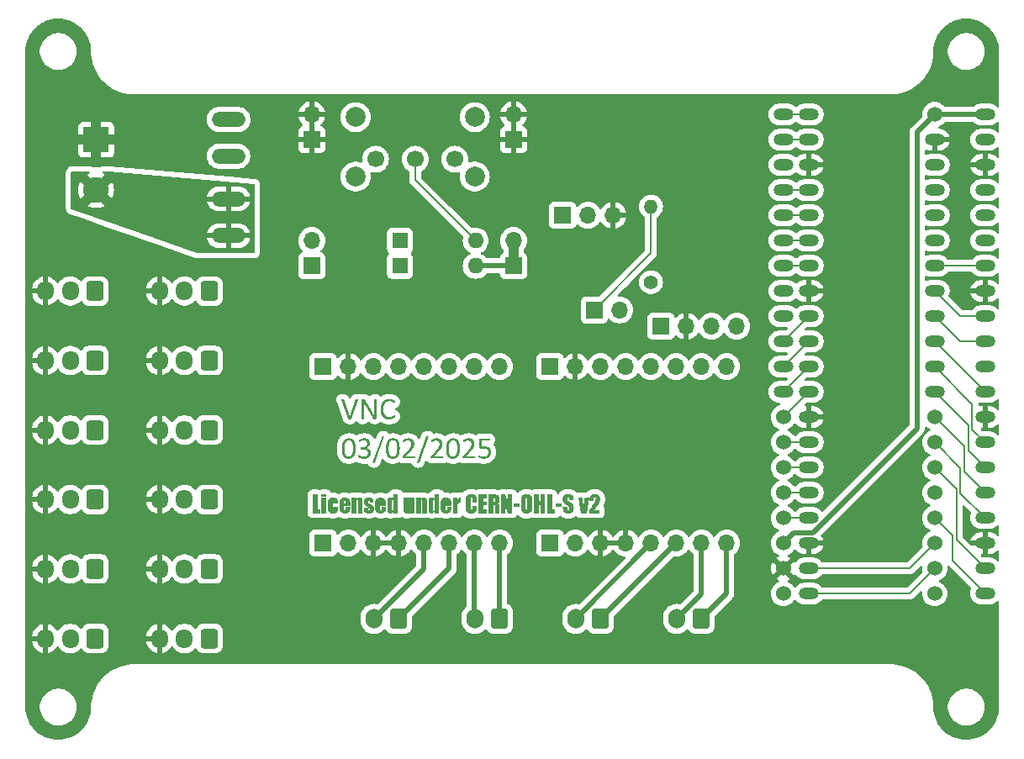
<source format=gbr>
%TF.GenerationSoftware,KiCad,Pcbnew,8.0.8*%
%TF.CreationDate,2025-02-03T16:07:27-03:00*%
%TF.ProjectId,BoxTurtle_DC_motors_RPiPico,426f7854-7572-4746-9c65-5f44435f6d6f,rev?*%
%TF.SameCoordinates,Original*%
%TF.FileFunction,Copper,L1,Top*%
%TF.FilePolarity,Positive*%
%FSLAX46Y46*%
G04 Gerber Fmt 4.6, Leading zero omitted, Abs format (unit mm)*
G04 Created by KiCad (PCBNEW 8.0.8) date 2025-02-03 16:07:27*
%MOMM*%
%LPD*%
G01*
G04 APERTURE LIST*
G04 Aperture macros list*
%AMRoundRect*
0 Rectangle with rounded corners*
0 $1 Rounding radius*
0 $2 $3 $4 $5 $6 $7 $8 $9 X,Y pos of 4 corners*
0 Add a 4 corners polygon primitive as box body*
4,1,4,$2,$3,$4,$5,$6,$7,$8,$9,$2,$3,0*
0 Add four circle primitives for the rounded corners*
1,1,$1+$1,$2,$3*
1,1,$1+$1,$4,$5*
1,1,$1+$1,$6,$7*
1,1,$1+$1,$8,$9*
0 Add four rect primitives between the rounded corners*
20,1,$1+$1,$2,$3,$4,$5,0*
20,1,$1+$1,$4,$5,$6,$7,0*
20,1,$1+$1,$6,$7,$8,$9,0*
20,1,$1+$1,$8,$9,$2,$3,0*%
G04 Aperture macros list end*
%TA.AperFunction,NonConductor*%
%ADD10C,0.000000*%
%TD*%
%TA.AperFunction,ComponentPad*%
%ADD11O,3.400000X1.500000*%
%TD*%
%TA.AperFunction,ComponentPad*%
%ADD12R,1.700000X1.700000*%
%TD*%
%TA.AperFunction,ComponentPad*%
%ADD13O,1.700000X1.700000*%
%TD*%
%TA.AperFunction,ComponentPad*%
%ADD14RoundRect,0.250000X0.600000X0.725000X-0.600000X0.725000X-0.600000X-0.725000X0.600000X-0.725000X0*%
%TD*%
%TA.AperFunction,ComponentPad*%
%ADD15O,1.700000X1.950000*%
%TD*%
%TA.AperFunction,ComponentPad*%
%ADD16C,1.400000*%
%TD*%
%TA.AperFunction,ComponentPad*%
%ADD17O,1.400000X1.400000*%
%TD*%
%TA.AperFunction,ComponentPad*%
%ADD18RoundRect,0.250000X0.600000X0.750000X-0.600000X0.750000X-0.600000X-0.750000X0.600000X-0.750000X0*%
%TD*%
%TA.AperFunction,ComponentPad*%
%ADD19O,1.700000X2.000000*%
%TD*%
%TA.AperFunction,ComponentPad*%
%ADD20R,1.600000X1.600000*%
%TD*%
%TA.AperFunction,ComponentPad*%
%ADD21O,1.600000X1.600000*%
%TD*%
%TA.AperFunction,ComponentPad*%
%ADD22O,2.000000X1.200000*%
%TD*%
%TA.AperFunction,ComponentPad*%
%ADD23C,1.524000*%
%TD*%
%TA.AperFunction,ComponentPad*%
%ADD24C,2.000000*%
%TD*%
%TA.AperFunction,ComponentPad*%
%ADD25C,1.700000*%
%TD*%
%TA.AperFunction,ComponentPad*%
%ADD26R,2.600000X2.600000*%
%TD*%
%TA.AperFunction,ComponentPad*%
%ADD27C,2.600000*%
%TD*%
%TA.AperFunction,ViaPad*%
%ADD28C,0.600000*%
%TD*%
%TA.AperFunction,Conductor*%
%ADD29C,1.000000*%
%TD*%
%TA.AperFunction,Conductor*%
%ADD30C,0.500000*%
%TD*%
%TA.AperFunction,Conductor*%
%ADD31C,0.200000*%
%TD*%
G04 APERTURE END LIST*
D10*
%TA.AperFunction,NonConductor*%
G36*
X137587677Y-78332202D02*
G01*
X137610786Y-78333001D01*
X137633411Y-78334333D01*
X137655551Y-78336198D01*
X137677207Y-78338597D01*
X137698378Y-78341528D01*
X137719065Y-78344992D01*
X137739267Y-78348988D01*
X137758985Y-78353518D01*
X137778218Y-78358581D01*
X137796967Y-78364176D01*
X137815231Y-78370305D01*
X137833011Y-78376966D01*
X137850307Y-78384161D01*
X137867118Y-78391888D01*
X137883444Y-78400148D01*
X137899523Y-78408735D01*
X137915201Y-78417831D01*
X137930480Y-78427436D01*
X137945359Y-78437549D01*
X137959838Y-78448171D01*
X137973918Y-78459301D01*
X137987598Y-78470941D01*
X138000879Y-78483089D01*
X138013759Y-78495746D01*
X138026240Y-78508911D01*
X138038322Y-78522585D01*
X138050003Y-78536768D01*
X138061285Y-78551459D01*
X138072168Y-78566659D01*
X138082650Y-78582368D01*
X138092733Y-78598586D01*
X138102434Y-78615106D01*
X138111772Y-78632111D01*
X138120746Y-78649600D01*
X138129357Y-78667574D01*
X138137605Y-78686032D01*
X138145489Y-78704975D01*
X138153010Y-78724402D01*
X138160168Y-78744313D01*
X138166963Y-78764709D01*
X138173394Y-78785590D01*
X138179462Y-78806955D01*
X138185167Y-78828804D01*
X138190509Y-78851138D01*
X138195487Y-78873956D01*
X138200102Y-78897259D01*
X138204354Y-78921046D01*
X138212349Y-78969614D01*
X138219277Y-79019975D01*
X138225140Y-79072127D01*
X138229937Y-79126073D01*
X138233667Y-79181811D01*
X138236332Y-79239341D01*
X138237931Y-79298664D01*
X138238464Y-79359780D01*
X138238466Y-79359780D01*
X138237885Y-79416898D01*
X138236140Y-79472757D01*
X138233233Y-79527357D01*
X138229163Y-79580696D01*
X138223931Y-79632776D01*
X138217535Y-79683597D01*
X138209977Y-79733158D01*
X138201255Y-79781459D01*
X138191565Y-79828307D01*
X138186139Y-79851113D01*
X138180325Y-79873508D01*
X138174124Y-79895491D01*
X138167535Y-79917061D01*
X138160559Y-79938220D01*
X138153195Y-79958968D01*
X138145443Y-79979303D01*
X138137304Y-79999227D01*
X138128778Y-80018739D01*
X138119864Y-80037839D01*
X138110562Y-80056527D01*
X138100873Y-80074803D01*
X138090797Y-80092668D01*
X138080332Y-80110121D01*
X138069662Y-80126938D01*
X138058579Y-80143283D01*
X138047084Y-80159155D01*
X138035178Y-80174555D01*
X138022861Y-80189483D01*
X138010131Y-80203938D01*
X137996990Y-80217921D01*
X137983437Y-80231431D01*
X137969472Y-80244470D01*
X137955095Y-80257036D01*
X137940307Y-80269129D01*
X137925107Y-80280750D01*
X137909496Y-80291899D01*
X137893472Y-80302575D01*
X137877037Y-80312779D01*
X137860190Y-80322511D01*
X137842889Y-80331522D01*
X137825090Y-80339952D01*
X137806796Y-80347800D01*
X137788004Y-80355067D01*
X137768716Y-80361753D01*
X137748932Y-80367857D01*
X137728651Y-80373380D01*
X137707874Y-80378321D01*
X137686599Y-80382681D01*
X137664829Y-80386460D01*
X137642561Y-80389658D01*
X137619798Y-80392274D01*
X137596537Y-80394309D01*
X137572780Y-80395762D01*
X137548527Y-80396634D01*
X137523777Y-80396925D01*
X137500365Y-80396664D01*
X137477413Y-80395883D01*
X137454922Y-80394581D01*
X137432891Y-80392758D01*
X137411320Y-80390415D01*
X137390209Y-80387550D01*
X137369559Y-80384165D01*
X137349369Y-80380259D01*
X137329639Y-80375832D01*
X137310369Y-80370884D01*
X137291560Y-80365416D01*
X137273211Y-80359427D01*
X137255322Y-80352917D01*
X137237893Y-80345886D01*
X137220924Y-80338334D01*
X137204416Y-80330262D01*
X137188526Y-80321493D01*
X137173023Y-80312240D01*
X137157908Y-80302502D01*
X137143180Y-80292280D01*
X137128840Y-80281573D01*
X137114887Y-80270382D01*
X137101322Y-80258706D01*
X137088145Y-80246546D01*
X137075355Y-80233901D01*
X137062952Y-80220772D01*
X137050938Y-80207159D01*
X137039310Y-80193061D01*
X137028071Y-80178478D01*
X137017219Y-80163411D01*
X137006754Y-80147860D01*
X136996677Y-80131824D01*
X136986970Y-80115122D01*
X136977614Y-80097960D01*
X136968610Y-80080337D01*
X136959956Y-80062255D01*
X136951654Y-80043712D01*
X136943703Y-80024709D01*
X136936103Y-80005245D01*
X136928854Y-79985322D01*
X136921957Y-79964938D01*
X136915410Y-79944093D01*
X136909215Y-79922789D01*
X136903371Y-79901024D01*
X136897878Y-79878800D01*
X136892736Y-79856115D01*
X136887946Y-79832969D01*
X136883506Y-79809364D01*
X136875875Y-79760432D01*
X136869261Y-79709757D01*
X136863665Y-79657338D01*
X136859086Y-79603175D01*
X136855525Y-79547267D01*
X136852981Y-79489616D01*
X136851455Y-79430220D01*
X136850946Y-79369080D01*
X136851137Y-79350478D01*
X137123814Y-79350478D01*
X137124178Y-79405634D01*
X137125267Y-79458708D01*
X137127084Y-79509698D01*
X137129627Y-79558605D01*
X137132896Y-79605428D01*
X137136892Y-79650169D01*
X137141615Y-79692826D01*
X137147064Y-79733400D01*
X137153288Y-79771649D01*
X137160336Y-79808105D01*
X137168208Y-79842768D01*
X137176904Y-79875639D01*
X137186423Y-79906718D01*
X137196766Y-79936004D01*
X137207933Y-79963497D01*
X137219924Y-79989198D01*
X137226422Y-80001389D01*
X137233125Y-80013155D01*
X137240035Y-80024498D01*
X137247151Y-80035417D01*
X137254472Y-80045911D01*
X137262000Y-80055982D01*
X137269733Y-80065629D01*
X137277672Y-80074852D01*
X137285818Y-80083651D01*
X137294169Y-80092026D01*
X137302726Y-80099978D01*
X137311489Y-80107505D01*
X137320457Y-80114608D01*
X137329632Y-80121288D01*
X137339013Y-80127544D01*
X137348599Y-80133375D01*
X137358609Y-80138820D01*
X137368873Y-80143912D01*
X137379392Y-80148654D01*
X137390164Y-80153045D01*
X137401192Y-80157084D01*
X137412474Y-80160772D01*
X137424010Y-80164108D01*
X137435800Y-80167094D01*
X137447846Y-80169728D01*
X137460145Y-80172011D01*
X137472699Y-80173943D01*
X137485507Y-80175524D01*
X137498570Y-80176753D01*
X137511887Y-80177631D01*
X137525459Y-80178158D01*
X137539285Y-80178333D01*
X137550053Y-80178224D01*
X137560651Y-80177897D01*
X137571079Y-80177352D01*
X137581338Y-80176589D01*
X137591427Y-80175608D01*
X137601347Y-80174409D01*
X137611097Y-80172992D01*
X137620677Y-80171357D01*
X137630088Y-80169504D01*
X137639329Y-80167433D01*
X137648400Y-80165144D01*
X137657302Y-80162637D01*
X137666034Y-80159912D01*
X137674597Y-80156969D01*
X137682990Y-80153808D01*
X137691213Y-80150428D01*
X137699467Y-80146850D01*
X137707564Y-80143089D01*
X137715503Y-80139147D01*
X137723284Y-80135023D01*
X137730908Y-80130717D01*
X137738375Y-80126230D01*
X137745684Y-80121561D01*
X137752836Y-80116710D01*
X137759831Y-80111677D01*
X137766668Y-80106463D01*
X137773348Y-80101068D01*
X137779870Y-80095490D01*
X137786235Y-80089731D01*
X137792442Y-80083790D01*
X137798492Y-80077668D01*
X137804385Y-80071364D01*
X137810326Y-80064696D01*
X137816133Y-80057871D01*
X137821808Y-80050889D01*
X137827349Y-80043749D01*
X137832757Y-80036452D01*
X137838031Y-80028997D01*
X137843172Y-80021385D01*
X137848180Y-80013615D01*
X137853055Y-80005688D01*
X137857796Y-79997604D01*
X137862404Y-79989362D01*
X137866879Y-79980962D01*
X137871220Y-79972405D01*
X137875428Y-79963691D01*
X137879503Y-79954819D01*
X137883444Y-79945790D01*
X137891001Y-79927332D01*
X137898170Y-79908389D01*
X137904952Y-79888962D01*
X137911347Y-79869050D01*
X137917355Y-79848654D01*
X137922975Y-79827774D01*
X137928209Y-79806409D01*
X137933055Y-79784559D01*
X137937511Y-79762250D01*
X137941581Y-79739504D01*
X137945263Y-79716322D01*
X137948557Y-79692704D01*
X137951465Y-79668651D01*
X137953985Y-79644161D01*
X137956118Y-79619235D01*
X137957864Y-79593873D01*
X137961277Y-79541454D01*
X137963715Y-79488065D01*
X137965177Y-79433708D01*
X137965665Y-79378382D01*
X137965614Y-79378383D01*
X137964936Y-79305132D01*
X137962902Y-79235756D01*
X137961376Y-79202522D01*
X137959511Y-79170256D01*
X137957307Y-79138960D01*
X137954764Y-79108632D01*
X137951882Y-79079225D01*
X137948660Y-79050690D01*
X137945099Y-79023027D01*
X137941199Y-78996236D01*
X137936959Y-78970317D01*
X137932380Y-78945270D01*
X137927462Y-78921095D01*
X137922204Y-78897793D01*
X137916948Y-78875338D01*
X137911256Y-78853706D01*
X137905128Y-78832898D01*
X137898564Y-78812914D01*
X137891563Y-78793754D01*
X137884126Y-78775416D01*
X137876253Y-78757903D01*
X137867943Y-78741213D01*
X137863819Y-78732977D01*
X137859586Y-78724935D01*
X137855243Y-78717087D01*
X137850792Y-78709432D01*
X137846232Y-78701971D01*
X137841563Y-78694704D01*
X137836785Y-78687631D01*
X137831898Y-78680752D01*
X137826903Y-78674066D01*
X137821798Y-78667574D01*
X137816585Y-78661276D01*
X137811262Y-78655172D01*
X137805831Y-78649261D01*
X137800291Y-78643545D01*
X137794642Y-78638022D01*
X137788884Y-78632693D01*
X137783016Y-78627363D01*
X137777038Y-78622228D01*
X137770952Y-78617287D01*
X137764757Y-78612539D01*
X137758453Y-78607985D01*
X137752040Y-78603625D01*
X137745518Y-78599458D01*
X137738887Y-78595486D01*
X137732146Y-78591707D01*
X137725297Y-78588122D01*
X137718339Y-78584730D01*
X137711272Y-78581533D01*
X137704096Y-78578529D01*
X137696811Y-78575719D01*
X137689417Y-78573103D01*
X137681914Y-78570680D01*
X137674490Y-78568240D01*
X137666944Y-78565957D01*
X137659278Y-78563831D01*
X137651490Y-78561863D01*
X137643581Y-78560052D01*
X137635551Y-78558399D01*
X137627400Y-78556903D01*
X137619128Y-78555565D01*
X137610734Y-78554384D01*
X137602220Y-78553361D01*
X137593584Y-78552495D01*
X137584827Y-78551786D01*
X137566950Y-78550841D01*
X137548588Y-78550526D01*
X137532310Y-78550769D01*
X137516420Y-78551495D01*
X137500917Y-78552706D01*
X137485802Y-78554402D01*
X137471074Y-78556582D01*
X137456734Y-78559247D01*
X137442781Y-78562396D01*
X137429216Y-78566029D01*
X137416039Y-78570147D01*
X137403249Y-78574750D01*
X137390846Y-78579837D01*
X137378832Y-78585408D01*
X137367205Y-78591464D01*
X137355965Y-78598004D01*
X137345113Y-78605029D01*
X137334649Y-78612539D01*
X137324511Y-78620472D01*
X137314639Y-78628768D01*
X137305034Y-78637428D01*
X137295696Y-78646451D01*
X137286624Y-78655838D01*
X137277819Y-78665588D01*
X137269280Y-78675701D01*
X137261007Y-78686178D01*
X137253002Y-78697018D01*
X137245262Y-78708221D01*
X137237790Y-78719787D01*
X137230583Y-78731717D01*
X137223644Y-78744011D01*
X137216970Y-78756667D01*
X137210564Y-78769687D01*
X137204424Y-78783071D01*
X137198725Y-78796781D01*
X137193256Y-78810782D01*
X137183010Y-78839657D01*
X137173684Y-78869693D01*
X137165279Y-78900893D01*
X137157794Y-78933255D01*
X137151230Y-78966781D01*
X137145587Y-79001468D01*
X137140864Y-79037319D01*
X137136868Y-79074090D01*
X137133405Y-79111539D01*
X137130474Y-79149667D01*
X137128077Y-79188472D01*
X137126212Y-79227956D01*
X137124880Y-79268119D01*
X137124081Y-79308959D01*
X137123814Y-79350478D01*
X136851137Y-79350478D01*
X136851528Y-79312325D01*
X136853272Y-79256781D01*
X136856179Y-79202448D01*
X136860249Y-79149326D01*
X136865481Y-79097416D01*
X136871877Y-79046716D01*
X136879435Y-78997228D01*
X136888157Y-78948951D01*
X136898186Y-78901764D01*
X136909668Y-78856321D01*
X136922604Y-78812622D01*
X136929616Y-78791427D01*
X136936992Y-78770667D01*
X136944731Y-78750344D01*
X136952834Y-78730457D01*
X136961300Y-78711005D01*
X136970129Y-78691990D01*
X136979322Y-78673411D01*
X136988877Y-78655268D01*
X136998796Y-78637560D01*
X137009079Y-78620289D01*
X137019750Y-78603290D01*
X137030832Y-78586788D01*
X137042327Y-78570783D01*
X137054233Y-78555274D01*
X137066551Y-78540261D01*
X137079280Y-78525745D01*
X137092421Y-78511726D01*
X137105975Y-78498203D01*
X137119939Y-78485177D01*
X137134316Y-78472648D01*
X137149104Y-78460615D01*
X137164304Y-78449079D01*
X137179916Y-78438039D01*
X137195939Y-78427496D01*
X137212374Y-78417449D01*
X137229221Y-78407899D01*
X137246517Y-78398700D01*
X137264297Y-78390095D01*
X137282561Y-78382083D01*
X137301310Y-78374665D01*
X137320543Y-78367840D01*
X137340261Y-78361609D01*
X137360463Y-78355971D01*
X137381150Y-78350926D01*
X137402321Y-78346475D01*
X137423977Y-78342618D01*
X137446117Y-78339353D01*
X137468741Y-78336683D01*
X137491850Y-78334606D01*
X137515444Y-78333122D01*
X137539521Y-78332232D01*
X137564084Y-78331935D01*
X137587677Y-78332202D01*
G37*
%TD.AperFunction*%
%TA.AperFunction,NonConductor*%
G36*
X126460473Y-74386216D02*
G01*
X126469871Y-74386458D01*
X126478688Y-74386797D01*
X126486924Y-74387233D01*
X126494578Y-74387766D01*
X126501650Y-74388395D01*
X126508141Y-74389122D01*
X126514537Y-74389594D01*
X126520545Y-74390209D01*
X126526166Y-74390969D01*
X126531398Y-74391872D01*
X126536243Y-74392919D01*
X126540700Y-74394109D01*
X126542783Y-74394759D01*
X126544770Y-74395444D01*
X126546659Y-74396165D01*
X126548451Y-74396922D01*
X126550164Y-74397715D01*
X126551817Y-74398545D01*
X126553410Y-74399410D01*
X126554942Y-74400313D01*
X126556413Y-74401251D01*
X126557824Y-74402226D01*
X126559174Y-74403237D01*
X126560463Y-74404284D01*
X126561693Y-74405368D01*
X126562861Y-74406488D01*
X126563969Y-74407645D01*
X126565017Y-74408838D01*
X126566003Y-74410067D01*
X126566930Y-74411332D01*
X126567796Y-74412634D01*
X126568601Y-74413972D01*
X126569570Y-74415159D01*
X126570525Y-74416394D01*
X126571468Y-74417678D01*
X126572398Y-74419010D01*
X126573315Y-74420391D01*
X126574219Y-74421820D01*
X126575110Y-74423298D01*
X126575988Y-74424824D01*
X126576854Y-74426399D01*
X126577706Y-74428023D01*
X126578546Y-74429695D01*
X126579373Y-74431415D01*
X126580187Y-74433184D01*
X126580988Y-74435002D01*
X126581776Y-74436868D01*
X126582551Y-74438782D01*
X127157710Y-76127051D01*
X127159210Y-76127051D01*
X127718866Y-74441882D01*
X127720064Y-74437716D01*
X127721307Y-74433744D01*
X127722595Y-74429966D01*
X127723928Y-74426382D01*
X127725307Y-74422991D01*
X127726732Y-74419794D01*
X127728201Y-74416791D01*
X127729716Y-74413982D01*
X127730527Y-74412644D01*
X127731411Y-74411342D01*
X127732368Y-74410077D01*
X127733397Y-74408848D01*
X127734499Y-74407655D01*
X127735674Y-74406498D01*
X127736921Y-74405378D01*
X127738241Y-74404294D01*
X127739633Y-74403247D01*
X127741099Y-74402236D01*
X127742637Y-74401261D01*
X127744247Y-74400323D01*
X127745930Y-74399420D01*
X127747686Y-74398555D01*
X127749515Y-74397725D01*
X127751416Y-74396932D01*
X127753402Y-74396175D01*
X127755485Y-74395454D01*
X127757665Y-74394769D01*
X127759942Y-74394119D01*
X127762315Y-74393506D01*
X127764786Y-74392929D01*
X127767354Y-74392387D01*
X127770018Y-74391882D01*
X127772780Y-74391412D01*
X127775639Y-74390979D01*
X127781646Y-74390219D01*
X127788042Y-74389604D01*
X127794826Y-74389132D01*
X127802094Y-74388405D01*
X127809943Y-74387776D01*
X127818373Y-74387243D01*
X127827383Y-74386807D01*
X127836975Y-74386468D01*
X127847148Y-74386226D01*
X127857901Y-74386080D01*
X127869236Y-74386032D01*
X127880936Y-74386105D01*
X127892006Y-74386326D01*
X127902447Y-74386693D01*
X127912258Y-74387207D01*
X127921440Y-74387868D01*
X127929991Y-74388676D01*
X127937913Y-74389630D01*
X127945206Y-74390732D01*
X127948621Y-74391150D01*
X127951890Y-74391628D01*
X127955015Y-74392167D01*
X127957994Y-74392766D01*
X127960828Y-74393426D01*
X127963517Y-74394147D01*
X127966060Y-74394928D01*
X127968458Y-74395769D01*
X127970711Y-74396672D01*
X127972819Y-74397634D01*
X127974782Y-74398658D01*
X127976599Y-74399741D01*
X127978271Y-74400886D01*
X127979798Y-74402091D01*
X127981179Y-74403356D01*
X127982416Y-74404682D01*
X127983718Y-74406081D01*
X127984911Y-74407564D01*
X127985996Y-74409133D01*
X127986972Y-74410786D01*
X127987840Y-74412524D01*
X127988599Y-74414347D01*
X127989249Y-74416254D01*
X127989791Y-74418247D01*
X127990224Y-74420324D01*
X127990549Y-74422487D01*
X127990765Y-74424734D01*
X127990872Y-74427066D01*
X127990871Y-74429483D01*
X127990761Y-74431984D01*
X127990543Y-74434571D01*
X127990216Y-74437242D01*
X127989974Y-74439815D01*
X127989648Y-74442498D01*
X127989238Y-74445289D01*
X127988744Y-74448189D01*
X127987504Y-74454318D01*
X127985928Y-74460882D01*
X127984017Y-74467883D01*
X127981769Y-74475319D01*
X127979185Y-74483193D01*
X127976266Y-74491502D01*
X127322045Y-76354794D01*
X127321252Y-76356901D01*
X127320422Y-76358960D01*
X127319556Y-76360970D01*
X127318654Y-76362931D01*
X127317716Y-76364845D01*
X127316741Y-76366709D01*
X127315730Y-76368526D01*
X127314682Y-76370294D01*
X127313599Y-76372013D01*
X127312479Y-76373684D01*
X127311322Y-76375307D01*
X127310129Y-76376881D01*
X127308900Y-76378407D01*
X127307635Y-76379884D01*
X127306333Y-76381313D01*
X127304995Y-76382694D01*
X127303602Y-76384032D01*
X127302137Y-76385334D01*
X127300599Y-76386599D01*
X127298988Y-76387828D01*
X127297304Y-76389021D01*
X127295548Y-76390177D01*
X127293719Y-76391297D01*
X127291817Y-76392381D01*
X127289843Y-76393429D01*
X127287796Y-76394440D01*
X127285676Y-76395415D01*
X127283483Y-76396353D01*
X127281218Y-76397255D01*
X127278879Y-76398121D01*
X127276469Y-76398951D01*
X127273985Y-76399744D01*
X127271612Y-76400501D01*
X127269141Y-76401222D01*
X127266574Y-76401907D01*
X127263909Y-76402556D01*
X127258290Y-76403747D01*
X127252282Y-76404794D01*
X127245887Y-76405697D01*
X127239104Y-76406456D01*
X127231934Y-76407072D01*
X127224375Y-76407544D01*
X127216768Y-76408270D01*
X127208677Y-76408900D01*
X127200102Y-76409433D01*
X127191042Y-76409869D01*
X127181499Y-76410208D01*
X127171472Y-76410450D01*
X127160960Y-76410595D01*
X127149965Y-76410644D01*
X127133395Y-76410550D01*
X127117795Y-76410269D01*
X127103165Y-76409800D01*
X127089505Y-76409144D01*
X127083399Y-76409095D01*
X127077488Y-76408950D01*
X127071771Y-76408708D01*
X127066247Y-76408369D01*
X127060918Y-76407933D01*
X127055783Y-76407400D01*
X127050842Y-76406771D01*
X127046095Y-76406044D01*
X127037085Y-76404494D01*
X127028655Y-76402944D01*
X127020805Y-76401394D01*
X127013535Y-76399844D01*
X127010483Y-76398646D01*
X127007529Y-76397403D01*
X127004671Y-76396115D01*
X127001910Y-76394781D01*
X126999246Y-76393403D01*
X126996679Y-76391978D01*
X126994208Y-76390509D01*
X126991835Y-76388994D01*
X126990685Y-76388213D01*
X126989558Y-76387420D01*
X126988456Y-76386614D01*
X126987379Y-76385797D01*
X126986325Y-76384968D01*
X126985296Y-76384126D01*
X126984291Y-76383272D01*
X126983310Y-76382406D01*
X126982353Y-76381528D01*
X126981421Y-76380638D01*
X126980513Y-76379736D01*
X126979629Y-76378822D01*
X126978769Y-76377896D01*
X126977933Y-76376957D01*
X126977122Y-76376007D01*
X126976335Y-76375044D01*
X126975161Y-76372670D01*
X126973991Y-76370200D01*
X126972824Y-76367633D01*
X126971660Y-76364969D01*
X126970499Y-76362208D01*
X126969341Y-76359350D01*
X126968187Y-76356395D01*
X126967035Y-76353344D01*
X126311261Y-74489892D01*
X126308331Y-74481583D01*
X126305739Y-74473709D01*
X126303487Y-74466273D01*
X126301573Y-74459272D01*
X126299999Y-74452708D01*
X126298764Y-74446579D01*
X126297868Y-74440888D01*
X126297311Y-74435632D01*
X126297365Y-74432962D01*
X126297529Y-74430376D01*
X126297801Y-74427876D01*
X126298183Y-74425459D01*
X126298673Y-74423128D01*
X126299273Y-74420881D01*
X126299981Y-74418719D01*
X126300798Y-74416642D01*
X126301725Y-74414649D01*
X126302760Y-74412741D01*
X126303905Y-74410918D01*
X126305158Y-74409179D01*
X126306520Y-74407526D01*
X126307991Y-74405956D01*
X126309572Y-74404472D01*
X126311261Y-74403072D01*
X126313071Y-74401746D01*
X126315015Y-74400481D01*
X126317092Y-74399276D01*
X126319302Y-74398131D01*
X126321646Y-74397048D01*
X126324123Y-74396024D01*
X126326733Y-74395062D01*
X126329476Y-74394159D01*
X126332353Y-74393318D01*
X126335363Y-74392537D01*
X126338506Y-74391816D01*
X126341782Y-74391156D01*
X126345192Y-74390557D01*
X126348735Y-74390018D01*
X126352411Y-74389540D01*
X126356221Y-74389122D01*
X126364312Y-74388395D01*
X126373082Y-74387766D01*
X126382529Y-74387233D01*
X126392653Y-74386797D01*
X126403456Y-74386458D01*
X126414937Y-74386216D01*
X126427095Y-74386070D01*
X126439931Y-74386022D01*
X126460473Y-74386216D01*
G37*
%TD.AperFunction*%
%TA.AperFunction,NonConductor*%
G36*
X149145343Y-83954997D02*
G01*
X149168512Y-83955719D01*
X149191235Y-83956923D01*
X149213513Y-83958609D01*
X149235346Y-83960776D01*
X149256733Y-83963425D01*
X149277676Y-83966556D01*
X149298173Y-83970168D01*
X149318226Y-83974261D01*
X149337833Y-83978837D01*
X149356995Y-83983894D01*
X149375712Y-83989433D01*
X149393984Y-83995454D01*
X149411811Y-84001956D01*
X149429193Y-84008940D01*
X149446130Y-84016405D01*
X149462630Y-84024239D01*
X149478413Y-84032326D01*
X149493478Y-84040667D01*
X149507826Y-84049263D01*
X149521456Y-84058112D01*
X149534368Y-84067214D01*
X149546563Y-84076571D01*
X149558040Y-84086182D01*
X149568799Y-84096047D01*
X149578841Y-84106166D01*
X149588166Y-84116538D01*
X149596772Y-84127165D01*
X149604661Y-84138045D01*
X149611833Y-84149180D01*
X149618286Y-84160568D01*
X149624022Y-84172211D01*
X149629372Y-84184352D01*
X149634376Y-84197519D01*
X149639036Y-84211713D01*
X149643350Y-84226933D01*
X149647320Y-84243180D01*
X149650944Y-84260453D01*
X149654223Y-84278752D01*
X149657157Y-84298078D01*
X149659745Y-84318430D01*
X149661989Y-84339809D01*
X149663887Y-84362214D01*
X149665441Y-84385645D01*
X149666649Y-84410103D01*
X149667512Y-84435588D01*
X149668030Y-84462098D01*
X149668202Y-84489636D01*
X149668179Y-84564022D01*
X149213557Y-84564022D01*
X149213557Y-84424502D01*
X149213285Y-84401191D01*
X149212467Y-84380098D01*
X149211105Y-84361222D01*
X149209198Y-84344563D01*
X149208040Y-84337064D01*
X149206746Y-84330120D01*
X149205315Y-84323730D01*
X149203749Y-84317894D01*
X149202047Y-84312613D01*
X149200208Y-84307885D01*
X149198233Y-84303712D01*
X149196122Y-84300093D01*
X149195010Y-84298446D01*
X149193852Y-84296851D01*
X149192649Y-84295309D01*
X149191400Y-84293818D01*
X149190106Y-84292381D01*
X149188767Y-84290995D01*
X149187382Y-84289661D01*
X149185951Y-84288380D01*
X149184475Y-84287152D01*
X149182954Y-84285975D01*
X149181387Y-84284851D01*
X149179775Y-84283779D01*
X149178117Y-84282759D01*
X149176414Y-84281792D01*
X149174666Y-84280876D01*
X149172872Y-84280014D01*
X149171033Y-84279203D01*
X149169148Y-84278445D01*
X149167218Y-84277739D01*
X149165242Y-84277085D01*
X149163221Y-84276484D01*
X149161154Y-84275934D01*
X149156885Y-84274993D01*
X149152434Y-84274261D01*
X149147802Y-84273738D01*
X149142988Y-84273424D01*
X149137992Y-84273320D01*
X149132551Y-84273460D01*
X149127274Y-84273883D01*
X149122160Y-84274588D01*
X149117210Y-84275575D01*
X149112423Y-84276843D01*
X149107800Y-84278393D01*
X149103339Y-84280226D01*
X149099043Y-84282340D01*
X149094909Y-84284735D01*
X149090939Y-84287413D01*
X149087133Y-84290373D01*
X149083490Y-84293614D01*
X149080010Y-84297137D01*
X149076694Y-84300942D01*
X149073541Y-84305029D01*
X149070552Y-84309397D01*
X149067876Y-84314051D01*
X149065374Y-84318996D01*
X149063044Y-84324231D01*
X149060886Y-84329756D01*
X149058901Y-84335571D01*
X149057089Y-84341677D01*
X149055449Y-84348073D01*
X149053982Y-84354758D01*
X149052688Y-84361735D01*
X149051566Y-84369001D01*
X149050616Y-84376558D01*
X149049840Y-84384404D01*
X149049236Y-84392541D01*
X149048804Y-84400969D01*
X149048545Y-84409686D01*
X149048459Y-84418694D01*
X149048859Y-84441512D01*
X149050058Y-84462877D01*
X149050957Y-84473015D01*
X149052056Y-84482789D01*
X149053355Y-84492199D01*
X149054854Y-84501246D01*
X149056553Y-84509930D01*
X149058452Y-84518251D01*
X149060550Y-84526208D01*
X149062849Y-84533802D01*
X149065347Y-84541032D01*
X149068046Y-84547899D01*
X149070944Y-84554403D01*
X149074042Y-84560543D01*
X149077444Y-84566582D01*
X149081546Y-84572776D01*
X149086347Y-84579123D01*
X149091848Y-84585624D01*
X149098048Y-84592279D01*
X149104947Y-84599089D01*
X149112546Y-84606052D01*
X149120844Y-84613170D01*
X149129842Y-84620441D01*
X149139539Y-84627867D01*
X149149935Y-84635446D01*
X149161031Y-84643180D01*
X149172826Y-84651067D01*
X149185320Y-84659109D01*
X149198514Y-84667304D01*
X149212407Y-84675654D01*
X149290309Y-84723107D01*
X149360654Y-84768381D01*
X149423441Y-84811474D01*
X149478670Y-84852388D01*
X149503451Y-84872027D01*
X149526342Y-84891121D01*
X149547344Y-84909670D01*
X149566456Y-84927674D01*
X149583679Y-84945133D01*
X149599012Y-84962047D01*
X149612456Y-84978416D01*
X149624011Y-84994240D01*
X149634289Y-85010386D01*
X149643904Y-85027723D01*
X149652856Y-85046249D01*
X149661145Y-85065965D01*
X149668771Y-85086872D01*
X149675734Y-85108968D01*
X149682034Y-85132254D01*
X149687671Y-85156730D01*
X149692644Y-85182396D01*
X149696955Y-85209253D01*
X149700602Y-85237299D01*
X149703586Y-85266535D01*
X149705907Y-85296961D01*
X149707565Y-85328577D01*
X149708560Y-85361382D01*
X149708892Y-85395378D01*
X149708147Y-85444013D01*
X149705912Y-85489341D01*
X149702188Y-85531363D01*
X149699767Y-85551134D01*
X149696974Y-85570079D01*
X149693809Y-85588197D01*
X149690270Y-85605488D01*
X149686360Y-85621952D01*
X149682077Y-85637591D01*
X149677422Y-85652402D01*
X149672394Y-85666387D01*
X149666994Y-85679546D01*
X149661221Y-85691877D01*
X149655062Y-85703677D01*
X149648213Y-85715240D01*
X149640673Y-85726568D01*
X149632443Y-85737659D01*
X149623523Y-85748513D01*
X149613913Y-85759132D01*
X149603612Y-85769515D01*
X149592620Y-85779662D01*
X149580939Y-85789572D01*
X149568567Y-85799246D01*
X149555505Y-85808685D01*
X149541752Y-85817887D01*
X149527309Y-85826853D01*
X149512176Y-85835583D01*
X149496352Y-85844077D01*
X149479838Y-85852335D01*
X149462806Y-85860081D01*
X149445429Y-85867328D01*
X149427707Y-85874075D01*
X149409639Y-85880322D01*
X149391227Y-85886070D01*
X149372469Y-85891317D01*
X149353366Y-85896065D01*
X149333917Y-85900314D01*
X149314124Y-85904062D01*
X149293985Y-85907311D01*
X149273501Y-85910060D01*
X149252672Y-85912309D01*
X149231498Y-85914058D01*
X149209979Y-85915308D01*
X149188114Y-85916058D01*
X149165904Y-85916308D01*
X149141564Y-85916017D01*
X149117669Y-85915145D01*
X149094219Y-85913692D01*
X149071214Y-85911658D01*
X149048655Y-85909042D01*
X149026540Y-85905845D01*
X149004871Y-85902067D01*
X148983647Y-85897708D01*
X148962868Y-85892768D01*
X148942534Y-85887246D01*
X148922645Y-85881143D01*
X148903201Y-85874459D01*
X148884202Y-85867193D01*
X148865649Y-85859347D01*
X148847540Y-85850919D01*
X148829877Y-85841909D01*
X148812953Y-85832451D01*
X148796775Y-85822674D01*
X148781341Y-85812579D01*
X148766653Y-85802165D01*
X148752709Y-85791434D01*
X148739510Y-85780385D01*
X148727057Y-85769017D01*
X148715348Y-85757331D01*
X148704384Y-85745327D01*
X148694165Y-85733005D01*
X148684691Y-85720365D01*
X148675962Y-85707406D01*
X148667977Y-85694129D01*
X148660738Y-85680534D01*
X148654243Y-85666621D01*
X148648494Y-85652390D01*
X148643284Y-85637624D01*
X148638411Y-85622105D01*
X148633874Y-85605831D01*
X148629673Y-85588803D01*
X148625808Y-85571021D01*
X148622279Y-85552486D01*
X148619087Y-85533196D01*
X148616230Y-85513152D01*
X148613709Y-85492355D01*
X148611525Y-85470803D01*
X148609676Y-85448497D01*
X148608164Y-85425438D01*
X148606147Y-85377057D01*
X148605475Y-85325661D01*
X148605475Y-85202414D01*
X149060098Y-85202414D01*
X149060098Y-85431473D01*
X149060388Y-85456745D01*
X149061261Y-85479655D01*
X149062714Y-85500203D01*
X149064750Y-85518389D01*
X149065985Y-85526596D01*
X149067366Y-85534212D01*
X149068893Y-85541238D01*
X149070565Y-85547673D01*
X149072382Y-85553518D01*
X149074344Y-85558772D01*
X149076452Y-85563436D01*
X149078706Y-85567509D01*
X149079969Y-85569368D01*
X149081290Y-85571168D01*
X149082667Y-85572910D01*
X149084101Y-85574592D01*
X149085592Y-85576215D01*
X149087140Y-85577779D01*
X149088744Y-85579285D01*
X149090406Y-85580731D01*
X149092123Y-85582118D01*
X149093898Y-85583446D01*
X149095730Y-85584715D01*
X149097618Y-85585926D01*
X149099563Y-85587077D01*
X149101565Y-85588169D01*
X149103623Y-85589202D01*
X149105739Y-85590176D01*
X149107911Y-85591091D01*
X149110140Y-85591947D01*
X149112426Y-85592744D01*
X149114768Y-85593482D01*
X149119623Y-85594781D01*
X149124706Y-85595843D01*
X149130015Y-85596670D01*
X149135552Y-85597260D01*
X149141316Y-85597615D01*
X149147307Y-85597733D01*
X149153311Y-85597583D01*
X149159115Y-85597133D01*
X149164720Y-85596383D01*
X149170124Y-85595333D01*
X149175329Y-85593983D01*
X149180334Y-85592333D01*
X149185140Y-85590383D01*
X149189746Y-85588132D01*
X149194151Y-85585582D01*
X149198358Y-85582732D01*
X149202364Y-85579582D01*
X149206171Y-85576132D01*
X149209778Y-85572382D01*
X149213185Y-85568332D01*
X149216392Y-85563982D01*
X149219399Y-85559332D01*
X149222356Y-85554387D01*
X149225123Y-85549151D01*
X149227698Y-85543626D01*
X149230083Y-85537810D01*
X149232277Y-85531704D01*
X149234280Y-85525308D01*
X149236093Y-85518621D01*
X149237715Y-85511644D01*
X149239146Y-85504378D01*
X149240386Y-85496820D01*
X149241436Y-85488973D01*
X149242294Y-85480836D01*
X149242962Y-85472408D01*
X149243439Y-85463690D01*
X149243726Y-85454682D01*
X149243821Y-85445383D01*
X149243644Y-85425050D01*
X149243112Y-85405616D01*
X149242227Y-85387081D01*
X149240987Y-85369446D01*
X149239392Y-85352709D01*
X149237444Y-85336872D01*
X149235141Y-85321934D01*
X149232483Y-85307895D01*
X149229472Y-85294756D01*
X149226106Y-85282515D01*
X149222387Y-85271174D01*
X149218312Y-85260732D01*
X149213884Y-85251190D01*
X149209102Y-85242546D01*
X149203965Y-85234802D01*
X149198474Y-85227957D01*
X149192129Y-85221296D01*
X149184721Y-85214098D01*
X149176250Y-85206364D01*
X149166716Y-85198094D01*
X149156120Y-85189288D01*
X149144461Y-85179946D01*
X149131740Y-85170068D01*
X149117955Y-85159654D01*
X149087198Y-85137217D01*
X149052190Y-85112635D01*
X149012931Y-85085909D01*
X148969420Y-85057039D01*
X148925710Y-85027843D01*
X148885850Y-85000718D01*
X148849842Y-84975665D01*
X148817685Y-84952682D01*
X148789380Y-84931771D01*
X148764926Y-84912931D01*
X148744323Y-84896162D01*
X148727572Y-84881464D01*
X148720237Y-84874467D01*
X148713056Y-84867143D01*
X148706030Y-84859492D01*
X148699158Y-84851515D01*
X148692441Y-84843211D01*
X148685878Y-84834580D01*
X148679469Y-84825623D01*
X148673215Y-84816339D01*
X148667115Y-84806729D01*
X148661170Y-84796792D01*
X148655379Y-84786529D01*
X148649743Y-84775938D01*
X148644261Y-84765021D01*
X148638933Y-84753778D01*
X148633760Y-84742208D01*
X148628741Y-84730311D01*
X148624094Y-84718039D01*
X148619747Y-84705350D01*
X148615700Y-84692242D01*
X148611953Y-84678717D01*
X148608505Y-84664774D01*
X148605357Y-84650412D01*
X148602509Y-84635633D01*
X148599961Y-84620436D01*
X148597713Y-84604821D01*
X148595765Y-84588788D01*
X148594116Y-84572337D01*
X148592767Y-84555469D01*
X148591718Y-84538182D01*
X148590969Y-84520478D01*
X148590519Y-84502356D01*
X148590369Y-84483816D01*
X148591223Y-84431566D01*
X148593784Y-84382950D01*
X148595705Y-84360005D01*
X148598053Y-84337968D01*
X148600828Y-84316839D01*
X148604030Y-84296619D01*
X148607659Y-84277307D01*
X148611714Y-84258904D01*
X148616197Y-84241409D01*
X148621106Y-84224822D01*
X148626443Y-84209144D01*
X148632207Y-84194374D01*
X148638397Y-84180512D01*
X148645015Y-84167559D01*
X148652254Y-84155232D01*
X148660020Y-84143251D01*
X148668313Y-84131615D01*
X148677134Y-84120324D01*
X148686481Y-84109378D01*
X148696355Y-84098778D01*
X148706755Y-84088522D01*
X148717683Y-84078612D01*
X148729138Y-84069047D01*
X148741120Y-84059827D01*
X148753628Y-84050952D01*
X148766664Y-84042422D01*
X148780226Y-84034237D01*
X148794315Y-84026397D01*
X148808931Y-84018903D01*
X148824075Y-84011753D01*
X148839680Y-84004851D01*
X148855685Y-83998394D01*
X148872090Y-83992382D01*
X148888895Y-83986816D01*
X148906099Y-83981695D01*
X148923704Y-83977020D01*
X148941708Y-83972790D01*
X148960111Y-83969005D01*
X148978915Y-83965665D01*
X148998118Y-83962771D01*
X149017721Y-83960322D01*
X149037723Y-83958318D01*
X149058125Y-83956760D01*
X149078927Y-83955647D01*
X149100129Y-83954979D01*
X149121730Y-83954756D01*
X149145343Y-83954997D01*
G37*
%TD.AperFunction*%
%TA.AperFunction,NonConductor*%
G36*
X126662646Y-84306196D02*
G01*
X126686536Y-84307082D01*
X126709881Y-84308558D01*
X126732682Y-84310625D01*
X126754937Y-84313282D01*
X126776647Y-84316529D01*
X126797812Y-84320367D01*
X126818432Y-84324796D01*
X126838507Y-84329815D01*
X126858037Y-84335424D01*
X126877022Y-84341624D01*
X126895462Y-84348414D01*
X126913357Y-84355794D01*
X126930707Y-84363765D01*
X126947512Y-84372326D01*
X126963772Y-84381478D01*
X126979600Y-84390973D01*
X126994820Y-84400859D01*
X127009432Y-84411135D01*
X127023434Y-84421803D01*
X127036828Y-84432861D01*
X127049614Y-84444311D01*
X127061791Y-84456151D01*
X127073359Y-84468382D01*
X127084318Y-84481004D01*
X127094669Y-84494016D01*
X127104411Y-84507420D01*
X127113545Y-84521215D01*
X127122070Y-84535400D01*
X127129986Y-84549976D01*
X127137294Y-84564943D01*
X127143993Y-84580302D01*
X127150329Y-84596102D01*
X127156255Y-84612693D01*
X127161773Y-84630075D01*
X127166883Y-84648246D01*
X127171583Y-84667208D01*
X127175875Y-84686960D01*
X127179758Y-84707503D01*
X127183233Y-84728836D01*
X127186298Y-84750959D01*
X127188955Y-84773872D01*
X127191203Y-84797576D01*
X127193043Y-84822070D01*
X127194473Y-84847355D01*
X127195495Y-84873430D01*
X127196109Y-84900295D01*
X127196313Y-84927950D01*
X127196310Y-85132582D01*
X126588208Y-85132582D01*
X126588208Y-85466286D01*
X126588444Y-85491284D01*
X126589153Y-85513957D01*
X126590334Y-85534305D01*
X126591987Y-85552327D01*
X126594112Y-85568023D01*
X126596709Y-85581394D01*
X126598185Y-85587208D01*
X126599779Y-85592440D01*
X126601490Y-85597091D01*
X126603320Y-85601160D01*
X126604292Y-85603019D01*
X126605318Y-85604820D01*
X126606399Y-85606561D01*
X126607534Y-85608243D01*
X126608724Y-85609867D01*
X126609968Y-85611431D01*
X126611267Y-85612936D01*
X126612620Y-85614382D01*
X126614028Y-85615769D01*
X126615491Y-85617098D01*
X126617008Y-85618367D01*
X126618579Y-85619577D01*
X126620205Y-85620728D01*
X126621886Y-85621820D01*
X126623621Y-85622853D01*
X126625410Y-85623827D01*
X126627255Y-85624742D01*
X126629153Y-85625598D01*
X126631106Y-85626395D01*
X126633114Y-85627133D01*
X126635176Y-85627812D01*
X126637293Y-85628432D01*
X126639464Y-85628993D01*
X126641690Y-85629495D01*
X126643970Y-85629938D01*
X126646305Y-85630321D01*
X126648695Y-85630646D01*
X126651138Y-85630912D01*
X126653637Y-85631118D01*
X126656190Y-85631266D01*
X126661459Y-85631384D01*
X126668003Y-85631230D01*
X126674266Y-85630767D01*
X126680248Y-85629995D01*
X126685947Y-85628914D01*
X126691366Y-85627525D01*
X126696503Y-85625827D01*
X126701358Y-85623820D01*
X126705932Y-85621504D01*
X126710224Y-85618880D01*
X126714235Y-85615946D01*
X126717964Y-85612704D01*
X126721412Y-85609154D01*
X126724578Y-85605294D01*
X126727462Y-85601125D01*
X126730065Y-85596648D01*
X126732387Y-85591862D01*
X126734640Y-85586481D01*
X126736748Y-85580518D01*
X126738710Y-85573976D01*
X126740528Y-85566852D01*
X126742199Y-85559147D01*
X126743726Y-85550862D01*
X126745107Y-85541995D01*
X126746343Y-85532548D01*
X126747433Y-85522520D01*
X126748378Y-85511910D01*
X126749177Y-85500720D01*
X126749832Y-85488950D01*
X126750340Y-85476598D01*
X126750704Y-85463665D01*
X126750995Y-85436056D01*
X126750995Y-85232580D01*
X127196316Y-85232580D01*
X127196316Y-85346529D01*
X127196025Y-85381246D01*
X127195153Y-85413892D01*
X127193700Y-85444467D01*
X127191666Y-85472971D01*
X127189050Y-85499404D01*
X127185854Y-85523767D01*
X127182075Y-85546058D01*
X127177716Y-85566279D01*
X127175346Y-85575912D01*
X127172594Y-85585627D01*
X127169460Y-85595424D01*
X127165945Y-85605303D01*
X127162048Y-85615263D01*
X127157770Y-85625305D01*
X127153110Y-85635429D01*
X127148069Y-85645635D01*
X127142645Y-85655922D01*
X127136841Y-85666292D01*
X127130654Y-85676743D01*
X127124087Y-85687276D01*
X127117137Y-85697891D01*
X127109806Y-85708587D01*
X127102094Y-85719366D01*
X127094000Y-85730227D01*
X127085574Y-85740959D01*
X127076867Y-85751355D01*
X127067878Y-85761416D01*
X127058608Y-85771140D01*
X127049056Y-85780528D01*
X127039223Y-85789580D01*
X127029108Y-85798296D01*
X127018712Y-85806675D01*
X127008034Y-85814719D01*
X126997074Y-85822426D01*
X126985833Y-85829797D01*
X126974311Y-85836832D01*
X126962507Y-85843531D01*
X126950421Y-85849894D01*
X126938054Y-85855920D01*
X126925405Y-85861610D01*
X126912557Y-85866824D01*
X126899299Y-85871701D01*
X126885632Y-85876242D01*
X126871557Y-85880446D01*
X126857073Y-85884314D01*
X126842180Y-85887846D01*
X126826878Y-85891041D01*
X126811168Y-85893900D01*
X126795048Y-85896423D01*
X126778520Y-85898609D01*
X126761584Y-85900459D01*
X126744238Y-85901972D01*
X126726484Y-85903150D01*
X126708321Y-85903990D01*
X126689749Y-85904495D01*
X126670769Y-85904663D01*
X126634107Y-85903990D01*
X126598535Y-85901972D01*
X126564053Y-85898609D01*
X126530662Y-85893900D01*
X126514374Y-85891041D01*
X126498360Y-85887846D01*
X126482618Y-85884314D01*
X126467148Y-85880446D01*
X126451951Y-85876242D01*
X126437027Y-85871701D01*
X126422375Y-85866824D01*
X126407995Y-85861610D01*
X126393948Y-85856107D01*
X126380290Y-85850358D01*
X126367024Y-85844364D01*
X126354147Y-85838126D01*
X126341662Y-85831643D01*
X126329567Y-85824915D01*
X126317862Y-85817943D01*
X126306549Y-85810726D01*
X126295625Y-85803264D01*
X126285093Y-85795557D01*
X126274951Y-85787606D01*
X126265199Y-85779409D01*
X126255838Y-85770968D01*
X126246868Y-85762283D01*
X126238289Y-85753352D01*
X126230100Y-85744177D01*
X126222402Y-85734676D01*
X126215004Y-85725065D01*
X126207906Y-85715346D01*
X126201107Y-85705518D01*
X126194608Y-85695580D01*
X126188408Y-85685534D01*
X126182509Y-85675378D01*
X126176908Y-85665114D01*
X126171608Y-85654741D01*
X126166607Y-85644258D01*
X126161906Y-85633666D01*
X126157505Y-85622966D01*
X126153403Y-85612156D01*
X126149601Y-85601237D01*
X126146099Y-85590210D01*
X126142896Y-85579073D01*
X126139939Y-85567418D01*
X126137173Y-85555127D01*
X126134597Y-85542200D01*
X126132213Y-85528638D01*
X126128016Y-85499605D01*
X126124582Y-85468030D01*
X126121911Y-85433911D01*
X126120003Y-85397248D01*
X126118859Y-85358043D01*
X126118477Y-85316294D01*
X126118477Y-84881430D01*
X126588211Y-84881430D01*
X126725409Y-84881436D01*
X126725409Y-84768648D01*
X126725209Y-84740035D01*
X126724609Y-84714073D01*
X126723610Y-84690764D01*
X126722211Y-84670107D01*
X126720413Y-84652102D01*
X126718215Y-84636750D01*
X126715617Y-84624051D01*
X126714168Y-84618696D01*
X126712620Y-84614004D01*
X126711794Y-84611859D01*
X126710917Y-84609781D01*
X126709987Y-84607772D01*
X126709005Y-84605831D01*
X126707970Y-84603958D01*
X126706884Y-84602153D01*
X126705745Y-84600416D01*
X126704554Y-84598747D01*
X126703311Y-84597146D01*
X126702015Y-84595614D01*
X126700667Y-84594149D01*
X126699267Y-84592753D01*
X126697815Y-84591424D01*
X126696311Y-84590164D01*
X126694754Y-84588972D01*
X126693145Y-84587848D01*
X126691484Y-84586792D01*
X126689771Y-84585805D01*
X126688005Y-84584885D01*
X126686187Y-84584033D01*
X126684317Y-84583250D01*
X126682395Y-84582535D01*
X126680421Y-84581888D01*
X126678394Y-84581308D01*
X126676315Y-84580798D01*
X126674184Y-84580355D01*
X126672000Y-84579980D01*
X126669765Y-84579673D01*
X126667477Y-84579435D01*
X126665137Y-84579265D01*
X126660300Y-84579128D01*
X126654341Y-84579247D01*
X126648673Y-84579601D01*
X126643296Y-84580191D01*
X126638209Y-84581018D01*
X126633413Y-84582080D01*
X126628907Y-84583379D01*
X126624692Y-84584914D01*
X126620768Y-84586685D01*
X126617134Y-84588692D01*
X126613791Y-84590936D01*
X126610739Y-84593415D01*
X126607977Y-84596130D01*
X126605506Y-84599082D01*
X126603325Y-84602269D01*
X126601435Y-84605693D01*
X126599835Y-84609352D01*
X126598428Y-84613385D01*
X126597111Y-84618208D01*
X126595885Y-84623820D01*
X126594749Y-84630222D01*
X126593705Y-84637414D01*
X126592751Y-84645395D01*
X126591889Y-84654166D01*
X126591117Y-84663727D01*
X126589845Y-84685217D01*
X126588937Y-84709867D01*
X126588393Y-84737675D01*
X126588211Y-84768643D01*
X126588211Y-84881430D01*
X126118477Y-84881430D01*
X126118477Y-84866324D01*
X126119331Y-84817090D01*
X126121893Y-84770545D01*
X126122057Y-84768643D01*
X126123814Y-84748281D01*
X126126162Y-84726689D01*
X126128937Y-84705769D01*
X126132139Y-84685521D01*
X126135768Y-84665946D01*
X126139823Y-84647042D01*
X126144306Y-84628811D01*
X126149216Y-84611252D01*
X126154552Y-84594365D01*
X126160315Y-84578150D01*
X126166506Y-84562608D01*
X126173123Y-84547737D01*
X126180226Y-84533276D01*
X126187874Y-84519251D01*
X126196067Y-84505662D01*
X126204805Y-84492509D01*
X126214089Y-84479791D01*
X126223917Y-84467510D01*
X126234291Y-84455665D01*
X126245210Y-84444256D01*
X126256673Y-84433282D01*
X126268682Y-84422745D01*
X126281236Y-84412644D01*
X126294335Y-84402979D01*
X126307980Y-84393749D01*
X126322169Y-84384956D01*
X126336903Y-84376599D01*
X126352183Y-84368677D01*
X126367879Y-84361076D01*
X126383867Y-84353964D01*
X126400145Y-84347343D01*
X126416714Y-84341213D01*
X126433573Y-84335573D01*
X126450723Y-84330423D01*
X126468164Y-84325764D01*
X126485896Y-84321595D01*
X126503918Y-84317917D01*
X126522230Y-84314729D01*
X126540834Y-84312031D01*
X126559728Y-84309824D01*
X126578912Y-84308108D01*
X126598388Y-84306882D01*
X126618154Y-84306146D01*
X126638210Y-84305901D01*
X126662646Y-84306196D01*
G37*
%TD.AperFunction*%
%TA.AperFunction,NonConductor*%
G36*
X150721614Y-85459316D02*
G01*
X150730479Y-85375311D01*
X150741960Y-85246539D01*
X150756057Y-85073000D01*
X150772769Y-84854696D01*
X150783526Y-84721423D01*
X150794862Y-84590183D01*
X150806780Y-84460976D01*
X150819278Y-84333802D01*
X151239013Y-84333802D01*
X151019257Y-85876734D01*
X150406518Y-85876734D01*
X150170483Y-84333802D01*
X150590224Y-84333802D01*
X150721614Y-85459316D01*
G37*
%TD.AperFunction*%
%TA.AperFunction,NonConductor*%
G36*
X128647046Y-78332494D02*
G01*
X128680329Y-78334165D01*
X128712546Y-78336951D01*
X128743697Y-78340851D01*
X128773782Y-78345865D01*
X128802802Y-78351994D01*
X128830756Y-78359236D01*
X128857644Y-78367593D01*
X128870682Y-78372166D01*
X128883441Y-78376968D01*
X128895922Y-78382000D01*
X128908125Y-78387263D01*
X128920049Y-78392756D01*
X128931694Y-78398478D01*
X128943061Y-78404431D01*
X128954149Y-78410614D01*
X128964959Y-78417027D01*
X128975490Y-78423671D01*
X128985742Y-78430544D01*
X128995716Y-78437647D01*
X129005412Y-78444981D01*
X129014829Y-78452545D01*
X129023967Y-78460339D01*
X129032827Y-78468363D01*
X129041596Y-78476604D01*
X129050074Y-78485052D01*
X129058261Y-78493706D01*
X129066158Y-78502566D01*
X129073764Y-78511631D01*
X129081080Y-78520903D01*
X129088105Y-78530380D01*
X129094839Y-78540063D01*
X129101282Y-78549953D01*
X129107435Y-78560048D01*
X129113297Y-78570349D01*
X129118868Y-78580855D01*
X129124149Y-78591568D01*
X129129139Y-78602487D01*
X129133838Y-78613612D01*
X129138246Y-78624942D01*
X129142564Y-78636260D01*
X129146604Y-78647736D01*
X129150364Y-78659369D01*
X129153846Y-78671160D01*
X129157050Y-78683108D01*
X129159975Y-78695214D01*
X129162621Y-78707477D01*
X129164989Y-78719898D01*
X129167078Y-78732476D01*
X129168889Y-78745211D01*
X129170421Y-78758104D01*
X129171675Y-78771154D01*
X129172650Y-78784362D01*
X129173346Y-78797727D01*
X129173764Y-78811250D01*
X129173903Y-78824930D01*
X129173516Y-78848378D01*
X129172353Y-78871439D01*
X129170415Y-78894112D01*
X129167702Y-78916397D01*
X129164214Y-78938295D01*
X129159951Y-78959805D01*
X129154912Y-78980928D01*
X129149098Y-79001663D01*
X129145907Y-79011674D01*
X129142534Y-79021551D01*
X129138979Y-79031295D01*
X129135242Y-79040905D01*
X129131324Y-79050382D01*
X129127224Y-79059727D01*
X129122943Y-79068938D01*
X129118480Y-79078015D01*
X129113835Y-79086960D01*
X129109008Y-79095771D01*
X129104000Y-79104449D01*
X129098810Y-79112994D01*
X129093439Y-79121405D01*
X129087886Y-79129684D01*
X129082151Y-79137829D01*
X129076234Y-79145841D01*
X129070142Y-79153526D01*
X129063880Y-79161077D01*
X129057449Y-79168496D01*
X129050848Y-79175781D01*
X129044078Y-79182933D01*
X129037138Y-79189952D01*
X129030028Y-79196837D01*
X129022749Y-79203589D01*
X129015301Y-79210209D01*
X129007682Y-79216694D01*
X128999895Y-79223047D01*
X128991937Y-79229266D01*
X128983810Y-79235352D01*
X128975514Y-79241305D01*
X128967048Y-79247125D01*
X128958412Y-79252811D01*
X128949607Y-79258134D01*
X128940632Y-79263251D01*
X128931488Y-79268163D01*
X128922174Y-79272868D01*
X128912691Y-79277367D01*
X128903038Y-79281661D01*
X128893215Y-79285749D01*
X128883223Y-79289630D01*
X128873061Y-79293306D01*
X128862730Y-79296776D01*
X128852229Y-79300040D01*
X128841559Y-79303098D01*
X128830719Y-79305951D01*
X128819709Y-79308597D01*
X128808530Y-79311038D01*
X128797182Y-79313272D01*
X128797182Y-79316372D01*
X128822858Y-79319570D01*
X128847954Y-79323736D01*
X128860283Y-79326182D01*
X128872468Y-79328871D01*
X128884507Y-79331802D01*
X128896400Y-79334976D01*
X128908149Y-79338391D01*
X128919752Y-79342049D01*
X128931209Y-79345949D01*
X128942522Y-79350091D01*
X128953689Y-79354475D01*
X128964710Y-79359102D01*
X128975586Y-79363971D01*
X128986317Y-79369082D01*
X128997072Y-79374205D01*
X129007634Y-79379498D01*
X129018001Y-79384961D01*
X129028175Y-79390593D01*
X129038155Y-79396394D01*
X129047941Y-79402365D01*
X129057534Y-79408506D01*
X129066932Y-79414816D01*
X129076137Y-79421296D01*
X129085148Y-79427945D01*
X129093966Y-79434764D01*
X129102589Y-79441752D01*
X129111019Y-79448910D01*
X129119255Y-79456238D01*
X129127297Y-79463735D01*
X129135145Y-79471401D01*
X129142788Y-79479238D01*
X129150212Y-79487244D01*
X129157419Y-79495419D01*
X129164407Y-79503764D01*
X129171178Y-79512278D01*
X129177730Y-79520962D01*
X129184064Y-79529816D01*
X129190181Y-79538839D01*
X129196079Y-79548032D01*
X129201760Y-79557394D01*
X129207222Y-79566926D01*
X129212466Y-79576628D01*
X129217493Y-79586499D01*
X129222301Y-79596539D01*
X129226891Y-79606749D01*
X129231263Y-79617129D01*
X129235581Y-79627448D01*
X129239620Y-79637864D01*
X129243381Y-79648377D01*
X129246863Y-79658987D01*
X129250067Y-79669694D01*
X129252992Y-79680498D01*
X129255638Y-79691398D01*
X129258006Y-79702396D01*
X129260095Y-79713490D01*
X129261906Y-79724681D01*
X129263438Y-79735969D01*
X129264692Y-79747354D01*
X129265667Y-79758836D01*
X129266363Y-79770414D01*
X129266781Y-79782090D01*
X129266920Y-79793863D01*
X129266921Y-79793862D01*
X129266733Y-79811006D01*
X129266170Y-79827944D01*
X129265232Y-79844677D01*
X129263918Y-79861203D01*
X129262228Y-79877524D01*
X129260163Y-79893638D01*
X129257722Y-79909547D01*
X129254907Y-79925250D01*
X129251715Y-79940746D01*
X129248148Y-79956037D01*
X129244206Y-79971122D01*
X129239888Y-79986002D01*
X129235195Y-80000675D01*
X129230126Y-80015142D01*
X129224682Y-80029404D01*
X129218862Y-80043459D01*
X129212691Y-80057097D01*
X129206193Y-80070492D01*
X129199369Y-80083646D01*
X129192217Y-80096557D01*
X129184738Y-80109225D01*
X129176932Y-80121652D01*
X129168799Y-80133836D01*
X129160339Y-80145779D01*
X129151552Y-80157478D01*
X129142438Y-80168936D01*
X129132997Y-80180152D01*
X129123229Y-80191125D01*
X129113133Y-80201856D01*
X129102711Y-80212344D01*
X129091962Y-80222591D01*
X129080886Y-80232595D01*
X129069483Y-80242339D01*
X129057753Y-80251804D01*
X129045696Y-80260991D01*
X129033311Y-80269899D01*
X129020600Y-80278529D01*
X129007562Y-80286880D01*
X128994197Y-80294952D01*
X128980505Y-80302746D01*
X128966485Y-80310261D01*
X128952139Y-80317498D01*
X128937466Y-80324456D01*
X128922466Y-80331136D01*
X128907138Y-80337537D01*
X128891484Y-80343659D01*
X128875503Y-80349503D01*
X128859194Y-80355068D01*
X128842589Y-80360137D01*
X128825718Y-80364879D01*
X128808580Y-80369294D01*
X128791175Y-80373381D01*
X128755567Y-80380576D01*
X128718893Y-80386462D01*
X128681153Y-80391040D01*
X128642347Y-80394310D01*
X128602475Y-80396273D01*
X128561538Y-80396927D01*
X128536539Y-80396660D01*
X128511929Y-80395861D01*
X128487705Y-80394529D01*
X128463869Y-80392663D01*
X128440421Y-80390265D01*
X128417361Y-80387334D01*
X128394688Y-80383870D01*
X128372402Y-80379873D01*
X128350989Y-80375901D01*
X128330157Y-80371734D01*
X128309906Y-80367374D01*
X128290237Y-80362820D01*
X128271149Y-80358072D01*
X128252642Y-80353130D01*
X128234717Y-80347995D01*
X128217373Y-80342665D01*
X128200683Y-80336852D01*
X128184720Y-80331038D01*
X128169483Y-80325225D01*
X128154974Y-80319411D01*
X128141191Y-80313597D01*
X128128134Y-80307784D01*
X128115805Y-80301970D01*
X128104202Y-80296157D01*
X128093471Y-80290174D01*
X128083757Y-80284626D01*
X128075061Y-80279515D01*
X128067382Y-80274840D01*
X128060721Y-80270601D01*
X128055077Y-80266798D01*
X128050450Y-80263431D01*
X128046841Y-80260500D01*
X128044200Y-80257787D01*
X128041705Y-80255074D01*
X128039356Y-80252361D01*
X128037151Y-80249648D01*
X128036104Y-80248291D01*
X128035092Y-80246935D01*
X128034117Y-80245578D01*
X128033179Y-80244222D01*
X128032277Y-80242865D01*
X128031411Y-80241509D01*
X128030581Y-80240152D01*
X128029788Y-80238795D01*
X128028262Y-80236010D01*
X128026784Y-80233079D01*
X128025355Y-80230003D01*
X128023975Y-80226781D01*
X128022642Y-80223414D01*
X128021358Y-80219902D01*
X128020123Y-80216244D01*
X128018936Y-80212441D01*
X128017797Y-80208468D01*
X128016707Y-80204302D01*
X128015666Y-80199941D01*
X128014673Y-80195387D01*
X128013729Y-80190640D01*
X128012832Y-80185698D01*
X128011985Y-80180563D01*
X128011186Y-80175234D01*
X128010507Y-80163025D01*
X128010023Y-80149654D01*
X128009733Y-80135120D01*
X128009636Y-80119423D01*
X128009805Y-80106003D01*
X128010314Y-80093649D01*
X128011162Y-80082361D01*
X128012349Y-80072139D01*
X128013069Y-80067427D01*
X128013875Y-80062982D01*
X128014765Y-80058803D01*
X128015740Y-80054891D01*
X128016800Y-80051246D01*
X128017944Y-80047867D01*
X128019173Y-80044754D01*
X128020488Y-80041908D01*
X128021880Y-80039279D01*
X128023346Y-80036821D01*
X128024884Y-80034531D01*
X128026495Y-80032412D01*
X128028179Y-80030462D01*
X128029935Y-80028681D01*
X128030840Y-80027855D01*
X128031764Y-80027071D01*
X128032705Y-80026329D01*
X128033665Y-80025629D01*
X128034643Y-80024972D01*
X128035639Y-80024358D01*
X128036654Y-80023785D01*
X128037686Y-80023255D01*
X128038737Y-80022768D01*
X128039806Y-80022323D01*
X128040893Y-80021920D01*
X128041998Y-80021560D01*
X128043121Y-80021242D01*
X128044263Y-80020966D01*
X128045423Y-80020733D01*
X128046600Y-80020542D01*
X128047796Y-80020394D01*
X128049011Y-80020288D01*
X128051494Y-80020203D01*
X128053341Y-80020300D01*
X128055394Y-80020591D01*
X128057652Y-80021075D01*
X128060117Y-80021754D01*
X128062788Y-80022626D01*
X128065664Y-80023692D01*
X128068747Y-80024951D01*
X128072035Y-80026405D01*
X128075529Y-80028052D01*
X128079229Y-80029893D01*
X128083135Y-80031928D01*
X128087247Y-80034156D01*
X128091565Y-80036579D01*
X128096089Y-80039195D01*
X128100818Y-80042005D01*
X128105754Y-80045008D01*
X128116557Y-80051282D01*
X128128039Y-80057702D01*
X128140199Y-80064266D01*
X128153038Y-80070976D01*
X128166554Y-80077831D01*
X128180749Y-80084831D01*
X128195622Y-80091977D01*
X128211174Y-80099268D01*
X128227767Y-80106196D01*
X128244989Y-80113027D01*
X128262842Y-80119761D01*
X128281324Y-80126398D01*
X128300436Y-80132938D01*
X128320178Y-80139382D01*
X128340550Y-80145729D01*
X128361552Y-80151978D01*
X128383547Y-80157792D01*
X128406123Y-80162830D01*
X128429280Y-80167094D01*
X128453019Y-80170582D01*
X128477339Y-80173295D01*
X128502241Y-80175233D01*
X128527724Y-80176396D01*
X128553788Y-80176783D01*
X128578980Y-80176371D01*
X128603397Y-80175136D01*
X128627039Y-80173077D01*
X128649906Y-80170195D01*
X128671998Y-80166489D01*
X128693314Y-80161959D01*
X128713856Y-80156605D01*
X128733622Y-80150428D01*
X128743214Y-80147049D01*
X128752613Y-80143501D01*
X128761818Y-80139782D01*
X128770829Y-80135894D01*
X128779646Y-80131837D01*
X128788270Y-80127610D01*
X128796700Y-80123214D01*
X128804936Y-80118648D01*
X128812978Y-80113912D01*
X128820826Y-80109007D01*
X128828481Y-80103932D01*
X128835942Y-80098688D01*
X128843209Y-80093274D01*
X128850282Y-80087690D01*
X128857161Y-80081937D01*
X128863847Y-80076015D01*
X128870333Y-80069941D01*
X128876612Y-80063734D01*
X128882686Y-80057393D01*
X128888555Y-80050919D01*
X128894217Y-80044313D01*
X128899673Y-80037572D01*
X128904924Y-80030699D01*
X128909968Y-80023692D01*
X128914807Y-80016553D01*
X128919439Y-80009279D01*
X128923866Y-80001873D01*
X128928087Y-79994334D01*
X128932102Y-79986661D01*
X128935911Y-79978855D01*
X128939514Y-79970916D01*
X128942912Y-79962843D01*
X128946103Y-79954468D01*
X128949089Y-79946008D01*
X128951868Y-79937463D01*
X128954442Y-79928834D01*
X128956810Y-79920119D01*
X128958972Y-79911320D01*
X128960928Y-79902436D01*
X128962678Y-79893467D01*
X128964222Y-79884414D01*
X128965561Y-79875276D01*
X128966693Y-79866053D01*
X128967620Y-79856745D01*
X128968340Y-79847352D01*
X128968855Y-79837875D01*
X128969164Y-79828313D01*
X128969267Y-79818666D01*
X128969134Y-79808074D01*
X128968734Y-79797616D01*
X128968068Y-79787290D01*
X128967135Y-79777098D01*
X128965936Y-79767040D01*
X128964471Y-79757114D01*
X128962739Y-79747322D01*
X128960740Y-79737663D01*
X128958475Y-79728137D01*
X128955944Y-79718744D01*
X128953146Y-79709485D01*
X128950082Y-79700359D01*
X128946752Y-79691366D01*
X128943154Y-79682506D01*
X128939291Y-79673780D01*
X128935161Y-79665187D01*
X128930964Y-79656733D01*
X128926513Y-79648424D01*
X128921807Y-79640261D01*
X128916847Y-79632243D01*
X128911633Y-79624371D01*
X128906164Y-79616644D01*
X128900441Y-79609062D01*
X128894464Y-79601625D01*
X128888232Y-79594334D01*
X128881746Y-79587188D01*
X128875006Y-79580188D01*
X128868012Y-79573332D01*
X128860763Y-79566622D01*
X128853259Y-79560058D01*
X128845502Y-79553639D01*
X128837490Y-79547365D01*
X128829424Y-79541255D01*
X128821115Y-79535326D01*
X128812564Y-79529579D01*
X128803771Y-79524014D01*
X128794736Y-79518630D01*
X128785458Y-79513428D01*
X128775939Y-79508408D01*
X128766177Y-79503569D01*
X128756172Y-79498912D01*
X128745926Y-79494437D01*
X128735437Y-79490143D01*
X128724706Y-79486031D01*
X128713733Y-79482101D01*
X128702518Y-79478353D01*
X128691060Y-79474786D01*
X128679360Y-79471400D01*
X128655694Y-79465224D01*
X128631204Y-79459870D01*
X128605891Y-79455340D01*
X128579754Y-79451634D01*
X128552793Y-79448752D01*
X128525009Y-79446693D01*
X128496401Y-79445457D01*
X128466970Y-79445046D01*
X128276284Y-79445046D01*
X128274734Y-79445027D01*
X128273184Y-79444973D01*
X128271634Y-79444882D01*
X128270083Y-79444755D01*
X128268533Y-79444592D01*
X128266983Y-79444392D01*
X128265432Y-79444156D01*
X128263882Y-79443883D01*
X128262332Y-79443574D01*
X128260781Y-79443229D01*
X128259231Y-79442848D01*
X128257681Y-79442430D01*
X128256130Y-79441976D01*
X128254580Y-79441485D01*
X128253030Y-79440959D01*
X128251479Y-79440396D01*
X128250129Y-79439596D01*
X128248791Y-79438749D01*
X128247464Y-79437852D01*
X128246150Y-79436908D01*
X128244848Y-79435915D01*
X128243558Y-79434873D01*
X128242281Y-79433783D01*
X128241015Y-79432645D01*
X128239761Y-79431458D01*
X128238520Y-79430222D01*
X128237290Y-79428938D01*
X128236073Y-79427606D01*
X128234868Y-79426225D01*
X128233675Y-79424796D01*
X128232494Y-79423318D01*
X128231325Y-79421792D01*
X128230363Y-79420211D01*
X128229412Y-79418570D01*
X128228473Y-79416868D01*
X128227547Y-79415106D01*
X128225730Y-79411400D01*
X128223962Y-79407452D01*
X128222242Y-79403261D01*
X128220571Y-79398828D01*
X128218947Y-79394153D01*
X128217372Y-79389236D01*
X128216283Y-79384003D01*
X128215338Y-79378384D01*
X128214539Y-79372376D01*
X128213885Y-79365981D01*
X128213376Y-79359199D01*
X128213013Y-79352029D01*
X128212795Y-79344471D01*
X128212722Y-79336526D01*
X128212795Y-79329331D01*
X128213013Y-79322476D01*
X128213376Y-79315960D01*
X128213885Y-79309783D01*
X128214539Y-79303945D01*
X128215338Y-79298446D01*
X128216283Y-79293287D01*
X128217372Y-79288467D01*
X128218583Y-79283574D01*
X128219891Y-79278971D01*
X128221296Y-79274659D01*
X128222035Y-79272612D01*
X128222798Y-79270638D01*
X128223585Y-79268737D01*
X128224397Y-79266908D01*
X128225232Y-79265152D01*
X128226092Y-79263468D01*
X128226976Y-79261857D01*
X128227885Y-79260319D01*
X128228818Y-79258854D01*
X128229774Y-79257461D01*
X128230943Y-79255941D01*
X128232124Y-79254481D01*
X128233317Y-79253083D01*
X128234522Y-79251744D01*
X128235739Y-79250467D01*
X128236968Y-79249249D01*
X128238209Y-79248093D01*
X128239463Y-79246997D01*
X128240729Y-79245961D01*
X128242006Y-79244986D01*
X128243296Y-79244072D01*
X128244599Y-79243218D01*
X128245913Y-79242424D01*
X128247239Y-79241692D01*
X128248578Y-79241019D01*
X128249928Y-79240408D01*
X128251297Y-79239657D01*
X128252690Y-79238955D01*
X128254107Y-79238301D01*
X128255548Y-79237695D01*
X128257014Y-79237138D01*
X128258503Y-79236630D01*
X128260017Y-79236169D01*
X128261556Y-79235758D01*
X128263118Y-79235395D01*
X128264705Y-79235080D01*
X128266316Y-79234813D01*
X128267951Y-79234595D01*
X128269610Y-79234426D01*
X128271294Y-79234305D01*
X128273001Y-79234232D01*
X128274733Y-79234208D01*
X128449916Y-79234208D01*
X128475157Y-79233796D01*
X128499719Y-79232561D01*
X128523604Y-79230502D01*
X128546810Y-79227619D01*
X128569337Y-79223913D01*
X128591187Y-79219383D01*
X128612358Y-79214030D01*
X128632851Y-79207853D01*
X128643019Y-79204468D01*
X128652981Y-79200901D01*
X128662737Y-79197152D01*
X128672287Y-79193222D01*
X128681631Y-79189110D01*
X128690769Y-79184817D01*
X128699701Y-79180342D01*
X128708428Y-79175685D01*
X128716948Y-79170846D01*
X128725263Y-79165826D01*
X128733372Y-79160624D01*
X128741275Y-79155240D01*
X128748972Y-79149675D01*
X128756463Y-79143928D01*
X128763748Y-79137999D01*
X128770827Y-79131889D01*
X128777888Y-79125615D01*
X128784731Y-79119196D01*
X128791356Y-79112632D01*
X128797763Y-79105922D01*
X128803952Y-79099067D01*
X128809923Y-79092066D01*
X128815676Y-79084920D01*
X128821211Y-79077629D01*
X128826528Y-79070192D01*
X128831627Y-79062611D01*
X128836508Y-79054883D01*
X128841171Y-79047011D01*
X128845616Y-79038993D01*
X128849843Y-79030829D01*
X128853852Y-79022521D01*
X128857643Y-79014067D01*
X128861398Y-79005286D01*
X128864910Y-78996384D01*
X128868180Y-78987361D01*
X128871208Y-78978216D01*
X128873994Y-78968951D01*
X128876537Y-78959564D01*
X128878839Y-78950057D01*
X128880898Y-78940428D01*
X128882714Y-78930678D01*
X128884289Y-78920807D01*
X128885621Y-78910815D01*
X128886711Y-78900702D01*
X128887559Y-78890467D01*
X128888165Y-78880112D01*
X128888528Y-78869635D01*
X128888649Y-78859038D01*
X128888334Y-78843632D01*
X128887390Y-78828419D01*
X128886681Y-78820886D01*
X128885815Y-78813401D01*
X128884792Y-78805964D01*
X128883611Y-78798576D01*
X128882272Y-78791236D01*
X128880777Y-78783945D01*
X128879123Y-78776702D01*
X128877313Y-78769508D01*
X128875344Y-78762362D01*
X128873219Y-78755265D01*
X128870936Y-78748216D01*
X128868495Y-78741215D01*
X128865897Y-78734106D01*
X128863142Y-78727117D01*
X128860229Y-78720250D01*
X128857158Y-78713504D01*
X128853931Y-78706879D01*
X128850545Y-78700375D01*
X128847003Y-78693992D01*
X128843303Y-78687730D01*
X128839445Y-78681589D01*
X128835430Y-78675570D01*
X128831257Y-78669672D01*
X128826928Y-78663894D01*
X128822440Y-78658238D01*
X128817795Y-78652703D01*
X128812993Y-78647289D01*
X128808033Y-78641997D01*
X128802904Y-78636837D01*
X128797593Y-78631823D01*
X128792100Y-78626954D01*
X128786426Y-78622230D01*
X128780570Y-78617652D01*
X128774532Y-78613219D01*
X128768313Y-78608932D01*
X128761912Y-78604789D01*
X128755329Y-78600793D01*
X128748565Y-78596941D01*
X128741619Y-78593235D01*
X128734491Y-78589674D01*
X128727182Y-78586259D01*
X128719691Y-78582989D01*
X128712018Y-78579864D01*
X128704163Y-78576884D01*
X128696333Y-78573881D01*
X128688346Y-78571071D01*
X128680201Y-78568455D01*
X128671898Y-78566032D01*
X128663438Y-78563804D01*
X128654820Y-78561769D01*
X128646046Y-78559928D01*
X128637113Y-78558281D01*
X128628023Y-78556827D01*
X128618776Y-78555568D01*
X128609372Y-78554502D01*
X128599809Y-78553630D01*
X128590090Y-78552951D01*
X128580213Y-78552467D01*
X128570178Y-78552176D01*
X128559986Y-78552079D01*
X128537725Y-78552515D01*
X128515900Y-78553823D01*
X128494511Y-78556004D01*
X128483980Y-78557421D01*
X128473557Y-78559056D01*
X128463244Y-78560909D01*
X128453040Y-78562980D01*
X128442945Y-78565269D01*
X128432959Y-78567776D01*
X128423082Y-78570501D01*
X128413314Y-78573444D01*
X128403655Y-78576605D01*
X128394105Y-78579984D01*
X128375744Y-78586646D01*
X128357867Y-78593453D01*
X128340474Y-78600405D01*
X128323567Y-78607502D01*
X128307143Y-78614745D01*
X128291204Y-78622133D01*
X128275750Y-78629667D01*
X128260780Y-78637346D01*
X128246367Y-78645048D01*
X128232584Y-78652655D01*
X128219431Y-78660164D01*
X128206907Y-78667576D01*
X128195014Y-78674892D01*
X128183750Y-78682110D01*
X128173116Y-78689232D01*
X128163112Y-78696256D01*
X128153786Y-78702433D01*
X128145187Y-78707787D01*
X128141160Y-78710154D01*
X128137314Y-78712316D01*
X128133650Y-78714272D01*
X128130168Y-78716023D01*
X128126868Y-78717567D01*
X128123749Y-78718905D01*
X128120812Y-78720037D01*
X128118057Y-78720964D01*
X128115483Y-78721685D01*
X128113091Y-78722199D01*
X128110880Y-78722508D01*
X128108852Y-78722611D01*
X128106163Y-78722563D01*
X128103523Y-78722417D01*
X128100931Y-78722175D01*
X128098387Y-78721836D01*
X128095892Y-78721400D01*
X128093446Y-78720867D01*
X128091047Y-78720238D01*
X128088698Y-78719511D01*
X128087735Y-78718906D01*
X128086784Y-78718252D01*
X128085846Y-78717549D01*
X128084919Y-78716799D01*
X128084005Y-78715999D01*
X128083103Y-78715151D01*
X128082213Y-78714255D01*
X128081334Y-78713310D01*
X128080468Y-78712317D01*
X128079615Y-78711276D01*
X128078773Y-78710186D01*
X128077943Y-78709047D01*
X128077125Y-78707860D01*
X128076320Y-78706625D01*
X128075526Y-78705341D01*
X128074745Y-78704008D01*
X128073606Y-78700787D01*
X128072517Y-78697323D01*
X128071475Y-78693617D01*
X128070482Y-78689668D01*
X128069538Y-78685478D01*
X128068642Y-78681045D01*
X128067794Y-78676370D01*
X128066995Y-78671452D01*
X128066631Y-78665832D01*
X128066317Y-78659825D01*
X128065832Y-78646647D01*
X128065542Y-78631920D01*
X128065445Y-78615641D01*
X128065542Y-78604402D01*
X128065832Y-78593937D01*
X128066050Y-78588996D01*
X128066317Y-78584248D01*
X128066631Y-78579694D01*
X128066995Y-78575333D01*
X128067431Y-78570779D01*
X128067963Y-78566419D01*
X128068593Y-78562253D01*
X128069320Y-78558280D01*
X128070143Y-78554501D01*
X128071063Y-78550916D01*
X128072081Y-78547525D01*
X128073195Y-78544327D01*
X128074381Y-78540888D01*
X128075617Y-78537545D01*
X128076900Y-78534299D01*
X128078233Y-78531150D01*
X128079613Y-78528097D01*
X128081043Y-78525142D01*
X128082520Y-78522284D01*
X128084047Y-78519522D01*
X128084852Y-78518154D01*
X128085718Y-78516761D01*
X128086644Y-78515344D01*
X128087631Y-78513903D01*
X128088679Y-78512437D01*
X128089787Y-78510947D01*
X128090956Y-78509433D01*
X128092185Y-78507895D01*
X128094826Y-78504746D01*
X128097708Y-78501500D01*
X128100833Y-78498157D01*
X128104201Y-78494717D01*
X128106254Y-78492731D01*
X128108537Y-78490648D01*
X128111050Y-78488468D01*
X128113793Y-78486191D01*
X128116767Y-78483817D01*
X128119970Y-78481346D01*
X128127068Y-78476114D01*
X128135086Y-78470494D01*
X128144024Y-78464487D01*
X128153883Y-78458092D01*
X128164663Y-78451309D01*
X128176217Y-78444357D01*
X128188401Y-78437454D01*
X128201215Y-78430599D01*
X128214659Y-78423792D01*
X128228733Y-78417034D01*
X128243437Y-78410324D01*
X128258770Y-78403663D01*
X128274733Y-78397050D01*
X128291690Y-78390219D01*
X128309227Y-78383678D01*
X128327347Y-78377429D01*
X128346047Y-78371470D01*
X128365329Y-78365802D01*
X128385192Y-78360424D01*
X128405636Y-78355337D01*
X128426662Y-78350541D01*
X128448560Y-78346180D01*
X128470845Y-78342401D01*
X128493518Y-78339204D01*
X128516579Y-78336588D01*
X128540027Y-78334553D01*
X128563863Y-78333099D01*
X128588086Y-78332227D01*
X128612697Y-78331937D01*
X128647046Y-78332494D01*
G37*
%TD.AperFunction*%
%TA.AperFunction,NonConductor*%
G36*
X124785993Y-84239611D02*
G01*
X124302303Y-84239611D01*
X124302303Y-83994278D01*
X124785993Y-83994278D01*
X124785993Y-84239611D01*
G37*
%TD.AperFunction*%
%TA.AperFunction,NonConductor*%
G36*
X138281674Y-84848889D02*
G01*
X138250480Y-84849434D01*
X138235688Y-84850115D01*
X138221431Y-84851069D01*
X138207710Y-84852295D01*
X138194525Y-84853794D01*
X138181876Y-84855565D01*
X138169762Y-84857608D01*
X138158185Y-84859924D01*
X138147144Y-84862513D01*
X138136638Y-84865374D01*
X138126669Y-84868507D01*
X138117235Y-84871913D01*
X138108337Y-84875591D01*
X138099975Y-84879542D01*
X138092149Y-84883764D01*
X138084773Y-84888233D01*
X138077760Y-84892919D01*
X138071111Y-84897824D01*
X138064826Y-84902947D01*
X138058903Y-84908288D01*
X138053344Y-84913847D01*
X138048148Y-84919624D01*
X138043315Y-84925620D01*
X138038846Y-84931834D01*
X138034740Y-84938266D01*
X138030997Y-84944916D01*
X138027618Y-84951784D01*
X138024602Y-84958871D01*
X138021949Y-84966176D01*
X138019660Y-84973699D01*
X138017733Y-84981440D01*
X138016044Y-84989782D01*
X138014464Y-84999395D01*
X138011631Y-85022436D01*
X138009233Y-85050561D01*
X138007271Y-85083772D01*
X138005745Y-85122068D01*
X138004655Y-85165449D01*
X138004001Y-85213916D01*
X138003783Y-85267468D01*
X138003783Y-85876728D01*
X137534043Y-85876728D01*
X137534043Y-84333796D01*
X138003789Y-84333802D01*
X137985181Y-84536116D01*
X137998329Y-84509737D01*
X138012196Y-84484957D01*
X138026780Y-84461775D01*
X138042081Y-84440193D01*
X138058100Y-84420209D01*
X138074837Y-84401823D01*
X138092291Y-84385037D01*
X138110463Y-84369849D01*
X138129353Y-84356260D01*
X138148960Y-84344270D01*
X138169285Y-84333878D01*
X138190328Y-84325085D01*
X138212088Y-84317891D01*
X138234566Y-84312295D01*
X138257761Y-84308299D01*
X138281674Y-84305901D01*
X138281674Y-84848889D01*
G37*
%TD.AperFunction*%
%TA.AperFunction,NonConductor*%
G36*
X123900000Y-85500000D02*
G01*
X124197655Y-85500000D01*
X124197655Y-85876717D01*
X123410493Y-85876717D01*
X123410493Y-83994278D01*
X123900000Y-83994278D01*
X123900000Y-85500000D01*
G37*
%TD.AperFunction*%
%TA.AperFunction,NonConductor*%
G36*
X144972129Y-83954957D02*
G01*
X144990655Y-83955543D01*
X145008936Y-83956520D01*
X145026973Y-83957888D01*
X145044763Y-83959647D01*
X145062309Y-83961796D01*
X145079609Y-83964337D01*
X145096664Y-83967268D01*
X145113473Y-83970590D01*
X145130038Y-83974303D01*
X145146357Y-83978407D01*
X145162431Y-83982902D01*
X145178259Y-83987787D01*
X145193842Y-83993064D01*
X145209180Y-83998731D01*
X145224273Y-84004790D01*
X145239202Y-84011089D01*
X145253759Y-84017778D01*
X145267944Y-84024859D01*
X145281756Y-84032330D01*
X145295195Y-84040191D01*
X145308262Y-84048444D01*
X145320956Y-84057087D01*
X145333278Y-84066121D01*
X145345228Y-84075545D01*
X145356805Y-84085361D01*
X145368009Y-84095567D01*
X145378841Y-84106163D01*
X145389301Y-84117151D01*
X145399388Y-84128529D01*
X145409102Y-84140299D01*
X145418445Y-84152458D01*
X145427370Y-84164880D01*
X145435832Y-84177437D01*
X145443831Y-84190131D01*
X145451366Y-84202961D01*
X145458438Y-84215928D01*
X145465047Y-84229030D01*
X145471192Y-84242269D01*
X145476874Y-84255645D01*
X145482092Y-84269156D01*
X145486848Y-84282804D01*
X145491139Y-84296589D01*
X145494968Y-84310509D01*
X145498333Y-84324567D01*
X145501235Y-84338760D01*
X145503673Y-84353090D01*
X145505648Y-84367556D01*
X145508918Y-84399349D01*
X145511751Y-84436593D01*
X145514149Y-84479286D01*
X145516111Y-84527430D01*
X145517637Y-84581024D01*
X145518727Y-84640068D01*
X145519381Y-84704562D01*
X145519599Y-84774508D01*
X145519599Y-85096556D01*
X145518727Y-85228089D01*
X145516111Y-85338984D01*
X145514149Y-85386692D01*
X145511751Y-85429240D01*
X145508918Y-85466628D01*
X145505648Y-85498856D01*
X145503823Y-85513458D01*
X145501543Y-85527905D01*
X145498809Y-85542198D01*
X145495620Y-85556337D01*
X145491978Y-85570321D01*
X145487881Y-85584150D01*
X145483330Y-85597825D01*
X145478324Y-85611346D01*
X145472865Y-85624712D01*
X145466951Y-85637924D01*
X145460583Y-85650982D01*
X145453761Y-85663885D01*
X145446484Y-85676633D01*
X145438753Y-85689228D01*
X145430568Y-85701668D01*
X145421929Y-85713953D01*
X145413014Y-85725985D01*
X145403707Y-85737663D01*
X145394011Y-85748987D01*
X145383923Y-85759956D01*
X145373445Y-85770571D01*
X145362577Y-85780832D01*
X145351318Y-85790738D01*
X145339668Y-85800289D01*
X145327628Y-85809487D01*
X145315197Y-85818330D01*
X145302376Y-85826818D01*
X145289164Y-85834953D01*
X145275561Y-85842732D01*
X145261568Y-85850158D01*
X145247184Y-85857229D01*
X145232409Y-85863945D01*
X145217285Y-85870284D01*
X145201852Y-85876214D01*
X145186110Y-85881736D01*
X145170059Y-85886848D01*
X145153699Y-85891551D01*
X145137030Y-85895846D01*
X145120053Y-85899731D01*
X145102766Y-85903208D01*
X145085171Y-85906275D01*
X145067267Y-85908934D01*
X145049054Y-85911183D01*
X145030532Y-85913024D01*
X145011702Y-85914455D01*
X144992562Y-85915478D01*
X144973114Y-85916092D01*
X144953357Y-85916296D01*
X144934580Y-85916105D01*
X144916040Y-85915533D01*
X144897736Y-85914580D01*
X144879669Y-85913245D01*
X144861837Y-85911528D01*
X144844242Y-85909430D01*
X144826883Y-85906951D01*
X144809760Y-85904090D01*
X144792874Y-85900848D01*
X144776223Y-85897224D01*
X144759809Y-85893219D01*
X144743631Y-85888832D01*
X144727689Y-85884064D01*
X144711983Y-85878914D01*
X144696513Y-85873383D01*
X144681279Y-85867470D01*
X144666491Y-85861026D01*
X144652066Y-85854200D01*
X144638004Y-85846994D01*
X144624306Y-85839406D01*
X144610971Y-85831438D01*
X144597999Y-85823089D01*
X144585391Y-85814358D01*
X144573146Y-85805247D01*
X144561264Y-85795755D01*
X144549746Y-85785881D01*
X144538591Y-85775627D01*
X144527800Y-85764991D01*
X144517372Y-85753975D01*
X144507308Y-85742577D01*
X144497606Y-85730799D01*
X144488269Y-85718639D01*
X144479343Y-85706218D01*
X144470881Y-85693661D01*
X144462883Y-85680967D01*
X144455347Y-85668137D01*
X144448275Y-85655170D01*
X144441667Y-85642067D01*
X144435521Y-85628828D01*
X144429839Y-85615453D01*
X144424621Y-85601941D01*
X144419866Y-85588293D01*
X144415574Y-85574509D01*
X144411745Y-85560588D01*
X144408380Y-85546531D01*
X144405478Y-85532338D01*
X144403040Y-85518008D01*
X144401065Y-85503542D01*
X144397796Y-85471748D01*
X144394962Y-85434505D01*
X144392565Y-85391812D01*
X144391146Y-85356995D01*
X144876624Y-85356995D01*
X144876824Y-85396019D01*
X144877423Y-85431118D01*
X144878422Y-85462294D01*
X144879821Y-85489544D01*
X144881620Y-85512871D01*
X144883818Y-85532274D01*
X144886415Y-85547754D01*
X144889413Y-85559309D01*
X144890319Y-85561672D01*
X144891293Y-85563959D01*
X144892335Y-85566172D01*
X144893445Y-85568309D01*
X144894623Y-85570372D01*
X144895870Y-85572359D01*
X144897185Y-85574272D01*
X144898568Y-85576109D01*
X144900019Y-85577872D01*
X144901538Y-85579559D01*
X144903125Y-85581172D01*
X144904781Y-85582709D01*
X144906504Y-85584172D01*
X144908296Y-85585560D01*
X144910156Y-85586872D01*
X144912084Y-85588110D01*
X144914080Y-85589272D01*
X144916145Y-85590360D01*
X144918277Y-85591372D01*
X144920478Y-85592310D01*
X144922747Y-85593172D01*
X144925084Y-85593960D01*
X144927489Y-85594672D01*
X144929962Y-85595310D01*
X144932503Y-85595872D01*
X144935113Y-85596360D01*
X144937791Y-85596772D01*
X144940536Y-85597110D01*
X144943350Y-85597372D01*
X144946232Y-85597560D01*
X144952201Y-85597710D01*
X144958310Y-85597537D01*
X144964137Y-85597020D01*
X144969682Y-85596157D01*
X144974946Y-85594949D01*
X144979928Y-85593396D01*
X144984629Y-85591498D01*
X144989049Y-85589255D01*
X144991153Y-85588004D01*
X144993186Y-85586667D01*
X144995150Y-85585243D01*
X144997043Y-85583734D01*
X144998865Y-85582137D01*
X145000617Y-85580455D01*
X145002299Y-85578686D01*
X145003911Y-85576831D01*
X145006923Y-85572863D01*
X145009653Y-85568549D01*
X145012102Y-85563889D01*
X145014270Y-85558885D01*
X145016156Y-85553536D01*
X145017845Y-85547537D01*
X145019425Y-85540584D01*
X145020896Y-85532677D01*
X145022259Y-85523817D01*
X145023512Y-85514002D01*
X145024656Y-85503234D01*
X145026618Y-85478836D01*
X145028144Y-85450622D01*
X145029234Y-85418592D01*
X145029888Y-85382746D01*
X145030106Y-85343085D01*
X145030095Y-84477986D01*
X145029859Y-84446630D01*
X145029151Y-84418253D01*
X145027970Y-84392855D01*
X145026318Y-84370436D01*
X145024193Y-84350996D01*
X145021595Y-84334536D01*
X145018525Y-84321055D01*
X145016813Y-84315431D01*
X145014983Y-84310553D01*
X145014081Y-84308264D01*
X145013117Y-84306048D01*
X145012092Y-84303905D01*
X145011005Y-84301834D01*
X145009858Y-84299836D01*
X145008648Y-84297911D01*
X145007378Y-84296058D01*
X145006046Y-84294278D01*
X145004653Y-84292571D01*
X145003198Y-84290936D01*
X145001683Y-84289374D01*
X145000105Y-84287885D01*
X144998467Y-84286468D01*
X144996767Y-84285124D01*
X144995006Y-84283852D01*
X144993183Y-84282654D01*
X144991300Y-84281527D01*
X144989355Y-84280474D01*
X144987348Y-84279493D01*
X144985280Y-84278585D01*
X144983151Y-84277749D01*
X144980961Y-84276987D01*
X144978709Y-84276296D01*
X144976396Y-84275679D01*
X144974022Y-84275134D01*
X144971586Y-84274662D01*
X144969089Y-84274262D01*
X144966531Y-84273935D01*
X144963912Y-84273681D01*
X144961231Y-84273499D01*
X144955685Y-84273354D01*
X144950957Y-84273472D01*
X144946365Y-84273826D01*
X144941909Y-84274417D01*
X144937589Y-84275243D01*
X144933406Y-84276306D01*
X144929359Y-84277605D01*
X144925449Y-84279139D01*
X144921674Y-84280911D01*
X144918037Y-84282918D01*
X144914535Y-84285161D01*
X144911170Y-84287640D01*
X144907941Y-84290356D01*
X144904848Y-84293307D01*
X144901892Y-84296495D01*
X144899072Y-84299918D01*
X144896388Y-84303578D01*
X144893994Y-84307660D01*
X144891755Y-84312651D01*
X144889671Y-84318551D01*
X144887740Y-84325360D01*
X144885965Y-84333079D01*
X144884343Y-84341706D01*
X144882877Y-84351243D01*
X144881564Y-84361689D01*
X144880406Y-84373043D01*
X144879403Y-84385307D01*
X144878554Y-84398480D01*
X144877859Y-84412562D01*
X144877319Y-84427553D01*
X144876933Y-84443453D01*
X144876701Y-84460262D01*
X144876624Y-84477980D01*
X144876624Y-85356995D01*
X144391146Y-85356995D01*
X144390603Y-85343668D01*
X144389077Y-85290074D01*
X144387987Y-85231030D01*
X144387332Y-85166536D01*
X144387114Y-85096590D01*
X144387114Y-84774508D01*
X144387914Y-84643047D01*
X144390312Y-84532371D01*
X144392730Y-84477980D01*
X144394308Y-84442478D01*
X144396906Y-84405326D01*
X144399903Y-84373369D01*
X144401865Y-84358627D01*
X144404262Y-84344048D01*
X144407096Y-84329633D01*
X144410366Y-84315380D01*
X144414072Y-84301291D01*
X144418214Y-84287366D01*
X144422792Y-84273604D01*
X144427806Y-84260006D01*
X144433256Y-84246571D01*
X144439142Y-84233299D01*
X144445465Y-84220191D01*
X144452223Y-84207247D01*
X144459418Y-84194466D01*
X144467048Y-84181849D01*
X144475114Y-84169395D01*
X144483617Y-84157105D01*
X144492673Y-84145072D01*
X144502111Y-84133395D01*
X144511930Y-84122071D01*
X144522131Y-84111102D01*
X144532714Y-84100487D01*
X144543678Y-84090226D01*
X144555024Y-84080320D01*
X144566751Y-84070768D01*
X144578860Y-84061571D01*
X144591350Y-84052728D01*
X144604222Y-84044239D01*
X144617476Y-84036105D01*
X144631110Y-84028325D01*
X144645127Y-84020900D01*
X144659525Y-84013829D01*
X144674304Y-84007113D01*
X144689428Y-84000774D01*
X144704861Y-83994844D01*
X144720604Y-83989322D01*
X144736655Y-83984210D01*
X144753014Y-83979507D01*
X144769683Y-83975212D01*
X144786660Y-83971327D01*
X144803947Y-83967850D01*
X144821542Y-83964783D01*
X144839446Y-83962124D01*
X144857659Y-83959875D01*
X144876181Y-83958034D01*
X144895012Y-83956602D01*
X144914151Y-83955580D01*
X144933599Y-83954966D01*
X144953357Y-83954762D01*
X144972129Y-83954957D01*
G37*
%TD.AperFunction*%
%TA.AperFunction,NonConductor*%
G36*
X132001833Y-83994290D02*
G01*
X132001833Y-85876728D01*
X131532090Y-85876728D01*
X131532090Y-85765097D01*
X131523632Y-85773680D01*
X131515121Y-85781991D01*
X131506554Y-85790029D01*
X131497933Y-85797795D01*
X131489258Y-85805289D01*
X131480529Y-85812510D01*
X131471745Y-85819459D01*
X131462906Y-85826135D01*
X131454013Y-85832539D01*
X131445066Y-85838671D01*
X131436064Y-85844530D01*
X131427007Y-85850117D01*
X131417897Y-85855432D01*
X131408731Y-85860474D01*
X131399512Y-85865244D01*
X131390237Y-85869742D01*
X131380908Y-85873964D01*
X131371525Y-85877915D01*
X131362086Y-85881593D01*
X131352594Y-85884999D01*
X131343047Y-85888132D01*
X131333445Y-85890993D01*
X131323789Y-85893582D01*
X131314078Y-85895898D01*
X131304313Y-85897941D01*
X131294493Y-85899712D01*
X131284619Y-85901211D01*
X131274691Y-85902437D01*
X131264708Y-85903391D01*
X131254670Y-85904072D01*
X131244578Y-85904481D01*
X131234432Y-85904617D01*
X131220884Y-85904395D01*
X131207563Y-85903727D01*
X131194469Y-85902614D01*
X131181602Y-85901055D01*
X131168962Y-85899052D01*
X131156549Y-85896603D01*
X131144364Y-85893708D01*
X131132405Y-85890369D01*
X131120673Y-85886584D01*
X131109169Y-85882354D01*
X131097891Y-85877678D01*
X131086841Y-85872557D01*
X131076017Y-85866991D01*
X131065421Y-85860979D01*
X131055051Y-85854522D01*
X131044909Y-85847620D01*
X131035103Y-85840286D01*
X131025742Y-85832816D01*
X131016826Y-85825209D01*
X131008355Y-85817466D01*
X131000330Y-85809586D01*
X130992749Y-85801570D01*
X130985614Y-85793417D01*
X130978924Y-85785127D01*
X130972679Y-85776702D01*
X130966879Y-85768140D01*
X130961524Y-85759441D01*
X130956614Y-85750606D01*
X130952150Y-85741634D01*
X130948130Y-85732527D01*
X130944555Y-85723282D01*
X130941426Y-85713902D01*
X130938751Y-85704082D01*
X130936249Y-85693518D01*
X130933919Y-85682209D01*
X130931762Y-85670155D01*
X130929778Y-85657356D01*
X130927966Y-85643812D01*
X130924860Y-85614490D01*
X130922445Y-85582188D01*
X130920719Y-85546907D01*
X130919684Y-85508647D01*
X130919427Y-85477913D01*
X131389093Y-85477913D01*
X131389311Y-85500459D01*
X131389965Y-85521007D01*
X131391055Y-85539557D01*
X131392580Y-85556108D01*
X131394542Y-85570660D01*
X131396940Y-85583213D01*
X131398302Y-85588740D01*
X131399774Y-85593767D01*
X131401354Y-85598294D01*
X131403043Y-85602322D01*
X131403940Y-85604112D01*
X131404887Y-85605846D01*
X131405884Y-85607523D01*
X131406931Y-85609143D01*
X131408028Y-85610706D01*
X131409175Y-85612213D01*
X131410371Y-85613662D01*
X131411618Y-85615055D01*
X131412914Y-85616391D01*
X131414261Y-85617669D01*
X131415658Y-85618892D01*
X131417104Y-85620057D01*
X131418600Y-85621165D01*
X131420147Y-85622217D01*
X131421743Y-85623211D01*
X131423390Y-85624149D01*
X131425086Y-85625030D01*
X131426832Y-85625854D01*
X131428628Y-85626622D01*
X131430474Y-85627332D01*
X131432370Y-85627986D01*
X131434316Y-85628582D01*
X131436312Y-85629122D01*
X131438358Y-85629605D01*
X131440454Y-85630032D01*
X131442600Y-85630401D01*
X131444796Y-85630714D01*
X131447042Y-85630969D01*
X131449338Y-85631168D01*
X131451683Y-85631310D01*
X131456524Y-85631424D01*
X131462074Y-85631297D01*
X131467388Y-85630915D01*
X131472466Y-85630280D01*
X131477308Y-85629390D01*
X131481913Y-85628245D01*
X131486283Y-85626847D01*
X131490416Y-85625194D01*
X131494313Y-85623287D01*
X131497974Y-85621125D01*
X131501399Y-85618709D01*
X131504588Y-85616039D01*
X131507541Y-85613114D01*
X131510257Y-85609935D01*
X131512737Y-85606501D01*
X131514981Y-85602814D01*
X131516989Y-85598871D01*
X131518819Y-85594281D01*
X131520531Y-85588945D01*
X131522125Y-85582866D01*
X131523600Y-85576042D01*
X131524958Y-85568473D01*
X131526198Y-85560160D01*
X131527319Y-85551103D01*
X131528323Y-85541301D01*
X131529208Y-85530755D01*
X131529976Y-85519465D01*
X131531157Y-85494651D01*
X131531865Y-85466859D01*
X131532101Y-85436091D01*
X131532093Y-84722151D01*
X131531857Y-84701803D01*
X131531148Y-84683200D01*
X131529967Y-84666340D01*
X131528314Y-84651225D01*
X131526189Y-84637853D01*
X131524950Y-84631821D01*
X131523592Y-84626226D01*
X131522116Y-84621066D01*
X131520522Y-84616342D01*
X131518811Y-84612054D01*
X131516981Y-84608202D01*
X131516080Y-84606412D01*
X131515123Y-84604678D01*
X131514109Y-84603001D01*
X131513039Y-84601381D01*
X131511911Y-84599818D01*
X131510727Y-84598311D01*
X131509486Y-84596862D01*
X131508188Y-84595469D01*
X131506834Y-84594133D01*
X131505423Y-84592854D01*
X131503955Y-84591632D01*
X131502430Y-84590467D01*
X131500848Y-84589359D01*
X131499210Y-84588307D01*
X131497515Y-84587313D01*
X131495763Y-84586375D01*
X131493954Y-84585494D01*
X131492089Y-84584670D01*
X131490167Y-84583902D01*
X131488188Y-84583192D01*
X131486152Y-84582538D01*
X131484060Y-84581942D01*
X131481910Y-84581402D01*
X131479704Y-84580918D01*
X131477442Y-84580492D01*
X131475122Y-84580123D01*
X131472746Y-84579810D01*
X131470312Y-84579555D01*
X131467823Y-84579356D01*
X131465276Y-84579214D01*
X131460012Y-84579100D01*
X131454885Y-84579204D01*
X131449966Y-84579518D01*
X131445256Y-84580041D01*
X131440756Y-84580773D01*
X131436464Y-84581715D01*
X131432381Y-84582865D01*
X131428507Y-84584225D01*
X131424842Y-84585794D01*
X131421385Y-84587572D01*
X131418138Y-84589559D01*
X131415100Y-84591755D01*
X131412271Y-84594161D01*
X131409650Y-84596775D01*
X131407239Y-84599599D01*
X131405037Y-84602632D01*
X131403043Y-84605873D01*
X131401354Y-84609325D01*
X131399774Y-84613285D01*
X131398302Y-84617754D01*
X131396940Y-84622732D01*
X131395686Y-84628218D01*
X131394542Y-84634213D01*
X131393507Y-84640717D01*
X131392580Y-84647729D01*
X131391763Y-84655251D01*
X131391055Y-84663281D01*
X131390455Y-84671820D01*
X131389965Y-84680867D01*
X131389583Y-84690423D01*
X131389311Y-84700489D01*
X131389148Y-84711063D01*
X131389093Y-84722145D01*
X131389093Y-85477913D01*
X130919427Y-85477913D01*
X130919339Y-85467407D01*
X130919339Y-84745360D01*
X130919526Y-84722145D01*
X130919684Y-84702501D01*
X130920719Y-84662877D01*
X130922445Y-84626487D01*
X130924860Y-84593331D01*
X130927966Y-84563409D01*
X130931762Y-84536721D01*
X130936249Y-84513267D01*
X130941426Y-84493046D01*
X130944560Y-84483819D01*
X130948148Y-84474737D01*
X130952191Y-84465800D01*
X130956687Y-84457008D01*
X130961638Y-84448361D01*
X130967043Y-84439859D01*
X130972902Y-84431503D01*
X130979215Y-84423291D01*
X130985982Y-84415225D01*
X130993204Y-84407304D01*
X131000880Y-84399528D01*
X131009010Y-84391897D01*
X131017594Y-84384411D01*
X131026632Y-84377070D01*
X131036124Y-84369874D01*
X131046071Y-84362824D01*
X131056367Y-84355921D01*
X131066909Y-84349464D01*
X131077695Y-84343453D01*
X131088727Y-84337887D01*
X131100005Y-84332766D01*
X131111528Y-84328090D01*
X131123296Y-84323860D01*
X131135309Y-84320075D01*
X131147567Y-84316735D01*
X131160071Y-84313841D01*
X131172820Y-84311392D01*
X131185815Y-84309388D01*
X131199055Y-84307830D01*
X131212540Y-84306717D01*
X131226270Y-84306049D01*
X131240245Y-84305826D01*
X131251087Y-84305949D01*
X131261810Y-84306316D01*
X131272416Y-84306928D01*
X131282903Y-84307786D01*
X131293272Y-84308888D01*
X131303523Y-84310235D01*
X131313656Y-84311827D01*
X131323671Y-84313663D01*
X131333568Y-84315745D01*
X131343346Y-84318072D01*
X131353007Y-84320644D01*
X131362549Y-84323461D01*
X131371974Y-84326522D01*
X131381280Y-84329829D01*
X131390468Y-84333381D01*
X131399539Y-84337178D01*
X131408641Y-84341228D01*
X131417634Y-84345523D01*
X131426518Y-84350063D01*
X131435292Y-84354848D01*
X131443958Y-84359878D01*
X131452515Y-84365152D01*
X131460963Y-84370672D01*
X131469302Y-84376436D01*
X131477532Y-84382445D01*
X131485652Y-84388699D01*
X131493664Y-84395197D01*
X131501567Y-84401941D01*
X131509360Y-84408929D01*
X131517045Y-84416162D01*
X131524620Y-84423640D01*
X131532087Y-84431362D01*
X131532087Y-83994181D01*
X132001833Y-83994290D01*
G37*
%TD.AperFunction*%
%TA.AperFunction,NonConductor*%
G36*
X151830436Y-83958689D02*
G01*
X151863854Y-83960324D01*
X151896201Y-83963049D01*
X151927476Y-83966864D01*
X151957680Y-83971769D01*
X151986811Y-83977764D01*
X152014871Y-83984849D01*
X152041859Y-83993024D01*
X152067775Y-84002290D01*
X152092619Y-84012645D01*
X152116391Y-84024090D01*
X152139092Y-84036625D01*
X152160721Y-84050250D01*
X152181278Y-84064965D01*
X152200763Y-84080769D01*
X152219176Y-84097664D01*
X152236635Y-84115251D01*
X152252968Y-84133419D01*
X152268174Y-84152168D01*
X152282254Y-84171498D01*
X152295208Y-84191410D01*
X152307035Y-84211903D01*
X152317736Y-84232977D01*
X152327310Y-84254633D01*
X152335758Y-84276870D01*
X152343079Y-84299688D01*
X152349275Y-84323088D01*
X152354343Y-84347069D01*
X152358286Y-84371632D01*
X152361102Y-84396776D01*
X152362791Y-84422502D01*
X152363355Y-84448809D01*
X152363037Y-84469084D01*
X152362083Y-84489504D01*
X152360493Y-84510070D01*
X152358268Y-84530781D01*
X152355407Y-84551638D01*
X152351910Y-84572640D01*
X152347777Y-84593787D01*
X152343008Y-84615079D01*
X152337603Y-84636517D01*
X152331562Y-84658100D01*
X152324886Y-84679829D01*
X152317573Y-84701702D01*
X152309625Y-84723721D01*
X152301041Y-84745885D01*
X152291820Y-84768195D01*
X152281964Y-84790650D01*
X152270705Y-84814757D01*
X152256984Y-84842027D01*
X152222157Y-84906048D01*
X152177484Y-84982714D01*
X152122963Y-85072025D01*
X152058595Y-85173980D01*
X151984381Y-85288580D01*
X151900319Y-85415826D01*
X151806411Y-85555716D01*
X152321504Y-85555819D01*
X152321504Y-85876728D01*
X151287845Y-85876728D01*
X151287845Y-85608135D01*
X151494154Y-85268406D01*
X151653809Y-85000328D01*
X151766812Y-84803902D01*
X151805818Y-84732558D01*
X151833161Y-84679127D01*
X151853600Y-84635599D01*
X151871313Y-84594542D01*
X151886301Y-84555955D01*
X151892773Y-84537588D01*
X151898564Y-84519838D01*
X151903674Y-84502706D01*
X151908102Y-84486192D01*
X151911849Y-84470295D01*
X151914915Y-84455016D01*
X151917299Y-84440354D01*
X151919003Y-84426310D01*
X151920025Y-84412883D01*
X151920365Y-84400074D01*
X151920261Y-84390636D01*
X151919947Y-84381507D01*
X151919425Y-84372686D01*
X151918694Y-84364174D01*
X151917753Y-84355972D01*
X151916604Y-84348078D01*
X151915246Y-84340493D01*
X151913679Y-84333216D01*
X151911903Y-84326249D01*
X151909918Y-84319591D01*
X151907724Y-84313241D01*
X151905321Y-84307200D01*
X151902709Y-84301468D01*
X151899889Y-84296045D01*
X151896859Y-84290931D01*
X151893620Y-84286125D01*
X151891994Y-84283763D01*
X151890313Y-84281475D01*
X151888578Y-84279263D01*
X151886788Y-84277125D01*
X151884944Y-84275063D01*
X151883045Y-84273075D01*
X151881092Y-84271163D01*
X151879084Y-84269325D01*
X151877022Y-84267563D01*
X151874905Y-84265875D01*
X151872734Y-84264263D01*
X151870508Y-84262725D01*
X151868228Y-84261263D01*
X151865893Y-84259875D01*
X151863504Y-84258562D01*
X151861060Y-84257325D01*
X151858562Y-84256162D01*
X151856010Y-84255075D01*
X151853403Y-84254062D01*
X151850741Y-84253125D01*
X151848025Y-84252262D01*
X151845255Y-84251475D01*
X151839550Y-84250125D01*
X151833628Y-84249075D01*
X151827488Y-84248325D01*
X151821129Y-84247875D01*
X151814553Y-84247725D01*
X151807972Y-84247888D01*
X151801600Y-84248379D01*
X151795437Y-84249196D01*
X151789483Y-84250340D01*
X151783738Y-84251812D01*
X151778201Y-84253610D01*
X151772873Y-84255735D01*
X151767755Y-84258188D01*
X151762845Y-84260967D01*
X151758144Y-84264073D01*
X151753651Y-84267506D01*
X151749368Y-84271266D01*
X151745294Y-84275353D01*
X151741428Y-84279767D01*
X151737772Y-84284508D01*
X151734324Y-84289576D01*
X151731226Y-84295130D01*
X151728328Y-84301329D01*
X151725629Y-84308173D01*
X151723131Y-84315662D01*
X151720832Y-84323796D01*
X151718734Y-84332575D01*
X151716835Y-84341999D01*
X151715136Y-84352068D01*
X151713637Y-84362783D01*
X151712338Y-84374142D01*
X151711239Y-84386146D01*
X151710340Y-84398795D01*
X151709640Y-84412089D01*
X151709141Y-84426028D01*
X151708841Y-84440612D01*
X151708741Y-84455841D01*
X151708741Y-84634901D01*
X151287839Y-84634901D01*
X151287839Y-84566277D01*
X151288093Y-84527799D01*
X151288856Y-84491428D01*
X151290127Y-84457165D01*
X151291907Y-84425009D01*
X151294196Y-84394960D01*
X151296993Y-84367019D01*
X151300298Y-84341185D01*
X151304112Y-84317459D01*
X151306333Y-84305992D01*
X151308926Y-84294552D01*
X151311891Y-84283138D01*
X151315229Y-84271752D01*
X151318940Y-84260393D01*
X151323023Y-84249061D01*
X151327479Y-84237757D01*
X151332307Y-84226479D01*
X151337508Y-84215228D01*
X151343081Y-84204005D01*
X151349026Y-84192808D01*
X151355344Y-84181639D01*
X151362035Y-84170496D01*
X151369098Y-84159381D01*
X151376533Y-84148293D01*
X151384341Y-84137232D01*
X151392485Y-84126355D01*
X151400929Y-84115813D01*
X151409672Y-84105608D01*
X151418715Y-84095738D01*
X151428058Y-84086205D01*
X151437701Y-84077008D01*
X151447643Y-84068146D01*
X151457885Y-84059621D01*
X151468427Y-84051432D01*
X151479269Y-84043579D01*
X151490410Y-84036062D01*
X151501851Y-84028881D01*
X151513592Y-84022036D01*
X151525632Y-84015528D01*
X151537972Y-84009355D01*
X151550612Y-84003519D01*
X151563561Y-83998024D01*
X151576828Y-83992884D01*
X151590413Y-83988098D01*
X151604315Y-83983667D01*
X151618536Y-83979590D01*
X151633075Y-83975868D01*
X151647931Y-83972500D01*
X151663106Y-83969487D01*
X151678598Y-83966828D01*
X151694408Y-83964524D01*
X151710536Y-83962574D01*
X151726982Y-83960979D01*
X151743746Y-83959739D01*
X151760828Y-83958852D01*
X151778228Y-83958321D01*
X151795945Y-83958143D01*
X151830436Y-83958689D01*
G37*
%TD.AperFunction*%
%TA.AperFunction,NonConductor*%
G36*
X125485462Y-84306205D02*
G01*
X125507799Y-84307118D01*
X125529718Y-84308639D01*
X125551219Y-84310770D01*
X125572302Y-84313508D01*
X125592968Y-84316855D01*
X125613215Y-84320811D01*
X125633045Y-84325376D01*
X125652457Y-84330549D01*
X125671451Y-84336330D01*
X125690028Y-84342721D01*
X125708186Y-84349720D01*
X125725927Y-84357327D01*
X125743250Y-84365543D01*
X125760155Y-84374368D01*
X125776642Y-84383801D01*
X125792580Y-84393697D01*
X125807836Y-84403912D01*
X125822411Y-84414444D01*
X125836305Y-84425295D01*
X125849517Y-84436463D01*
X125862048Y-84447949D01*
X125873898Y-84459754D01*
X125885066Y-84471876D01*
X125895553Y-84484316D01*
X125905359Y-84497074D01*
X125914484Y-84510151D01*
X125922927Y-84523545D01*
X125930689Y-84537257D01*
X125937770Y-84551287D01*
X125944170Y-84565635D01*
X125949888Y-84580302D01*
X125955098Y-84595512D01*
X125959972Y-84611494D01*
X125964509Y-84628248D01*
X125968711Y-84645775D01*
X125972576Y-84664074D01*
X125976105Y-84683145D01*
X125979298Y-84702988D01*
X125982155Y-84723604D01*
X125984675Y-84744991D01*
X125986860Y-84767151D01*
X125988709Y-84790083D01*
X125990221Y-84813786D01*
X125992237Y-84863510D01*
X125992910Y-84916323D01*
X125992895Y-84916317D01*
X125549900Y-84916317D01*
X125549900Y-84738424D01*
X125549664Y-84716113D01*
X125548956Y-84695692D01*
X125547775Y-84677159D01*
X125546122Y-84660517D01*
X125543997Y-84645764D01*
X125542757Y-84639096D01*
X125541399Y-84632900D01*
X125539924Y-84627177D01*
X125538330Y-84621927D01*
X125536618Y-84617148D01*
X125534788Y-84612843D01*
X125533819Y-84610766D01*
X125532800Y-84608756D01*
X125531730Y-84606812D01*
X125530611Y-84604933D01*
X125529442Y-84603120D01*
X125528222Y-84601374D01*
X125526953Y-84599693D01*
X125525634Y-84598078D01*
X125524265Y-84596529D01*
X125522846Y-84595046D01*
X125521376Y-84593628D01*
X125519857Y-84592277D01*
X125518288Y-84590992D01*
X125516669Y-84589772D01*
X125515000Y-84588619D01*
X125513281Y-84587531D01*
X125511512Y-84586510D01*
X125509693Y-84585554D01*
X125507825Y-84584664D01*
X125505906Y-84583840D01*
X125503937Y-84583082D01*
X125501918Y-84582390D01*
X125499849Y-84581764D01*
X125497730Y-84581203D01*
X125495562Y-84580709D01*
X125493343Y-84580281D01*
X125491074Y-84579918D01*
X125488756Y-84579621D01*
X125486387Y-84579391D01*
X125483968Y-84579226D01*
X125478981Y-84579094D01*
X125473999Y-84579208D01*
X125469225Y-84579549D01*
X125464660Y-84580117D01*
X125460305Y-84580913D01*
X125456158Y-84581936D01*
X125452221Y-84583186D01*
X125448492Y-84584664D01*
X125444972Y-84586369D01*
X125441661Y-84588302D01*
X125438560Y-84590461D01*
X125435667Y-84592849D01*
X125432983Y-84595463D01*
X125430508Y-84598306D01*
X125428241Y-84601375D01*
X125426184Y-84604672D01*
X125424336Y-84608196D01*
X125422646Y-84612116D01*
X125421066Y-84616598D01*
X125419594Y-84621643D01*
X125418232Y-84627250D01*
X125416979Y-84633420D01*
X125415834Y-84640152D01*
X125414799Y-84647448D01*
X125413873Y-84655305D01*
X125413055Y-84663726D01*
X125412347Y-84672709D01*
X125411747Y-84682255D01*
X125411257Y-84692363D01*
X125410876Y-84703035D01*
X125410603Y-84714269D01*
X125410385Y-84738424D01*
X125410385Y-85466286D01*
X125410712Y-85486288D01*
X125411693Y-85505018D01*
X125413328Y-85522477D01*
X125414391Y-85530729D01*
X125415617Y-85538663D01*
X125417006Y-85546280D01*
X125418559Y-85553578D01*
X125420276Y-85560559D01*
X125422156Y-85567222D01*
X125424199Y-85573567D01*
X125426406Y-85579594D01*
X125428777Y-85585303D01*
X125431311Y-85590695D01*
X125434004Y-85595626D01*
X125436851Y-85600240D01*
X125439853Y-85604535D01*
X125443010Y-85608512D01*
X125444646Y-85610381D01*
X125446320Y-85612171D01*
X125448034Y-85613881D01*
X125449786Y-85615511D01*
X125451577Y-85617062D01*
X125453406Y-85618534D01*
X125455274Y-85619926D01*
X125457180Y-85621238D01*
X125459125Y-85622471D01*
X125461109Y-85623624D01*
X125463131Y-85624698D01*
X125465192Y-85625692D01*
X125467292Y-85626607D01*
X125469430Y-85627442D01*
X125471607Y-85628197D01*
X125473823Y-85628873D01*
X125476077Y-85629470D01*
X125478370Y-85629987D01*
X125480701Y-85630424D01*
X125483071Y-85630782D01*
X125485480Y-85631060D01*
X125487927Y-85631259D01*
X125492937Y-85631418D01*
X125498773Y-85631250D01*
X125504364Y-85630746D01*
X125509710Y-85629905D01*
X125514811Y-85628728D01*
X125519666Y-85627214D01*
X125524276Y-85625364D01*
X125528641Y-85623178D01*
X125532761Y-85620655D01*
X125536635Y-85617796D01*
X125540264Y-85614601D01*
X125543648Y-85611069D01*
X125546787Y-85607201D01*
X125549680Y-85602997D01*
X125552329Y-85598456D01*
X125554732Y-85593579D01*
X125556890Y-85588366D01*
X125559001Y-85582685D01*
X125560976Y-85576404D01*
X125562816Y-85569525D01*
X125564518Y-85562047D01*
X125566085Y-85553969D01*
X125567516Y-85545293D01*
X125568810Y-85536018D01*
X125569968Y-85526143D01*
X125570990Y-85515670D01*
X125571875Y-85504598D01*
X125572625Y-85492926D01*
X125573238Y-85480656D01*
X125574055Y-85454318D01*
X125574328Y-85425585D01*
X125574328Y-85241873D01*
X125992907Y-85241873D01*
X125991586Y-85328568D01*
X125990383Y-85367611D01*
X125988820Y-85403782D01*
X125986895Y-85437084D01*
X125984610Y-85467515D01*
X125981964Y-85495075D01*
X125978956Y-85519764D01*
X125977290Y-85531270D01*
X125975196Y-85542821D01*
X125972675Y-85554417D01*
X125969728Y-85566058D01*
X125966353Y-85577745D01*
X125962552Y-85589477D01*
X125958324Y-85601254D01*
X125953668Y-85613076D01*
X125948586Y-85624944D01*
X125943076Y-85636857D01*
X125937140Y-85648816D01*
X125930777Y-85660820D01*
X125923987Y-85672869D01*
X125916769Y-85684964D01*
X125909125Y-85697104D01*
X125901054Y-85709290D01*
X125892755Y-85721170D01*
X125884139Y-85732688D01*
X125875205Y-85743843D01*
X125865953Y-85754634D01*
X125856383Y-85765062D01*
X125846496Y-85775127D01*
X125836290Y-85784828D01*
X125825766Y-85794167D01*
X125814925Y-85803142D01*
X125803766Y-85811754D01*
X125792289Y-85820003D01*
X125780493Y-85827888D01*
X125768380Y-85835410D01*
X125755949Y-85842569D01*
X125743200Y-85849365D01*
X125730133Y-85855797D01*
X125716712Y-85861710D01*
X125702900Y-85867241D01*
X125688698Y-85872391D01*
X125674105Y-85877159D01*
X125659121Y-85881546D01*
X125643747Y-85885551D01*
X125627982Y-85889175D01*
X125611826Y-85892417D01*
X125595280Y-85895278D01*
X125578344Y-85897757D01*
X125561016Y-85899855D01*
X125543299Y-85901572D01*
X125525190Y-85902907D01*
X125506691Y-85903860D01*
X125487802Y-85904432D01*
X125468521Y-85904623D01*
X125443990Y-85904360D01*
X125420104Y-85903570D01*
X125396863Y-85902253D01*
X125374267Y-85900409D01*
X125352316Y-85898038D01*
X125331010Y-85895141D01*
X125310349Y-85891717D01*
X125290333Y-85887767D01*
X125270962Y-85883289D01*
X125252235Y-85878285D01*
X125234154Y-85872754D01*
X125216718Y-85866697D01*
X125199926Y-85860113D01*
X125183780Y-85853002D01*
X125168279Y-85845364D01*
X125153423Y-85837200D01*
X125139152Y-85828414D01*
X125125408Y-85819210D01*
X125112192Y-85809588D01*
X125099502Y-85799549D01*
X125087338Y-85789092D01*
X125075702Y-85778217D01*
X125064593Y-85766926D01*
X125054010Y-85755216D01*
X125043954Y-85743089D01*
X125034425Y-85730545D01*
X125025423Y-85717583D01*
X125016948Y-85704204D01*
X125008999Y-85690407D01*
X125001578Y-85676193D01*
X124994683Y-85661562D01*
X124988316Y-85646513D01*
X124982543Y-85630708D01*
X124977143Y-85614103D01*
X124972115Y-85596699D01*
X124967460Y-85578496D01*
X124963177Y-85559493D01*
X124959267Y-85539690D01*
X124955729Y-85519089D01*
X124952563Y-85497688D01*
X124949770Y-85475487D01*
X124947349Y-85452488D01*
X124945301Y-85428688D01*
X124943625Y-85404090D01*
X124942321Y-85378692D01*
X124941390Y-85352495D01*
X124940645Y-85297703D01*
X124940645Y-84859360D01*
X124941263Y-84811743D01*
X124943116Y-84767141D01*
X124946205Y-84725555D01*
X124950529Y-84686985D01*
X124956088Y-84651431D01*
X124962883Y-84618892D01*
X124966744Y-84603754D01*
X124970913Y-84589369D01*
X124975392Y-84575738D01*
X124980179Y-84562861D01*
X124985470Y-84550448D01*
X124991461Y-84538208D01*
X124998152Y-84526140D01*
X125005541Y-84514245D01*
X125013631Y-84502523D01*
X125022419Y-84490973D01*
X125031907Y-84479596D01*
X125042095Y-84468391D01*
X125052982Y-84457359D01*
X125064568Y-84446500D01*
X125076854Y-84435813D01*
X125089839Y-84425299D01*
X125103523Y-84414957D01*
X125117907Y-84404788D01*
X125132991Y-84394792D01*
X125148773Y-84384968D01*
X125165124Y-84375393D01*
X125181911Y-84366437D01*
X125199134Y-84358098D01*
X125216793Y-84350376D01*
X125234888Y-84343272D01*
X125253419Y-84336786D01*
X125272386Y-84330918D01*
X125291789Y-84325668D01*
X125311628Y-84321035D01*
X125331903Y-84317020D01*
X125352613Y-84313622D01*
X125373760Y-84310843D01*
X125395343Y-84308681D01*
X125417362Y-84307136D01*
X125439817Y-84306210D01*
X125462708Y-84305901D01*
X125485462Y-84306205D01*
G37*
%TD.AperFunction*%
%TA.AperFunction,NonConductor*%
G36*
X143094167Y-84841913D02*
G01*
X143094167Y-83994295D01*
X143503447Y-83994295D01*
X143503447Y-85876734D01*
X143074403Y-85876734D01*
X142819766Y-85020979D01*
X142819766Y-85876734D01*
X142410491Y-85876734D01*
X142410491Y-83994295D01*
X142819766Y-83994295D01*
X143094167Y-84841913D01*
G37*
%TD.AperFunction*%
%TA.AperFunction,NonConductor*%
G36*
X146191653Y-84667511D02*
G01*
X146338155Y-84667511D01*
X146338155Y-83994295D01*
X146827659Y-83994295D01*
X146827659Y-85876734D01*
X146338155Y-85876734D01*
X146338155Y-85086085D01*
X146191653Y-85086085D01*
X146191653Y-85876734D01*
X145702149Y-85876734D01*
X145702149Y-83994295D01*
X146191653Y-83994295D01*
X146191653Y-84667511D01*
G37*
%TD.AperFunction*%
%TA.AperFunction,NonConductor*%
G36*
X148491509Y-85267473D02*
G01*
X147874106Y-85267473D01*
X147874106Y-84943073D01*
X148491509Y-84943073D01*
X148491509Y-85267473D01*
G37*
%TD.AperFunction*%
%TA.AperFunction,NonConductor*%
G36*
X130246125Y-84306202D02*
G01*
X130270016Y-84307088D01*
X130293361Y-84308564D01*
X130316161Y-84310630D01*
X130338416Y-84313287D01*
X130360126Y-84316535D01*
X130381291Y-84320373D01*
X130401911Y-84324801D01*
X130421986Y-84329820D01*
X130441516Y-84335430D01*
X130460501Y-84341629D01*
X130478941Y-84348419D01*
X130496836Y-84355800D01*
X130514186Y-84363771D01*
X130530991Y-84372332D01*
X130547251Y-84381483D01*
X130563080Y-84390978D01*
X130578300Y-84400864D01*
X130592911Y-84411141D01*
X130606914Y-84421809D01*
X130620308Y-84432867D01*
X130633093Y-84444316D01*
X130645270Y-84456157D01*
X130656838Y-84468388D01*
X130667798Y-84481009D01*
X130678149Y-84494022D01*
X130687891Y-84507426D01*
X130697024Y-84521220D01*
X130705549Y-84535406D01*
X130713466Y-84549982D01*
X130720774Y-84564949D01*
X130727473Y-84580307D01*
X130733808Y-84596108D01*
X130739735Y-84612699D01*
X130745253Y-84630080D01*
X130750362Y-84648252D01*
X130755063Y-84667214D01*
X130759355Y-84686966D01*
X130763238Y-84707509D01*
X130766712Y-84728842D01*
X130769778Y-84750965D01*
X130772435Y-84773878D01*
X130774683Y-84797582D01*
X130776522Y-84822076D01*
X130777953Y-84847361D01*
X130778975Y-84873435D01*
X130779588Y-84900300D01*
X130779792Y-84927956D01*
X130779812Y-85132588D01*
X130171711Y-85132588D01*
X130171711Y-85466292D01*
X130171947Y-85491290D01*
X130172655Y-85513963D01*
X130173836Y-85534310D01*
X130175489Y-85552333D01*
X130177614Y-85568029D01*
X130180211Y-85581400D01*
X130181687Y-85587214D01*
X130183281Y-85592446D01*
X130184993Y-85597096D01*
X130186823Y-85601166D01*
X130187794Y-85603025D01*
X130188820Y-85604825D01*
X130189901Y-85606567D01*
X130191036Y-85608249D01*
X130192226Y-85609872D01*
X130193470Y-85611437D01*
X130194769Y-85612942D01*
X130196122Y-85614388D01*
X130197530Y-85615775D01*
X130198992Y-85617103D01*
X130200509Y-85618373D01*
X130202081Y-85619583D01*
X130203706Y-85620734D01*
X130205387Y-85621826D01*
X130207122Y-85622859D01*
X130208911Y-85623833D01*
X130210755Y-85624748D01*
X130212653Y-85625604D01*
X130214606Y-85626401D01*
X130216614Y-85627139D01*
X130218676Y-85627818D01*
X130220792Y-85628438D01*
X130222963Y-85628999D01*
X130225189Y-85629500D01*
X130227469Y-85629943D01*
X130229803Y-85630327D01*
X130232193Y-85630652D01*
X130234636Y-85630917D01*
X130237134Y-85631124D01*
X130239687Y-85631272D01*
X130244956Y-85631390D01*
X130251500Y-85631235D01*
X130257763Y-85630772D01*
X130263744Y-85630000D01*
X130269444Y-85628920D01*
X130274863Y-85627530D01*
X130279999Y-85625832D01*
X130284855Y-85623826D01*
X130289428Y-85621510D01*
X130293721Y-85618885D01*
X130297731Y-85615952D01*
X130301461Y-85612710D01*
X130304908Y-85609159D01*
X130308074Y-85605300D01*
X130310959Y-85601131D01*
X130313562Y-85596654D01*
X130315883Y-85591868D01*
X130318136Y-85586486D01*
X130320243Y-85580524D01*
X130322204Y-85573981D01*
X130324021Y-85566857D01*
X130325692Y-85559153D01*
X130327217Y-85550867D01*
X130328598Y-85542001D01*
X130329833Y-85532554D01*
X130330923Y-85522525D01*
X130331867Y-85511916D01*
X130332666Y-85500726D01*
X130333320Y-85488955D01*
X130333829Y-85476603D01*
X130334192Y-85463671D01*
X130334483Y-85436062D01*
X130334483Y-85232586D01*
X130779804Y-85232586D01*
X130779804Y-85346535D01*
X130779513Y-85381252D01*
X130778641Y-85413898D01*
X130777187Y-85444473D01*
X130775152Y-85472977D01*
X130772535Y-85499410D01*
X130769337Y-85523772D01*
X130765557Y-85546064D01*
X130761196Y-85566284D01*
X130758825Y-85575918D01*
X130756073Y-85585633D01*
X130752940Y-85595430D01*
X130749425Y-85605308D01*
X130745528Y-85615269D01*
X130741250Y-85625311D01*
X130736590Y-85635435D01*
X130731548Y-85645640D01*
X130726125Y-85655928D01*
X130720320Y-85666297D01*
X130714134Y-85676748D01*
X130707566Y-85687281D01*
X130700617Y-85697896D01*
X130693286Y-85708593D01*
X130685573Y-85719372D01*
X130677479Y-85730232D01*
X130669054Y-85740965D01*
X130660347Y-85751361D01*
X130651358Y-85761421D01*
X130642088Y-85771146D01*
X130632536Y-85780534D01*
X130622703Y-85789586D01*
X130612588Y-85798301D01*
X130602191Y-85806681D01*
X130591513Y-85814725D01*
X130580554Y-85822432D01*
X130569313Y-85829803D01*
X130557790Y-85836838D01*
X130545986Y-85843537D01*
X130533901Y-85849900D01*
X130521534Y-85855926D01*
X130508885Y-85861616D01*
X130496036Y-85866830D01*
X130482778Y-85871707D01*
X130469112Y-85876247D01*
X130455037Y-85880452D01*
X130440552Y-85884320D01*
X130425659Y-85887851D01*
X130410358Y-85891047D01*
X130394647Y-85893906D01*
X130378528Y-85896428D01*
X130362000Y-85898615D01*
X130345063Y-85900465D01*
X130327718Y-85901978D01*
X130309963Y-85903155D01*
X130291800Y-85903996D01*
X130273229Y-85904501D01*
X130254248Y-85904669D01*
X130217587Y-85903996D01*
X130182015Y-85901978D01*
X130147533Y-85898615D01*
X130114141Y-85893906D01*
X130097854Y-85891047D01*
X130081839Y-85887851D01*
X130066097Y-85884320D01*
X130050628Y-85880452D01*
X130035431Y-85876247D01*
X130020506Y-85871707D01*
X130005854Y-85866830D01*
X129991475Y-85861616D01*
X129977427Y-85856112D01*
X129963770Y-85850364D01*
X129950503Y-85844370D01*
X129937627Y-85838132D01*
X129925141Y-85831649D01*
X129913046Y-85824921D01*
X129901342Y-85817949D01*
X129890028Y-85810731D01*
X129879105Y-85803270D01*
X129868572Y-85795563D01*
X129858430Y-85787611D01*
X129848678Y-85779415D01*
X129839318Y-85770974D01*
X129830348Y-85762288D01*
X129821768Y-85753358D01*
X129813579Y-85744183D01*
X129805880Y-85734681D01*
X129798481Y-85725071D01*
X129791382Y-85715352D01*
X129784583Y-85705523D01*
X129778083Y-85695586D01*
X129771884Y-85685540D01*
X129765984Y-85675384D01*
X129760383Y-85665120D01*
X129755083Y-85654746D01*
X129750083Y-85644264D01*
X129745382Y-85633672D01*
X129740981Y-85622972D01*
X129736880Y-85612162D01*
X129733078Y-85601243D01*
X129729577Y-85590215D01*
X129726375Y-85579079D01*
X129723418Y-85567424D01*
X129720652Y-85555133D01*
X129718077Y-85542206D01*
X129715692Y-85528644D01*
X129711495Y-85499611D01*
X129708061Y-85468035D01*
X129705390Y-85433916D01*
X129703483Y-85397254D01*
X129702338Y-85358048D01*
X129701956Y-85316300D01*
X129701956Y-84881436D01*
X130171713Y-84881436D01*
X130308911Y-84881441D01*
X130308911Y-84768654D01*
X130308711Y-84740040D01*
X130308112Y-84714079D01*
X130307113Y-84690769D01*
X130305714Y-84670113D01*
X130303915Y-84652108D01*
X130301717Y-84636756D01*
X130299120Y-84624057D01*
X130297671Y-84618702D01*
X130296122Y-84614010D01*
X130295297Y-84611865D01*
X130294419Y-84609787D01*
X130293489Y-84607778D01*
X130292507Y-84605837D01*
X130291473Y-84603963D01*
X130290386Y-84602158D01*
X130289247Y-84600422D01*
X130288056Y-84598753D01*
X130286813Y-84597152D01*
X130285517Y-84595619D01*
X130284170Y-84594155D01*
X130282770Y-84592758D01*
X130281318Y-84591430D01*
X130279813Y-84590170D01*
X130278256Y-84588978D01*
X130276648Y-84587854D01*
X130274986Y-84586798D01*
X130273273Y-84585810D01*
X130271508Y-84584891D01*
X130269690Y-84584039D01*
X130267820Y-84583256D01*
X130265897Y-84582540D01*
X130263923Y-84581893D01*
X130261896Y-84581314D01*
X130259817Y-84580803D01*
X130257686Y-84580360D01*
X130255503Y-84579986D01*
X130253267Y-84579679D01*
X130250979Y-84579441D01*
X130248639Y-84579270D01*
X130243803Y-84579134D01*
X130237844Y-84579252D01*
X130232176Y-84579607D01*
X130226798Y-84580197D01*
X130221711Y-84581023D01*
X130216915Y-84582086D01*
X130212410Y-84583385D01*
X130208195Y-84584920D01*
X130204270Y-84586691D01*
X130200637Y-84588698D01*
X130197294Y-84590941D01*
X130194241Y-84593421D01*
X130191479Y-84596136D01*
X130189008Y-84599087D01*
X130186827Y-84602275D01*
X130184937Y-84605698D01*
X130183338Y-84609358D01*
X130181930Y-84613391D01*
X130180613Y-84618214D01*
X130179387Y-84623826D01*
X130178252Y-84630228D01*
X130177207Y-84637420D01*
X130176254Y-84645401D01*
X130175391Y-84654172D01*
X130174619Y-84663733D01*
X130173348Y-84685223D01*
X130172440Y-84709872D01*
X130171895Y-84737681D01*
X130171713Y-84768648D01*
X130171713Y-84881436D01*
X129701956Y-84881436D01*
X129701956Y-84866329D01*
X129702810Y-84817096D01*
X129705372Y-84770551D01*
X129705536Y-84768648D01*
X129707293Y-84748287D01*
X129709641Y-84726695D01*
X129712416Y-84705775D01*
X129715618Y-84685527D01*
X129719247Y-84665951D01*
X129723303Y-84647048D01*
X129727785Y-84628817D01*
X129732695Y-84611258D01*
X129738031Y-84594371D01*
X129743795Y-84578156D01*
X129749985Y-84562614D01*
X129756602Y-84547743D01*
X129763705Y-84533282D01*
X129771353Y-84519257D01*
X129779546Y-84505667D01*
X129788285Y-84492514D01*
X129797568Y-84479797D01*
X129807397Y-84467516D01*
X129817770Y-84455671D01*
X129828689Y-84444261D01*
X129840153Y-84433288D01*
X129852162Y-84422751D01*
X129864716Y-84412650D01*
X129877815Y-84402984D01*
X129891459Y-84393755D01*
X129905648Y-84384962D01*
X129920382Y-84376604D01*
X129935662Y-84368683D01*
X129951359Y-84361081D01*
X129967346Y-84353970D01*
X129983624Y-84347349D01*
X130000193Y-84341218D01*
X130017053Y-84335578D01*
X130034203Y-84330429D01*
X130051644Y-84325769D01*
X130069375Y-84321601D01*
X130087397Y-84317922D01*
X130105710Y-84314734D01*
X130124313Y-84312037D01*
X130143207Y-84309830D01*
X130162392Y-84308114D01*
X130181867Y-84306887D01*
X130201633Y-84306152D01*
X130221690Y-84305907D01*
X130246125Y-84306202D01*
G37*
%TD.AperFunction*%
%TA.AperFunction,NonConductor*%
G36*
X127089099Y-78332202D02*
G01*
X127112208Y-78333001D01*
X127134833Y-78334334D01*
X127156973Y-78336199D01*
X127178628Y-78338597D01*
X127199800Y-78341528D01*
X127220486Y-78344992D01*
X127240688Y-78348989D01*
X127260406Y-78353519D01*
X127279640Y-78358581D01*
X127298388Y-78364177D01*
X127316653Y-78370305D01*
X127334433Y-78376967D01*
X127351728Y-78384161D01*
X127368539Y-78391888D01*
X127384866Y-78400149D01*
X127400944Y-78408736D01*
X127416622Y-78417832D01*
X127431901Y-78427436D01*
X127446780Y-78437549D01*
X127461260Y-78448171D01*
X127475340Y-78459302D01*
X127489020Y-78470941D01*
X127502300Y-78483089D01*
X127515181Y-78495746D01*
X127527662Y-78508911D01*
X127539744Y-78522585D01*
X127551425Y-78536768D01*
X127562707Y-78551460D01*
X127573590Y-78566660D01*
X127584072Y-78582369D01*
X127594155Y-78598586D01*
X127603857Y-78615107D01*
X127613195Y-78632111D01*
X127622169Y-78649601D01*
X127630781Y-78667574D01*
X127639029Y-78686032D01*
X127646914Y-78704975D01*
X127654435Y-78724402D01*
X127661593Y-78744314D01*
X127668388Y-78764710D01*
X127674819Y-78785590D01*
X127680887Y-78806955D01*
X127686591Y-78828805D01*
X127691933Y-78851139D01*
X127696911Y-78873957D01*
X127701525Y-78897260D01*
X127705776Y-78921047D01*
X127713770Y-78969615D01*
X127720698Y-79019976D01*
X127726560Y-79072128D01*
X127731356Y-79126074D01*
X127735086Y-79181812D01*
X127737751Y-79239342D01*
X127739349Y-79298665D01*
X127739882Y-79359781D01*
X127739883Y-79359780D01*
X127739301Y-79416898D01*
X127737557Y-79472757D01*
X127734651Y-79527357D01*
X127730581Y-79580696D01*
X127725349Y-79632776D01*
X127718954Y-79683597D01*
X127711396Y-79733158D01*
X127702676Y-79781459D01*
X127692986Y-79828307D01*
X127687560Y-79851113D01*
X127681747Y-79873508D01*
X127675545Y-79895491D01*
X127668957Y-79917061D01*
X127661980Y-79938220D01*
X127654616Y-79958968D01*
X127646865Y-79979303D01*
X127638726Y-79999227D01*
X127630199Y-80018739D01*
X127621285Y-80037839D01*
X127611983Y-80056527D01*
X127602294Y-80074803D01*
X127592217Y-80092668D01*
X127581753Y-80110121D01*
X127571082Y-80126938D01*
X127560000Y-80143283D01*
X127548506Y-80159155D01*
X127536600Y-80174555D01*
X127524283Y-80189483D01*
X127511554Y-80203938D01*
X127498412Y-80217921D01*
X127484859Y-80231431D01*
X127470895Y-80244470D01*
X127456518Y-80257036D01*
X127441730Y-80269129D01*
X127426530Y-80280750D01*
X127410918Y-80291899D01*
X127394894Y-80302575D01*
X127378458Y-80312779D01*
X127361611Y-80322511D01*
X127344310Y-80331522D01*
X127326512Y-80339952D01*
X127308217Y-80347800D01*
X127289426Y-80355067D01*
X127270138Y-80361753D01*
X127250354Y-80367857D01*
X127230073Y-80373380D01*
X127209295Y-80378321D01*
X127188021Y-80382681D01*
X127166250Y-80386460D01*
X127143983Y-80389658D01*
X127121219Y-80392274D01*
X127097959Y-80394309D01*
X127074202Y-80395762D01*
X127049948Y-80396634D01*
X127025198Y-80396925D01*
X127001786Y-80396664D01*
X126978834Y-80395883D01*
X126956343Y-80394581D01*
X126934312Y-80392758D01*
X126912741Y-80390415D01*
X126891630Y-80387550D01*
X126870980Y-80384165D01*
X126850790Y-80380259D01*
X126831060Y-80375832D01*
X126811790Y-80370884D01*
X126792981Y-80365416D01*
X126774632Y-80359427D01*
X126756743Y-80352917D01*
X126739314Y-80345886D01*
X126722346Y-80338334D01*
X126705837Y-80330262D01*
X126689947Y-80321493D01*
X126674444Y-80312240D01*
X126659329Y-80302502D01*
X126644601Y-80292280D01*
X126630261Y-80281574D01*
X126616308Y-80270383D01*
X126602743Y-80258707D01*
X126589566Y-80246547D01*
X126576776Y-80233902D01*
X126564373Y-80220773D01*
X126552358Y-80207160D01*
X126540731Y-80193062D01*
X126529492Y-80178480D01*
X126518640Y-80163413D01*
X126508175Y-80147861D01*
X126498098Y-80131826D01*
X126488391Y-80115124D01*
X126479034Y-80097961D01*
X126470029Y-80080339D01*
X126461376Y-80062256D01*
X126453073Y-80043713D01*
X126445122Y-80024710D01*
X126437522Y-80005247D01*
X126430273Y-79985323D01*
X126423375Y-79964939D01*
X126416829Y-79944095D01*
X126410634Y-79922790D01*
X126404790Y-79901026D01*
X126399297Y-79878801D01*
X126394156Y-79856116D01*
X126389366Y-79832970D01*
X126384927Y-79809365D01*
X126377297Y-79760433D01*
X126370684Y-79709758D01*
X126365088Y-79657339D01*
X126360510Y-79603176D01*
X126356949Y-79547268D01*
X126354405Y-79489617D01*
X126352879Y-79430221D01*
X126352371Y-79369081D01*
X126352561Y-79350478D01*
X126625222Y-79350478D01*
X126625586Y-79405635D01*
X126626676Y-79458708D01*
X126628492Y-79509698D01*
X126631036Y-79558605D01*
X126634306Y-79605429D01*
X126638303Y-79650169D01*
X126643026Y-79692827D01*
X126648477Y-79733401D01*
X126654702Y-79771649D01*
X126661751Y-79808105D01*
X126669624Y-79842769D01*
X126678320Y-79875640D01*
X126687840Y-79906718D01*
X126698183Y-79936004D01*
X126709350Y-79963498D01*
X126721341Y-79989199D01*
X126727838Y-80001389D01*
X126734542Y-80013156D01*
X126741452Y-80024498D01*
X126748568Y-80035417D01*
X126755889Y-80045912D01*
X126763416Y-80055983D01*
X126771150Y-80065630D01*
X126779089Y-80074853D01*
X126787234Y-80083652D01*
X126795585Y-80092027D01*
X126804142Y-80099978D01*
X126812905Y-80107506D01*
X126821873Y-80114609D01*
X126831048Y-80121289D01*
X126840428Y-80127545D01*
X126850015Y-80133376D01*
X126860025Y-80138820D01*
X126870290Y-80143913D01*
X126880809Y-80148655D01*
X126891582Y-80153045D01*
X126902610Y-80157085D01*
X126913892Y-80160773D01*
X126925428Y-80164109D01*
X126937219Y-80167095D01*
X126949264Y-80169729D01*
X126961563Y-80172012D01*
X126974117Y-80173944D01*
X126986925Y-80175525D01*
X126999987Y-80176754D01*
X127013304Y-80177632D01*
X127026875Y-80178159D01*
X127040701Y-80178334D01*
X127051468Y-80178225D01*
X127062066Y-80177898D01*
X127072494Y-80177353D01*
X127082753Y-80176590D01*
X127092842Y-80175609D01*
X127102761Y-80174410D01*
X127112511Y-80172993D01*
X127122091Y-80171358D01*
X127131502Y-80169505D01*
X127140743Y-80167434D01*
X127149815Y-80165145D01*
X127158717Y-80162638D01*
X127167449Y-80159913D01*
X127176012Y-80156970D01*
X127184406Y-80153809D01*
X127192630Y-80150429D01*
X127200884Y-80146850D01*
X127208980Y-80143090D01*
X127216920Y-80139148D01*
X127224701Y-80135024D01*
X127232326Y-80130718D01*
X127239792Y-80126231D01*
X127247102Y-80121562D01*
X127254254Y-80116711D01*
X127261248Y-80111678D01*
X127268085Y-80106464D01*
X127274765Y-80101069D01*
X127281287Y-80095491D01*
X127287652Y-80089732D01*
X127293859Y-80083791D01*
X127299909Y-80077669D01*
X127305801Y-80071365D01*
X127311742Y-80064697D01*
X127317549Y-80057872D01*
X127323223Y-80050890D01*
X127328765Y-80043750D01*
X127334172Y-80036453D01*
X127339447Y-80028998D01*
X127344588Y-80021386D01*
X127349597Y-80013616D01*
X127354472Y-80005689D01*
X127359213Y-79997605D01*
X127363822Y-79989363D01*
X127368297Y-79980963D01*
X127372639Y-79972406D01*
X127376848Y-79963692D01*
X127380923Y-79954820D01*
X127384866Y-79945791D01*
X127392424Y-79927333D01*
X127399594Y-79908390D01*
X127406376Y-79888963D01*
X127412771Y-79869051D01*
X127418778Y-79848655D01*
X127424398Y-79827775D01*
X127429630Y-79806410D01*
X127434475Y-79784560D01*
X127438932Y-79762251D01*
X127443001Y-79739505D01*
X127446683Y-79716323D01*
X127449977Y-79692705D01*
X127452884Y-79668652D01*
X127455404Y-79644162D01*
X127457535Y-79619236D01*
X127459280Y-79593874D01*
X127462670Y-79541455D01*
X127465092Y-79488066D01*
X127466545Y-79433709D01*
X127467030Y-79378383D01*
X127467031Y-79378383D01*
X127466353Y-79305132D01*
X127464318Y-79235756D01*
X127462792Y-79202522D01*
X127460927Y-79170256D01*
X127458723Y-79138960D01*
X127456179Y-79108632D01*
X127453297Y-79079225D01*
X127450075Y-79050690D01*
X127446514Y-79023027D01*
X127442614Y-78996236D01*
X127438375Y-78970317D01*
X127433797Y-78945270D01*
X127428880Y-78921095D01*
X127423623Y-78897792D01*
X127418367Y-78875337D01*
X127412674Y-78853706D01*
X127406546Y-78832898D01*
X127399981Y-78812914D01*
X127392981Y-78793753D01*
X127385544Y-78775416D01*
X127377671Y-78757903D01*
X127369363Y-78741213D01*
X127365239Y-78732977D01*
X127361006Y-78724935D01*
X127356664Y-78717086D01*
X127352213Y-78709432D01*
X127347653Y-78701971D01*
X127342984Y-78694704D01*
X127338206Y-78687631D01*
X127333319Y-78680751D01*
X127328322Y-78674066D01*
X127323217Y-78667574D01*
X127318003Y-78661276D01*
X127312680Y-78655171D01*
X127307248Y-78649261D01*
X127301707Y-78643544D01*
X127296057Y-78638021D01*
X127290298Y-78632692D01*
X127284430Y-78627363D01*
X127278453Y-78622228D01*
X127272367Y-78617286D01*
X127266172Y-78612538D01*
X127259867Y-78607984D01*
X127253454Y-78603624D01*
X127246932Y-78599458D01*
X127240301Y-78595485D01*
X127233561Y-78591706D01*
X127226712Y-78588121D01*
X127219754Y-78584730D01*
X127212686Y-78581532D01*
X127205510Y-78578529D01*
X127198225Y-78575719D01*
X127190831Y-78573103D01*
X127183328Y-78570680D01*
X127175903Y-78568240D01*
X127168358Y-78565957D01*
X127160691Y-78563831D01*
X127152903Y-78561863D01*
X127144994Y-78560052D01*
X127136964Y-78558399D01*
X127128813Y-78556903D01*
X127120541Y-78555565D01*
X127112147Y-78554384D01*
X127103633Y-78553361D01*
X127094997Y-78552495D01*
X127086241Y-78551786D01*
X127068364Y-78550842D01*
X127050003Y-78550527D01*
X127033724Y-78550769D01*
X127017834Y-78551496D01*
X127002331Y-78552707D01*
X126987216Y-78554403D01*
X126972488Y-78556583D01*
X126958148Y-78559247D01*
X126944195Y-78562396D01*
X126930630Y-78566030D01*
X126917452Y-78570148D01*
X126904663Y-78574750D01*
X126892260Y-78579837D01*
X126880245Y-78585409D01*
X126868618Y-78591465D01*
X126857379Y-78598005D01*
X126846527Y-78605030D01*
X126836062Y-78612539D01*
X126825925Y-78620472D01*
X126816054Y-78628769D01*
X126806449Y-78637429D01*
X126797111Y-78646452D01*
X126788039Y-78655838D01*
X126779234Y-78665588D01*
X126770695Y-78675702D01*
X126762423Y-78686178D01*
X126754417Y-78697018D01*
X126746678Y-78708221D01*
X126739205Y-78719788D01*
X126731999Y-78731718D01*
X126725059Y-78744011D01*
X126718385Y-78756668D01*
X126711978Y-78769688D01*
X126705837Y-78783071D01*
X126700139Y-78796782D01*
X126694671Y-78810783D01*
X126684424Y-78839657D01*
X126675098Y-78869694D01*
X126666693Y-78900894D01*
X126659208Y-78933256D01*
X126652643Y-78966781D01*
X126646999Y-79001469D01*
X126642275Y-79037319D01*
X126638279Y-79074090D01*
X126634815Y-79111540D01*
X126631884Y-79149667D01*
X126629486Y-79188473D01*
X126627620Y-79227957D01*
X126626288Y-79268119D01*
X126625489Y-79308960D01*
X126625222Y-79350478D01*
X126352561Y-79350478D01*
X126352952Y-79312326D01*
X126354696Y-79256782D01*
X126357603Y-79202449D01*
X126361672Y-79149327D01*
X126366905Y-79097417D01*
X126373300Y-79046717D01*
X126380857Y-78997229D01*
X126389578Y-78948952D01*
X126399606Y-78901765D01*
X126411088Y-78856322D01*
X126424023Y-78812623D01*
X126431036Y-78791428D01*
X126438412Y-78770668D01*
X126446151Y-78750345D01*
X126454254Y-78730458D01*
X126462720Y-78711006D01*
X126471550Y-78691991D01*
X126480742Y-78673412D01*
X126490298Y-78655268D01*
X126500218Y-78637561D01*
X126510501Y-78620290D01*
X126521171Y-78603291D01*
X126532253Y-78586789D01*
X126543747Y-78570783D01*
X126555653Y-78555274D01*
X126567970Y-78540262D01*
X126580700Y-78525746D01*
X126593841Y-78511727D01*
X126607394Y-78498204D01*
X126621359Y-78485178D01*
X126635735Y-78472649D01*
X126650524Y-78460616D01*
X126665724Y-78449079D01*
X126681336Y-78438040D01*
X126697359Y-78427496D01*
X126713795Y-78417450D01*
X126730642Y-78407900D01*
X126747938Y-78398701D01*
X126765718Y-78390095D01*
X126783982Y-78382084D01*
X126802731Y-78374665D01*
X126821964Y-78367840D01*
X126841682Y-78361609D01*
X126861884Y-78355971D01*
X126882571Y-78350927D01*
X126903742Y-78346476D01*
X126925398Y-78342618D01*
X126947538Y-78339354D01*
X126970162Y-78336683D01*
X126993271Y-78334606D01*
X127016865Y-78333123D01*
X127040943Y-78332232D01*
X127065505Y-78331936D01*
X127089099Y-78332202D01*
G37*
%TD.AperFunction*%
%TA.AperFunction,NonConductor*%
G36*
X147513663Y-85500017D02*
G01*
X147811318Y-85500017D01*
X147811318Y-85876734D01*
X147024159Y-85876734D01*
X147024159Y-83994295D01*
X147513663Y-83994295D01*
X147513663Y-85500017D01*
G37*
%TD.AperFunction*%
%TA.AperFunction,NonConductor*%
G36*
X140954768Y-84371012D02*
G01*
X140628045Y-84371012D01*
X140628045Y-84727965D01*
X140933843Y-84727965D01*
X140933843Y-85086085D01*
X140628045Y-85086085D01*
X140628045Y-85500017D01*
X140987326Y-85500017D01*
X140987326Y-85876734D01*
X140138541Y-85876734D01*
X140138541Y-83994295D01*
X140954768Y-83994295D01*
X140954768Y-84371012D01*
G37*
%TD.AperFunction*%
%TA.AperFunction,NonConductor*%
G36*
X129083847Y-84306438D02*
G01*
X129120037Y-84308291D01*
X129154774Y-84311378D01*
X129188057Y-84315701D01*
X129219886Y-84321258D01*
X129235256Y-84324500D01*
X129250263Y-84328051D01*
X129264906Y-84331911D01*
X129279185Y-84336079D01*
X129293102Y-84340557D01*
X129306655Y-84345343D01*
X129319972Y-84350243D01*
X129332889Y-84355342D01*
X129345406Y-84360640D01*
X129357524Y-84366138D01*
X129369242Y-84371835D01*
X129380560Y-84377731D01*
X129391479Y-84383826D01*
X129401998Y-84390121D01*
X129412117Y-84396616D01*
X129421837Y-84403309D01*
X129431157Y-84410203D01*
X129440077Y-84417295D01*
X129448598Y-84424587D01*
X129456718Y-84432078D01*
X129464440Y-84439769D01*
X129471761Y-84447659D01*
X129478846Y-84455618D01*
X129485568Y-84463505D01*
X129491926Y-84471319D01*
X129497921Y-84479060D01*
X129503553Y-84486728D01*
X129508822Y-84494322D01*
X129513727Y-84501844D01*
X129518269Y-84509293D01*
X129522448Y-84516669D01*
X129526263Y-84523972D01*
X129529715Y-84531201D01*
X129532804Y-84538358D01*
X129535530Y-84545442D01*
X129537892Y-84552452D01*
X129539891Y-84559390D01*
X129541527Y-84566254D01*
X129543076Y-84573329D01*
X129544525Y-84580885D01*
X129547122Y-84597439D01*
X129549321Y-84615918D01*
X129551119Y-84636322D01*
X129552518Y-84658649D01*
X129553517Y-84682901D01*
X129554116Y-84709077D01*
X129554316Y-84737177D01*
X129554305Y-84826796D01*
X129138052Y-84826796D01*
X129138052Y-84743082D01*
X129137852Y-84717575D01*
X129137253Y-84694538D01*
X129136254Y-84673971D01*
X129134855Y-84655875D01*
X129133056Y-84640251D01*
X129130858Y-84627097D01*
X129129609Y-84621446D01*
X129128261Y-84616414D01*
X129126812Y-84611999D01*
X129125263Y-84608202D01*
X129124500Y-84606412D01*
X129123665Y-84604678D01*
X129122756Y-84603001D01*
X129121776Y-84601381D01*
X129120722Y-84599818D01*
X129119596Y-84598311D01*
X129118397Y-84596862D01*
X129117125Y-84595469D01*
X129115781Y-84594133D01*
X129114364Y-84592854D01*
X129112875Y-84591632D01*
X129111312Y-84590467D01*
X129109678Y-84589359D01*
X129107970Y-84588307D01*
X129106190Y-84587313D01*
X129104337Y-84586375D01*
X129102411Y-84585494D01*
X129100413Y-84584670D01*
X129098342Y-84583902D01*
X129096199Y-84583192D01*
X129093982Y-84582538D01*
X129091694Y-84581942D01*
X129089332Y-84581402D01*
X129086898Y-84580918D01*
X129084391Y-84580492D01*
X129081811Y-84580123D01*
X129079159Y-84579810D01*
X129076434Y-84579555D01*
X129073636Y-84579356D01*
X129070766Y-84579214D01*
X129067823Y-84579128D01*
X129064807Y-84579100D01*
X129059942Y-84579204D01*
X129055233Y-84579518D01*
X129050677Y-84580041D01*
X129046276Y-84580773D01*
X129042030Y-84581715D01*
X129037937Y-84582865D01*
X129034000Y-84584225D01*
X129030217Y-84585794D01*
X129026588Y-84587572D01*
X129023114Y-84589559D01*
X129019794Y-84591755D01*
X129016629Y-84594161D01*
X129013618Y-84596775D01*
X129010762Y-84599599D01*
X129008060Y-84602632D01*
X129005512Y-84605873D01*
X129003118Y-84609175D01*
X129000878Y-84612686D01*
X128998793Y-84616405D01*
X128996863Y-84620334D01*
X128995086Y-84624471D01*
X128993465Y-84628818D01*
X128991997Y-84633373D01*
X128990685Y-84638137D01*
X128989526Y-84643110D01*
X128988522Y-84648292D01*
X128987673Y-84653684D01*
X128986978Y-84659284D01*
X128986437Y-84665093D01*
X128986051Y-84671111D01*
X128985820Y-84677337D01*
X128985743Y-84683773D01*
X128985888Y-84700928D01*
X128986324Y-84716919D01*
X128987051Y-84731746D01*
X128988068Y-84745408D01*
X128989376Y-84757907D01*
X128990975Y-84769241D01*
X128992864Y-84779412D01*
X128995044Y-84788418D01*
X128996501Y-84792515D01*
X128998259Y-84796666D01*
X129000316Y-84800871D01*
X129002673Y-84805130D01*
X129005330Y-84809445D01*
X129008286Y-84813813D01*
X129011542Y-84818236D01*
X129015098Y-84822713D01*
X129018954Y-84827245D01*
X129023110Y-84831831D01*
X129027565Y-84836472D01*
X129032320Y-84841167D01*
X129037375Y-84845917D01*
X129042730Y-84850721D01*
X129048384Y-84855580D01*
X129054338Y-84860493D01*
X129060992Y-84865574D01*
X129068454Y-84870937D01*
X129076725Y-84876582D01*
X129085804Y-84882509D01*
X129106388Y-84895207D01*
X129130206Y-84909032D01*
X129157257Y-84923984D01*
X129187543Y-84940063D01*
X129221062Y-84957269D01*
X129257814Y-84975603D01*
X129306776Y-85000420D01*
X129351341Y-85024872D01*
X129371975Y-85036962D01*
X129391510Y-85048961D01*
X129409945Y-85060870D01*
X129427281Y-85072687D01*
X129443518Y-85084414D01*
X129458656Y-85096049D01*
X129472695Y-85107594D01*
X129485634Y-85119048D01*
X129497475Y-85130411D01*
X129508216Y-85141684D01*
X129517858Y-85152865D01*
X129526401Y-85163956D01*
X129534145Y-85175316D01*
X129541390Y-85187302D01*
X129548135Y-85199915D01*
X129554380Y-85213155D01*
X129560126Y-85227022D01*
X129565372Y-85241515D01*
X129570119Y-85256635D01*
X129574366Y-85272382D01*
X129578113Y-85288756D01*
X129581360Y-85305756D01*
X129584108Y-85323383D01*
X129586357Y-85341637D01*
X129588105Y-85360518D01*
X129589354Y-85380026D01*
X129590104Y-85400160D01*
X129590354Y-85420922D01*
X129589591Y-85466577D01*
X129587302Y-85509362D01*
X129585585Y-85529678D01*
X129583487Y-85549277D01*
X129581007Y-85568158D01*
X129578146Y-85586321D01*
X129574903Y-85603766D01*
X129571279Y-85620494D01*
X129567273Y-85636504D01*
X129562886Y-85651796D01*
X129558117Y-85666371D01*
X129552967Y-85680227D01*
X129547435Y-85693366D01*
X129541522Y-85705788D01*
X129535159Y-85717537D01*
X129528278Y-85728951D01*
X129520879Y-85740028D01*
X129512963Y-85750770D01*
X129504528Y-85761175D01*
X129495576Y-85771244D01*
X129486106Y-85780977D01*
X129476119Y-85790375D01*
X129465613Y-85799436D01*
X129454590Y-85808161D01*
X129443049Y-85816550D01*
X129430990Y-85824603D01*
X129418413Y-85832321D01*
X129405319Y-85839702D01*
X129391707Y-85846747D01*
X129377577Y-85853457D01*
X129363148Y-85859650D01*
X129348346Y-85865444D01*
X129333171Y-85870839D01*
X129317625Y-85875834D01*
X129301705Y-85880429D01*
X129285414Y-85884625D01*
X129268750Y-85888421D01*
X129251713Y-85891818D01*
X129234304Y-85894815D01*
X129216522Y-85897413D01*
X129198368Y-85899611D01*
X129179842Y-85901409D01*
X129160943Y-85902808D01*
X129141672Y-85903807D01*
X129122028Y-85904406D01*
X129102012Y-85904606D01*
X129079829Y-85904388D01*
X129058046Y-85903734D01*
X129036663Y-85902644D01*
X129015679Y-85901118D01*
X128995096Y-85899156D01*
X128974911Y-85896758D01*
X128955127Y-85893925D01*
X128935742Y-85890655D01*
X128916757Y-85886949D01*
X128898172Y-85882808D01*
X128879986Y-85878230D01*
X128862200Y-85873217D01*
X128844814Y-85867768D01*
X128827827Y-85861882D01*
X128811240Y-85855561D01*
X128795053Y-85848805D01*
X128779519Y-85841675D01*
X128764604Y-85834237D01*
X128750306Y-85826489D01*
X128736625Y-85818432D01*
X128723563Y-85810067D01*
X128711118Y-85801392D01*
X128699291Y-85792408D01*
X128688082Y-85783115D01*
X128677490Y-85773514D01*
X128667516Y-85763603D01*
X128658160Y-85753383D01*
X128649421Y-85742855D01*
X128641301Y-85732017D01*
X128633798Y-85720871D01*
X128626912Y-85709415D01*
X128620645Y-85697651D01*
X128614872Y-85685351D01*
X128609472Y-85672288D01*
X128604444Y-85658462D01*
X128599789Y-85643873D01*
X128595506Y-85628521D01*
X128591595Y-85612406D01*
X128588057Y-85595528D01*
X128584892Y-85577886D01*
X128582099Y-85559482D01*
X128579678Y-85540315D01*
X128577629Y-85520385D01*
X128575954Y-85499692D01*
X128574650Y-85478236D01*
X128573719Y-85456016D01*
X128573160Y-85433034D01*
X128572974Y-85409289D01*
X128572974Y-85334891D01*
X128989227Y-85334891D01*
X128989227Y-85432554D01*
X128989463Y-85462295D01*
X128990172Y-85489310D01*
X128991353Y-85513600D01*
X128993006Y-85535165D01*
X128995131Y-85554005D01*
X128997728Y-85570119D01*
X129000798Y-85583509D01*
X129002509Y-85589182D01*
X129004339Y-85594174D01*
X129005386Y-85596462D01*
X129006493Y-85598678D01*
X129007658Y-85600821D01*
X129008882Y-85602892D01*
X129010165Y-85604890D01*
X129011508Y-85606815D01*
X129012909Y-85608668D01*
X129014370Y-85610448D01*
X129015889Y-85612155D01*
X129017468Y-85613790D01*
X129019105Y-85615352D01*
X129020802Y-85616842D01*
X129022557Y-85618258D01*
X129024372Y-85619603D01*
X129026246Y-85620874D01*
X129028178Y-85622073D01*
X129030170Y-85623199D01*
X129032221Y-85624252D01*
X129034331Y-85625233D01*
X129036500Y-85626141D01*
X129038727Y-85626977D01*
X129041014Y-85627740D01*
X129043360Y-85628430D01*
X129045765Y-85629048D01*
X129048229Y-85629593D01*
X129050752Y-85630065D01*
X129053334Y-85630464D01*
X129055975Y-85630791D01*
X129058676Y-85631046D01*
X129061435Y-85631227D01*
X129067130Y-85631373D01*
X129073262Y-85631277D01*
X129079157Y-85630991D01*
X129084816Y-85630513D01*
X129090239Y-85629845D01*
X129095426Y-85628985D01*
X129100376Y-85627935D01*
X129105091Y-85626693D01*
X129109569Y-85625261D01*
X129113812Y-85623637D01*
X129117818Y-85621822D01*
X129121588Y-85619817D01*
X129125122Y-85617620D01*
X129128419Y-85615232D01*
X129131481Y-85612653D01*
X129134307Y-85609883D01*
X129136896Y-85606922D01*
X129139290Y-85603512D01*
X129141530Y-85599674D01*
X129143615Y-85595410D01*
X129145546Y-85590718D01*
X129147322Y-85585600D01*
X129148944Y-85580055D01*
X129150411Y-85574083D01*
X129151724Y-85567684D01*
X129152882Y-85560858D01*
X129153886Y-85553605D01*
X129154735Y-85545925D01*
X129155430Y-85537819D01*
X129155971Y-85529285D01*
X129156357Y-85520324D01*
X129156589Y-85510936D01*
X129156666Y-85501122D01*
X129156266Y-85474797D01*
X129155067Y-85451052D01*
X129154167Y-85440147D01*
X129153068Y-85429887D01*
X129151769Y-85420272D01*
X129150270Y-85411301D01*
X129148571Y-85402976D01*
X129146672Y-85395295D01*
X129144573Y-85388260D01*
X129142275Y-85381869D01*
X129139776Y-85376123D01*
X129137078Y-85371023D01*
X129134180Y-85366567D01*
X129131083Y-85362757D01*
X129126881Y-85358842D01*
X129120963Y-85354073D01*
X129113328Y-85348451D01*
X129103976Y-85341974D01*
X129092907Y-85334644D01*
X129080121Y-85326459D01*
X129049400Y-85307529D01*
X129011811Y-85285183D01*
X128967356Y-85259422D01*
X128916033Y-85230245D01*
X128857843Y-85197653D01*
X128832604Y-85183205D01*
X128808628Y-85168930D01*
X128785914Y-85154827D01*
X128764463Y-85140897D01*
X128744274Y-85127140D01*
X128725348Y-85113555D01*
X128707685Y-85100144D01*
X128691284Y-85086904D01*
X128676146Y-85073838D01*
X128662271Y-85060943D01*
X128649658Y-85048222D01*
X128638308Y-85035673D01*
X128628220Y-85023296D01*
X128619395Y-85011092D01*
X128611833Y-84999061D01*
X128605533Y-84987202D01*
X128600042Y-84975147D01*
X128594905Y-84962820D01*
X128590123Y-84950220D01*
X128585694Y-84937348D01*
X128581621Y-84924204D01*
X128577901Y-84910787D01*
X128574536Y-84897097D01*
X128571524Y-84883136D01*
X128568867Y-84868902D01*
X128566565Y-84854395D01*
X128564616Y-84839616D01*
X128563022Y-84824564D01*
X128561782Y-84809240D01*
X128560897Y-84793644D01*
X128560365Y-84777775D01*
X128560188Y-84761633D01*
X128560951Y-84716941D01*
X128563240Y-84675301D01*
X128564957Y-84655626D01*
X128567055Y-84636714D01*
X128569535Y-84618564D01*
X128572396Y-84601178D01*
X128575639Y-84584554D01*
X128579263Y-84568694D01*
X128583269Y-84553596D01*
X128587656Y-84539262D01*
X128592425Y-84525691D01*
X128597575Y-84512883D01*
X128603107Y-84500838D01*
X128609020Y-84489556D01*
X128615388Y-84478669D01*
X128622282Y-84468101D01*
X128629704Y-84457850D01*
X128637652Y-84447917D01*
X128646127Y-84438302D01*
X128655129Y-84429005D01*
X128664658Y-84420026D01*
X128674713Y-84411365D01*
X128685296Y-84403021D01*
X128696405Y-84394996D01*
X128708042Y-84387288D01*
X128720205Y-84379899D01*
X128732895Y-84372827D01*
X128746112Y-84366073D01*
X128759856Y-84359637D01*
X128774127Y-84353520D01*
X128788952Y-84347744D01*
X128804068Y-84342341D01*
X128819474Y-84337310D01*
X128835171Y-84332652D01*
X128851158Y-84328367D01*
X128867437Y-84324454D01*
X128884005Y-84320914D01*
X128900865Y-84317746D01*
X128918015Y-84314951D01*
X128935456Y-84312529D01*
X128953187Y-84310479D01*
X128971209Y-84308802D01*
X128989522Y-84307498D01*
X129008126Y-84306566D01*
X129027020Y-84306007D01*
X129046205Y-84305821D01*
X129083847Y-84306438D01*
G37*
%TD.AperFunction*%
%TA.AperFunction,NonConductor*%
G36*
X131149605Y-74370694D02*
G01*
X131171091Y-74371494D01*
X131192432Y-74372826D01*
X131213628Y-74374690D01*
X131234678Y-74377088D01*
X131255582Y-74380019D01*
X131276341Y-74383482D01*
X131296954Y-74387478D01*
X131317303Y-74391498D01*
X131337264Y-74395810D01*
X131356837Y-74400412D01*
X131376022Y-74405305D01*
X131394819Y-74410490D01*
X131413228Y-74415965D01*
X131431250Y-74421731D01*
X131448883Y-74427788D01*
X131466081Y-74434109D01*
X131482795Y-74440673D01*
X131499024Y-74447479D01*
X131514769Y-74454528D01*
X131530030Y-74461819D01*
X131544806Y-74469353D01*
X131559098Y-74477129D01*
X131572906Y-74485148D01*
X131585938Y-74493118D01*
X131597905Y-74500749D01*
X131608806Y-74508041D01*
X131618641Y-74514993D01*
X131627411Y-74521606D01*
X131635115Y-74527879D01*
X131641753Y-74533813D01*
X131644673Y-74536653D01*
X131647326Y-74539408D01*
X131652509Y-74544300D01*
X131657207Y-74548902D01*
X131661422Y-74553214D01*
X131665151Y-74557235D01*
X131668397Y-74560967D01*
X131669838Y-74562723D01*
X131671157Y-74564407D01*
X131672356Y-74566019D01*
X131673434Y-74567558D01*
X131674391Y-74569024D01*
X131675226Y-74570418D01*
X131675989Y-74571792D01*
X131676728Y-74573203D01*
X131677442Y-74574651D01*
X131678133Y-74576134D01*
X131678799Y-74577654D01*
X131679440Y-74579211D01*
X131680058Y-74580804D01*
X131680651Y-74582433D01*
X131681220Y-74584099D01*
X131681765Y-74585801D01*
X131682286Y-74587539D01*
X131682783Y-74589314D01*
X131683255Y-74591126D01*
X131683703Y-74592973D01*
X131684527Y-74596778D01*
X131685652Y-74600363D01*
X131686677Y-74604141D01*
X131687602Y-74608114D01*
X131688427Y-74612281D01*
X131689152Y-74616641D01*
X131689777Y-74621196D01*
X131690301Y-74625945D01*
X131690726Y-74630888D01*
X131691453Y-74636047D01*
X131692083Y-74641448D01*
X131692615Y-74647092D01*
X131693051Y-74652978D01*
X131693390Y-74659107D01*
X131693633Y-74665478D01*
X131693778Y-74672092D01*
X131693826Y-74678948D01*
X131693778Y-74686555D01*
X131693633Y-74693871D01*
X131693390Y-74700896D01*
X131693051Y-74707630D01*
X131692615Y-74714074D01*
X131692083Y-74720226D01*
X131691453Y-74726088D01*
X131690726Y-74731658D01*
X131689903Y-74736986D01*
X131688983Y-74742121D01*
X131687966Y-74747063D01*
X131686852Y-74751810D01*
X131685641Y-74756365D01*
X131684333Y-74760726D01*
X131682928Y-74764894D01*
X131681426Y-74768868D01*
X131680639Y-74770587D01*
X131679828Y-74772259D01*
X131678992Y-74773881D01*
X131678133Y-74775455D01*
X131677249Y-74776981D01*
X131676340Y-74778459D01*
X131675408Y-74779887D01*
X131674451Y-74781268D01*
X131673470Y-74782600D01*
X131672465Y-74783884D01*
X131671436Y-74785119D01*
X131670383Y-74786305D01*
X131669305Y-74787444D01*
X131668203Y-74788534D01*
X131667077Y-74789575D01*
X131665926Y-74790568D01*
X131664933Y-74791319D01*
X131663905Y-74792021D01*
X131662841Y-74792675D01*
X131661742Y-74793280D01*
X131660607Y-74793837D01*
X131659436Y-74794346D01*
X131658230Y-74794806D01*
X131656989Y-74795218D01*
X131655712Y-74795581D01*
X131654399Y-74795896D01*
X131653051Y-74796162D01*
X131651667Y-74796380D01*
X131650247Y-74796550D01*
X131648792Y-74796671D01*
X131647302Y-74796744D01*
X131645776Y-74796768D01*
X131642997Y-74796653D01*
X131640084Y-74796308D01*
X131637039Y-74795733D01*
X131633860Y-74794927D01*
X131630547Y-74793892D01*
X131627102Y-74792627D01*
X131623523Y-74791131D01*
X131619811Y-74789405D01*
X131615966Y-74787450D01*
X131611987Y-74785264D01*
X131607875Y-74782848D01*
X131603630Y-74780202D01*
X131599251Y-74777326D01*
X131594739Y-74774220D01*
X131590094Y-74770884D01*
X131585316Y-74767318D01*
X131575263Y-74759493D01*
X131564483Y-74751523D01*
X131552976Y-74743408D01*
X131540744Y-74735148D01*
X131527784Y-74726743D01*
X131514098Y-74718193D01*
X131499686Y-74709498D01*
X131484547Y-74700658D01*
X131468996Y-74691477D01*
X131452573Y-74682538D01*
X131435277Y-74673842D01*
X131417110Y-74665388D01*
X131398070Y-74657177D01*
X131378159Y-74649208D01*
X131357375Y-74641482D01*
X131335719Y-74633998D01*
X131324727Y-74630243D01*
X131313457Y-74626730D01*
X131301908Y-74623459D01*
X131290081Y-74620431D01*
X131277975Y-74617645D01*
X131265590Y-74615101D01*
X131252928Y-74612800D01*
X131239986Y-74610740D01*
X131226766Y-74608924D01*
X131213268Y-74607349D01*
X131199491Y-74606016D01*
X131185436Y-74604926D01*
X131171102Y-74604078D01*
X131156489Y-74603473D01*
X131126429Y-74602988D01*
X131109854Y-74603200D01*
X131093461Y-74603836D01*
X131077249Y-74604896D01*
X131061220Y-74606379D01*
X131045372Y-74608287D01*
X131029705Y-74610618D01*
X131014220Y-74613374D01*
X130998917Y-74616553D01*
X130983796Y-74620156D01*
X130968856Y-74624183D01*
X130954098Y-74628634D01*
X130939522Y-74633509D01*
X130925127Y-74638808D01*
X130910914Y-74644531D01*
X130896883Y-74650677D01*
X130883033Y-74657248D01*
X130869589Y-74664037D01*
X130856387Y-74671225D01*
X130843428Y-74678813D01*
X130830711Y-74686800D01*
X130818236Y-74695188D01*
X130806003Y-74703975D01*
X130794012Y-74713162D01*
X130782264Y-74722748D01*
X130770758Y-74732734D01*
X130759494Y-74743120D01*
X130748473Y-74753905D01*
X130737693Y-74765090D01*
X130727156Y-74776675D01*
X130716861Y-74788660D01*
X130706808Y-74801044D01*
X130696998Y-74813828D01*
X130687442Y-74826993D01*
X130678153Y-74840522D01*
X130669130Y-74854414D01*
X130660374Y-74868669D01*
X130651884Y-74883288D01*
X130643660Y-74898270D01*
X130635703Y-74913616D01*
X130628012Y-74929324D01*
X130620588Y-74945397D01*
X130613429Y-74961832D01*
X130606538Y-74978631D01*
X130599912Y-74995793D01*
X130593553Y-75013319D01*
X130587461Y-75031208D01*
X130581635Y-75049460D01*
X130576075Y-75068076D01*
X130566264Y-75105961D01*
X130557761Y-75145203D01*
X130550566Y-75185801D01*
X130544680Y-75227756D01*
X130540101Y-75271067D01*
X130536831Y-75315735D01*
X130534869Y-75361759D01*
X130534215Y-75409140D01*
X130534845Y-75456133D01*
X130536734Y-75501770D01*
X130539883Y-75546050D01*
X130544292Y-75588974D01*
X130549961Y-75630541D01*
X130556889Y-75670752D01*
X130565077Y-75709606D01*
X130574525Y-75747104D01*
X130579890Y-75765138D01*
X130585522Y-75782809D01*
X130591421Y-75800116D01*
X130597586Y-75817061D01*
X130604017Y-75833641D01*
X130610715Y-75849859D01*
X130617680Y-75865713D01*
X130624910Y-75881204D01*
X130632407Y-75896331D01*
X130640171Y-75911095D01*
X130648201Y-75925496D01*
X130656497Y-75939534D01*
X130665060Y-75953208D01*
X130673889Y-75966518D01*
X130682985Y-75979466D01*
X130692347Y-75992050D01*
X130702169Y-76004077D01*
X130712257Y-76015741D01*
X130722612Y-76027041D01*
X130733234Y-76037978D01*
X130744122Y-76048551D01*
X130755277Y-76058762D01*
X130766698Y-76068608D01*
X130778386Y-76078092D01*
X130790340Y-76087212D01*
X130802561Y-76095969D01*
X130815048Y-76104362D01*
X130827802Y-76112392D01*
X130840822Y-76120058D01*
X130854109Y-76127362D01*
X130867663Y-76134301D01*
X130881483Y-76140878D01*
X130895550Y-76146885D01*
X130909848Y-76152505D01*
X130924376Y-76157737D01*
X130939134Y-76162582D01*
X130954122Y-76167039D01*
X130969341Y-76171109D01*
X130984789Y-76174791D01*
X131000468Y-76178085D01*
X131016376Y-76180992D01*
X131032515Y-76183511D01*
X131048884Y-76185643D01*
X131065483Y-76187387D01*
X131082312Y-76188744D01*
X131099372Y-76189713D01*
X131116661Y-76190294D01*
X131134181Y-76190488D01*
X131163539Y-76190028D01*
X131191929Y-76188647D01*
X131219350Y-76186345D01*
X131245801Y-76183123D01*
X131271284Y-76178980D01*
X131295798Y-76173917D01*
X131319343Y-76167933D01*
X131341920Y-76161028D01*
X131363963Y-76153568D01*
X131385135Y-76145915D01*
X131405435Y-76138067D01*
X131424862Y-76130025D01*
X131443417Y-76121790D01*
X131461100Y-76113360D01*
X131477910Y-76104736D01*
X131493849Y-76095918D01*
X131509375Y-76086737D01*
X131524175Y-76077798D01*
X131538249Y-76069102D01*
X131551596Y-76060648D01*
X131564216Y-76052437D01*
X131576110Y-76044468D01*
X131587277Y-76036742D01*
X131597717Y-76029258D01*
X131602690Y-76025692D01*
X131607528Y-76022356D01*
X131612234Y-76019249D01*
X131616806Y-76016374D01*
X131621245Y-76013728D01*
X131625551Y-76011312D01*
X131629723Y-76009126D01*
X131633762Y-76007170D01*
X131637668Y-76005445D01*
X131641441Y-76003949D01*
X131645080Y-76002684D01*
X131648586Y-76001649D01*
X131651959Y-76000843D01*
X131655198Y-76000268D01*
X131658305Y-75999923D01*
X131661277Y-75999808D01*
X131662622Y-75999826D01*
X131663941Y-75999880D01*
X131665237Y-75999970D01*
X131666509Y-76000095D01*
X131667756Y-76000257D01*
X131668979Y-76000455D01*
X131670178Y-76000688D01*
X131671352Y-76000958D01*
X131672503Y-76001263D01*
X131673629Y-76001605D01*
X131674731Y-76001982D01*
X131675809Y-76002395D01*
X131676862Y-76002845D01*
X131677892Y-76003330D01*
X131678897Y-76003851D01*
X131679877Y-76004408D01*
X131680840Y-76005031D01*
X131681777Y-76005727D01*
X131682690Y-76006494D01*
X131683577Y-76007333D01*
X131684440Y-76008244D01*
X131685278Y-76009227D01*
X131686090Y-76010281D01*
X131686878Y-76011408D01*
X131687640Y-76012606D01*
X131688378Y-76013877D01*
X131689090Y-76015219D01*
X131689778Y-76016633D01*
X131690440Y-76018119D01*
X131691078Y-76019677D01*
X131691690Y-76021306D01*
X131692278Y-76023008D01*
X131692853Y-76024600D01*
X131693403Y-76026278D01*
X131693928Y-76028040D01*
X131694428Y-76029887D01*
X131694903Y-76031819D01*
X131695353Y-76033835D01*
X131695778Y-76035937D01*
X131696178Y-76038123D01*
X131696903Y-76042750D01*
X131697528Y-76047717D01*
X131698052Y-76053023D01*
X131698477Y-76058668D01*
X131699204Y-76064674D01*
X131699834Y-76071069D01*
X131700366Y-76077851D01*
X131700802Y-76085020D01*
X131701141Y-76092578D01*
X131701384Y-76100524D01*
X131701529Y-76108857D01*
X131701577Y-76117578D01*
X131701623Y-76117601D01*
X131701523Y-76129618D01*
X131701223Y-76140858D01*
X131700723Y-76151323D01*
X131700398Y-76156264D01*
X131700023Y-76161011D01*
X131699576Y-76165588D01*
X131699035Y-76170021D01*
X131698401Y-76174308D01*
X131697673Y-76178451D01*
X131696851Y-76182448D01*
X131695935Y-76186301D01*
X131694926Y-76190008D01*
X131693823Y-76193571D01*
X131693000Y-76197010D01*
X131692079Y-76200353D01*
X131691062Y-76203599D01*
X131689948Y-76206748D01*
X131688737Y-76209801D01*
X131687429Y-76212758D01*
X131686024Y-76215618D01*
X131684523Y-76218381D01*
X131683712Y-76219755D01*
X131682828Y-76221166D01*
X131681871Y-76222613D01*
X131680842Y-76224096D01*
X131679740Y-76225616D01*
X131678565Y-76227172D01*
X131677318Y-76228765D01*
X131675998Y-76230393D01*
X131673140Y-76233760D01*
X131669992Y-76237271D01*
X131666553Y-76240928D01*
X131662823Y-76244731D01*
X131660752Y-76246735D01*
X131658415Y-76248872D01*
X131655811Y-76251143D01*
X131652941Y-76253547D01*
X131646401Y-76258755D01*
X131638795Y-76264496D01*
X131630124Y-76270770D01*
X131620386Y-76277577D01*
X131609582Y-76284917D01*
X131597713Y-76292791D01*
X131584923Y-76300543D01*
X131571357Y-76308295D01*
X131557017Y-76316047D01*
X131541902Y-76323798D01*
X131526012Y-76331549D01*
X131509346Y-76339300D01*
X131491905Y-76347051D01*
X131473690Y-76354801D01*
X131455111Y-76362018D01*
X131435806Y-76368945D01*
X131415773Y-76375582D01*
X131395014Y-76381928D01*
X131373528Y-76387984D01*
X131351315Y-76393750D01*
X131328375Y-76399225D01*
X131304708Y-76404411D01*
X131280775Y-76409496D01*
X131256260Y-76413904D01*
X131231165Y-76417634D01*
X131205488Y-76420685D01*
X131179230Y-76423059D01*
X131152391Y-76424754D01*
X131124970Y-76425771D01*
X131096969Y-76426110D01*
X131072697Y-76425856D01*
X131048716Y-76425093D01*
X131025026Y-76423821D01*
X131001626Y-76422041D01*
X130978517Y-76419752D01*
X130955698Y-76416954D01*
X130933171Y-76413648D01*
X130910934Y-76409833D01*
X130888987Y-76405509D01*
X130867332Y-76400677D01*
X130845967Y-76395336D01*
X130824892Y-76389486D01*
X130804109Y-76383128D01*
X130783616Y-76376261D01*
X130763413Y-76368885D01*
X130743502Y-76361001D01*
X130724105Y-76352620D01*
X130705059Y-76343754D01*
X130686365Y-76334404D01*
X130668022Y-76324570D01*
X130650030Y-76314251D01*
X130632389Y-76303447D01*
X130615100Y-76292159D01*
X130598161Y-76280387D01*
X130581574Y-76268130D01*
X130565339Y-76255388D01*
X130549454Y-76242162D01*
X130533921Y-76228452D01*
X130518739Y-76214257D01*
X130503908Y-76199577D01*
X130489429Y-76184413D01*
X130475300Y-76168765D01*
X130461735Y-76152644D01*
X130448558Y-76136063D01*
X130435768Y-76119022D01*
X130423366Y-76101521D01*
X130411351Y-76083559D01*
X130399724Y-76065137D01*
X130388484Y-76046255D01*
X130377632Y-76026913D01*
X130367167Y-76007110D01*
X130357091Y-75986847D01*
X130347401Y-75966124D01*
X130338100Y-75944941D01*
X130329186Y-75923297D01*
X130320659Y-75901193D01*
X130312520Y-75878629D01*
X130304769Y-75855605D01*
X130297635Y-75831939D01*
X130290962Y-75807837D01*
X130284749Y-75783298D01*
X130278996Y-75758324D01*
X130268871Y-75707068D01*
X130260586Y-75654067D01*
X130254143Y-75599322D01*
X130249541Y-75542834D01*
X130246779Y-75484601D01*
X130245859Y-75424624D01*
X130246852Y-75363072D01*
X130249831Y-75303217D01*
X130254797Y-75245056D01*
X130261749Y-75188592D01*
X130270687Y-75133823D01*
X130281611Y-75080750D01*
X130294522Y-75029372D01*
X130309418Y-74979690D01*
X130317757Y-74955509D01*
X130326495Y-74931800D01*
X130335633Y-74908564D01*
X130345171Y-74885800D01*
X130355109Y-74863509D01*
X130365446Y-74841689D01*
X130376183Y-74820343D01*
X130387320Y-74799468D01*
X130398856Y-74779066D01*
X130410792Y-74759136D01*
X130423128Y-74739679D01*
X130435863Y-74720694D01*
X130448998Y-74702181D01*
X130462533Y-74684141D01*
X130476468Y-74666573D01*
X130490802Y-74649477D01*
X130505512Y-74632678D01*
X130520573Y-74616388D01*
X130535985Y-74600607D01*
X130551748Y-74585334D01*
X130567863Y-74570570D01*
X130584329Y-74556314D01*
X130601146Y-74542568D01*
X130618314Y-74529330D01*
X130635833Y-74516600D01*
X130653704Y-74504380D01*
X130671926Y-74492668D01*
X130690499Y-74481464D01*
X130709424Y-74470770D01*
X130728699Y-74460584D01*
X130748326Y-74450907D01*
X130768305Y-74441738D01*
X130788785Y-74433103D01*
X130809533Y-74425025D01*
X130830546Y-74417504D01*
X130851827Y-74410540D01*
X130873373Y-74404133D01*
X130895186Y-74398283D01*
X130917266Y-74392991D01*
X130939612Y-74388255D01*
X130962224Y-74384077D01*
X130985103Y-74380456D01*
X131008249Y-74377392D01*
X131031660Y-74374885D01*
X131055339Y-74372935D01*
X131079283Y-74371542D01*
X131103495Y-74370707D01*
X131127972Y-74370428D01*
X131149605Y-74370694D01*
G37*
%TD.AperFunction*%
%TA.AperFunction,NonConductor*%
G36*
X134614292Y-84306089D02*
G01*
X134628890Y-84306757D01*
X134643142Y-84307870D01*
X134657050Y-84309429D01*
X134670612Y-84311432D01*
X134683829Y-84313881D01*
X134696701Y-84316776D01*
X134709227Y-84320115D01*
X134721409Y-84323900D01*
X134733245Y-84328130D01*
X134744736Y-84332806D01*
X134755881Y-84337927D01*
X134766682Y-84343493D01*
X134777137Y-84349504D01*
X134787247Y-84355961D01*
X134797012Y-84362864D01*
X134806391Y-84370107D01*
X134815342Y-84377585D01*
X134823867Y-84385300D01*
X134831965Y-84393250D01*
X134839637Y-84401436D01*
X134846881Y-84409858D01*
X134853698Y-84418515D01*
X134860089Y-84427408D01*
X134866052Y-84436537D01*
X134871589Y-84445902D01*
X134876698Y-84455503D01*
X134881381Y-84465339D01*
X134885637Y-84475411D01*
X134889466Y-84485719D01*
X134892868Y-84496263D01*
X134895843Y-84507042D01*
X134898518Y-84518252D01*
X134901020Y-84530370D01*
X134903350Y-84543396D01*
X134905507Y-84557331D01*
X134909303Y-84587924D01*
X134912409Y-84622151D01*
X134914824Y-84660011D01*
X134916550Y-84701505D01*
X134917585Y-84746632D01*
X134917930Y-84795393D01*
X134917930Y-85876722D01*
X134448193Y-85876722D01*
X134448193Y-84808182D01*
X134448030Y-84770303D01*
X134447539Y-84736311D01*
X134446722Y-84706208D01*
X134445578Y-84679992D01*
X134444106Y-84657664D01*
X134442308Y-84639224D01*
X134440183Y-84624670D01*
X134437730Y-84614004D01*
X134437040Y-84611859D01*
X134436277Y-84609781D01*
X134435442Y-84607772D01*
X134434533Y-84605831D01*
X134433552Y-84603958D01*
X134432499Y-84602153D01*
X134431373Y-84600416D01*
X134430174Y-84598747D01*
X134428902Y-84597146D01*
X134427558Y-84595614D01*
X134426141Y-84594149D01*
X134424651Y-84592753D01*
X134423089Y-84591424D01*
X134421454Y-84590164D01*
X134419746Y-84588972D01*
X134417966Y-84587848D01*
X134416113Y-84586792D01*
X134414187Y-84585805D01*
X134412189Y-84584885D01*
X134410118Y-84584033D01*
X134407974Y-84583250D01*
X134405758Y-84582535D01*
X134403469Y-84581888D01*
X134401107Y-84581308D01*
X134398673Y-84580798D01*
X134396166Y-84580355D01*
X134393586Y-84579980D01*
X134390934Y-84579673D01*
X134388208Y-84579435D01*
X134385411Y-84579265D01*
X134382540Y-84579163D01*
X134379597Y-84579128D01*
X134373493Y-84579288D01*
X134367679Y-84579765D01*
X134362156Y-84580560D01*
X134356924Y-84581673D01*
X134351982Y-84583105D01*
X134347331Y-84584855D01*
X134342971Y-84586923D01*
X134338901Y-84589309D01*
X134335122Y-84592013D01*
X134331633Y-84595035D01*
X134328436Y-84598376D01*
X134325528Y-84602035D01*
X134322912Y-84606012D01*
X134320586Y-84610307D01*
X134318551Y-84614921D01*
X134316806Y-84619852D01*
X134315258Y-84625320D01*
X134313809Y-84631841D01*
X134312460Y-84639416D01*
X134311211Y-84648045D01*
X134310062Y-84657727D01*
X134309013Y-84668463D01*
X134307215Y-84693097D01*
X134305816Y-84721947D01*
X134304817Y-84755011D01*
X134304217Y-84792292D01*
X134304018Y-84833788D01*
X134304018Y-85876745D01*
X133834278Y-85876745D01*
X133834278Y-84333813D01*
X134312154Y-84333802D01*
X134304018Y-84475657D01*
X134310499Y-84465215D01*
X134317153Y-84455109D01*
X134323979Y-84445340D01*
X134330978Y-84435906D01*
X134338150Y-84426809D01*
X134345494Y-84418048D01*
X134353011Y-84409622D01*
X134360700Y-84401533D01*
X134368562Y-84393780D01*
X134376597Y-84386363D01*
X134384804Y-84379282D01*
X134393184Y-84372538D01*
X134401736Y-84366129D01*
X134410461Y-84360056D01*
X134419359Y-84354320D01*
X134428429Y-84348919D01*
X134437817Y-84343706D01*
X134447378Y-84338829D01*
X134457112Y-84334288D01*
X134467018Y-84330084D01*
X134477096Y-84326216D01*
X134487347Y-84322684D01*
X134497771Y-84319489D01*
X134508367Y-84316630D01*
X134519136Y-84314107D01*
X134530078Y-84311921D01*
X134541192Y-84310071D01*
X134552478Y-84308557D01*
X134563937Y-84307380D01*
X134575569Y-84306539D01*
X134587373Y-84306035D01*
X134599350Y-84305866D01*
X134614292Y-84306089D01*
G37*
%TD.AperFunction*%
%TA.AperFunction,NonConductor*%
G36*
X128129804Y-84306083D02*
G01*
X128144402Y-84306751D01*
X128158654Y-84307864D01*
X128172562Y-84309423D01*
X128186124Y-84311427D01*
X128199341Y-84313876D01*
X128212212Y-84316770D01*
X128224739Y-84320109D01*
X128236920Y-84323894D01*
X128248757Y-84328124D01*
X128260248Y-84332800D01*
X128271393Y-84337921D01*
X128282194Y-84343487D01*
X128292649Y-84349499D01*
X128302759Y-84355956D01*
X128312524Y-84362858D01*
X128321903Y-84370101D01*
X128330855Y-84377580D01*
X128339381Y-84385294D01*
X128347479Y-84393244D01*
X128355150Y-84401430D01*
X128362395Y-84409852D01*
X128369212Y-84418509D01*
X128375603Y-84427403D01*
X128381566Y-84436532D01*
X128387103Y-84445897D01*
X128392212Y-84455497D01*
X128396895Y-84465333D01*
X128401150Y-84475406D01*
X128404979Y-84485713D01*
X128408380Y-84496257D01*
X128411355Y-84507036D01*
X128414031Y-84518246D01*
X128416534Y-84530364D01*
X128418864Y-84543390D01*
X128421022Y-84557325D01*
X128424820Y-84587919D01*
X128427927Y-84622145D01*
X128430344Y-84660006D01*
X128432070Y-84701499D01*
X128433105Y-84746626D01*
X128433451Y-84795387D01*
X128433451Y-85876717D01*
X127963711Y-85876717D01*
X127963711Y-84808176D01*
X127963547Y-84770297D01*
X127963057Y-84736306D01*
X127962239Y-84706202D01*
X127961095Y-84679987D01*
X127959624Y-84657659D01*
X127957825Y-84639218D01*
X127955700Y-84624665D01*
X127953248Y-84613999D01*
X127952558Y-84611853D01*
X127951795Y-84609776D01*
X127950959Y-84607766D01*
X127950051Y-84605825D01*
X127949070Y-84603952D01*
X127948016Y-84602147D01*
X127946890Y-84600410D01*
X127945691Y-84598741D01*
X127944420Y-84597141D01*
X127943075Y-84595608D01*
X127941658Y-84594143D01*
X127940169Y-84592747D01*
X127938606Y-84591419D01*
X127936971Y-84590159D01*
X127935264Y-84588966D01*
X127933483Y-84587842D01*
X127931630Y-84586787D01*
X127929705Y-84585799D01*
X127927706Y-84584879D01*
X127925635Y-84584028D01*
X127923492Y-84583244D01*
X127921275Y-84582529D01*
X127918986Y-84581882D01*
X127916625Y-84581303D01*
X127914190Y-84580792D01*
X127911683Y-84580349D01*
X127909103Y-84579974D01*
X127906451Y-84579668D01*
X127903726Y-84579429D01*
X127900928Y-84579259D01*
X127898058Y-84579157D01*
X127895115Y-84579123D01*
X127889011Y-84579282D01*
X127883197Y-84579759D01*
X127877674Y-84580554D01*
X127872442Y-84581668D01*
X127867500Y-84583099D01*
X127862849Y-84584849D01*
X127858488Y-84586917D01*
X127854419Y-84589303D01*
X127850639Y-84592007D01*
X127847151Y-84595030D01*
X127843953Y-84598370D01*
X127841046Y-84602029D01*
X127838429Y-84606006D01*
X127836104Y-84610301D01*
X127834069Y-84614915D01*
X127832324Y-84619847D01*
X127830775Y-84625314D01*
X127829327Y-84631835D01*
X127827978Y-84639410D01*
X127826729Y-84648039D01*
X127825580Y-84657721D01*
X127824531Y-84668458D01*
X127822732Y-84693092D01*
X127821334Y-84721941D01*
X127820335Y-84755006D01*
X127819735Y-84792286D01*
X127819535Y-84833782D01*
X127819535Y-85876740D01*
X127349798Y-85876740D01*
X127349798Y-84333807D01*
X127827666Y-84333796D01*
X127819530Y-84475651D01*
X127826011Y-84465209D01*
X127832665Y-84455104D01*
X127839491Y-84445334D01*
X127846490Y-84435901D01*
X127853662Y-84426803D01*
X127861006Y-84418042D01*
X127868523Y-84409617D01*
X127876212Y-84401528D01*
X127884074Y-84393775D01*
X127892109Y-84386358D01*
X127900316Y-84379277D01*
X127908696Y-84372532D01*
X127917248Y-84366123D01*
X127925973Y-84360050D01*
X127934871Y-84354314D01*
X127943941Y-84348913D01*
X127953329Y-84343700D01*
X127962890Y-84338823D01*
X127972624Y-84334282D01*
X127982529Y-84330078D01*
X127992608Y-84326210D01*
X128002859Y-84322678D01*
X128013283Y-84319483D01*
X128023879Y-84316624D01*
X128034648Y-84314101D01*
X128045589Y-84311915D01*
X128056703Y-84310065D01*
X128067990Y-84308552D01*
X128079449Y-84307374D01*
X128091081Y-84306533D01*
X128102885Y-84306029D01*
X128114861Y-84305861D01*
X128129804Y-84306083D01*
G37*
%TD.AperFunction*%
%TA.AperFunction,NonConductor*%
G36*
X129713308Y-74390609D02*
G01*
X129721399Y-74390755D01*
X129729199Y-74390997D01*
X129736708Y-74391336D01*
X129743927Y-74391772D01*
X129750854Y-74392305D01*
X129757490Y-74392934D01*
X129763836Y-74393661D01*
X129769868Y-74394509D01*
X129775562Y-74395502D01*
X129780916Y-74396640D01*
X129785931Y-74397923D01*
X129788311Y-74398620D01*
X129790606Y-74399352D01*
X129792816Y-74400121D01*
X129794942Y-74400927D01*
X129796983Y-74401768D01*
X129798938Y-74402646D01*
X129800809Y-74403560D01*
X129802596Y-74404511D01*
X129804309Y-74405298D01*
X129805962Y-74406109D01*
X129807554Y-74406945D01*
X129809086Y-74407805D01*
X129810557Y-74408689D01*
X129811968Y-74409597D01*
X129813318Y-74410529D01*
X129814608Y-74411486D01*
X129815837Y-74412467D01*
X129817006Y-74413472D01*
X129818114Y-74414501D01*
X129819161Y-74415555D01*
X129820148Y-74416632D01*
X129821074Y-74417734D01*
X129821940Y-74418861D01*
X129822746Y-74420011D01*
X129823496Y-74421180D01*
X129824199Y-74422360D01*
X129824853Y-74423553D01*
X129825458Y-74424758D01*
X129826015Y-74425975D01*
X129826524Y-74427204D01*
X129826984Y-74428445D01*
X129827396Y-74429699D01*
X129827759Y-74430964D01*
X129828074Y-74432241D01*
X129828340Y-74433531D01*
X129828558Y-74434833D01*
X129828728Y-74436147D01*
X129828849Y-74437473D01*
X129828921Y-74438811D01*
X129828946Y-74440161D01*
X129828869Y-76291234D01*
X129828826Y-76295074D01*
X129828699Y-76298841D01*
X129828487Y-76302535D01*
X129828191Y-76306157D01*
X129827809Y-76309706D01*
X129827343Y-76313182D01*
X129826792Y-76316586D01*
X129826156Y-76319916D01*
X129825436Y-76323174D01*
X129824631Y-76326360D01*
X129823741Y-76329472D01*
X129822766Y-76332512D01*
X129821706Y-76335479D01*
X129820562Y-76338373D01*
X129819333Y-76341195D01*
X129818019Y-76343944D01*
X129816826Y-76346626D01*
X129815573Y-76349248D01*
X129814259Y-76351809D01*
X129812884Y-76354310D01*
X129811448Y-76356751D01*
X129809953Y-76359130D01*
X129808396Y-76361450D01*
X129806779Y-76363709D01*
X129805101Y-76365907D01*
X129803363Y-76368045D01*
X129801563Y-76370123D01*
X129799704Y-76372140D01*
X129797783Y-76374097D01*
X129795803Y-76375993D01*
X129793761Y-76377829D01*
X129791659Y-76379604D01*
X129789703Y-76381317D01*
X129787711Y-76382970D01*
X129785682Y-76384563D01*
X129783618Y-76386094D01*
X129781516Y-76387566D01*
X129779378Y-76388976D01*
X129777204Y-76390327D01*
X129774994Y-76391616D01*
X129772747Y-76392845D01*
X129770463Y-76394014D01*
X129768144Y-76395122D01*
X129765788Y-76396169D01*
X129763395Y-76397156D01*
X129760966Y-76398083D01*
X129758501Y-76398949D01*
X129755999Y-76399754D01*
X129750961Y-76401207D01*
X129745923Y-76402466D01*
X129740885Y-76403532D01*
X129735846Y-76404404D01*
X129730807Y-76405082D01*
X129725768Y-76405566D01*
X129720729Y-76405857D01*
X129715689Y-76405954D01*
X129630419Y-76405954D01*
X129620487Y-76405832D01*
X129610846Y-76405466D01*
X129601496Y-76404857D01*
X129592436Y-76404004D01*
X129583668Y-76402907D01*
X129575191Y-76401566D01*
X129567004Y-76399982D01*
X129559109Y-76398154D01*
X129555433Y-76396943D01*
X129551768Y-76395635D01*
X129548116Y-76394230D01*
X129544476Y-76392728D01*
X129540849Y-76391129D01*
X129537233Y-76389434D01*
X129533630Y-76387641D01*
X129530039Y-76385751D01*
X129526460Y-76383765D01*
X129522893Y-76381681D01*
X129519339Y-76379501D01*
X129515796Y-76377223D01*
X129512266Y-76374849D01*
X129508748Y-76372377D01*
X129505243Y-76369809D01*
X129501749Y-76367144D01*
X129498448Y-76364177D01*
X129495135Y-76361089D01*
X129491810Y-76357880D01*
X129488473Y-76354549D01*
X129485124Y-76351098D01*
X129481762Y-76347525D01*
X129475004Y-76340016D01*
X129468197Y-76332023D01*
X129461343Y-76323544D01*
X129454440Y-76314581D01*
X129447489Y-76305134D01*
X129440802Y-76295105D01*
X129433922Y-76284398D01*
X129426848Y-76273012D01*
X129419581Y-76260949D01*
X129412121Y-76248207D01*
X129404467Y-76234788D01*
X129396620Y-76220690D01*
X129388579Y-76205914D01*
X128756059Y-75064898D01*
X128731157Y-75020229D01*
X128706062Y-74974592D01*
X128680773Y-74927986D01*
X128655290Y-74880413D01*
X128630872Y-74831966D01*
X128607230Y-74784294D01*
X128584362Y-74737398D01*
X128562270Y-74691277D01*
X128559170Y-74691277D01*
X128561895Y-74804061D01*
X128563870Y-74919170D01*
X128565070Y-75035054D01*
X128565470Y-75150164D01*
X128565470Y-76360943D01*
X128565446Y-76362299D01*
X128565373Y-76363655D01*
X128565252Y-76365012D01*
X128565082Y-76366368D01*
X128564864Y-76367724D01*
X128564598Y-76369080D01*
X128564283Y-76370437D01*
X128563920Y-76371793D01*
X128563508Y-76373149D01*
X128563048Y-76374505D01*
X128562539Y-76375861D01*
X128561982Y-76377218D01*
X128561377Y-76378574D01*
X128560723Y-76379930D01*
X128560021Y-76381286D01*
X128559270Y-76382643D01*
X128558459Y-76383793D01*
X128557575Y-76384919D01*
X128556618Y-76386021D01*
X128555589Y-76387099D01*
X128554487Y-76388152D01*
X128553312Y-76389182D01*
X128552065Y-76390187D01*
X128550745Y-76391168D01*
X128549352Y-76392124D01*
X128547887Y-76393057D01*
X128546349Y-76393965D01*
X128544739Y-76394849D01*
X128543055Y-76395709D01*
X128541300Y-76396544D01*
X128539471Y-76397356D01*
X128537570Y-76398143D01*
X128533913Y-76399293D01*
X128529916Y-76400393D01*
X128525580Y-76401443D01*
X128520905Y-76402443D01*
X128515890Y-76403393D01*
X128510536Y-76404293D01*
X128504843Y-76405143D01*
X128498810Y-76405943D01*
X128492779Y-76407044D01*
X128486312Y-76407999D01*
X128479409Y-76408807D01*
X128472070Y-76409468D01*
X128464294Y-76409982D01*
X128456082Y-76410349D01*
X128447434Y-76410569D01*
X128438350Y-76410643D01*
X128429241Y-76410569D01*
X128420521Y-76410349D01*
X128412188Y-76409982D01*
X128404242Y-76409468D01*
X128396685Y-76408807D01*
X128389515Y-76407999D01*
X128382734Y-76407044D01*
X128376340Y-76405943D01*
X128370672Y-76405143D01*
X128365295Y-76404293D01*
X128360209Y-76403393D01*
X128355412Y-76402443D01*
X128350906Y-76401443D01*
X128346690Y-76400393D01*
X128342765Y-76399293D01*
X128339130Y-76398143D01*
X128337416Y-76397356D01*
X128335763Y-76396544D01*
X128334171Y-76395709D01*
X128332639Y-76394849D01*
X128331168Y-76393965D01*
X128329757Y-76393057D01*
X128328407Y-76392124D01*
X128327117Y-76391168D01*
X128325888Y-76390187D01*
X128324720Y-76389182D01*
X128323612Y-76388152D01*
X128322564Y-76387099D01*
X128321577Y-76386021D01*
X128320651Y-76384919D01*
X128319785Y-76383793D01*
X128318980Y-76382643D01*
X128318229Y-76381286D01*
X128317527Y-76379930D01*
X128316873Y-76378574D01*
X128316267Y-76377218D01*
X128315710Y-76375861D01*
X128315202Y-76374505D01*
X128314742Y-76373149D01*
X128314330Y-76371793D01*
X128313967Y-76370437D01*
X128313652Y-76369080D01*
X128313385Y-76367724D01*
X128313167Y-76366368D01*
X128312998Y-76365012D01*
X128312877Y-76363655D01*
X128312804Y-76362299D01*
X128312780Y-76360943D01*
X128312780Y-74509893D01*
X128312913Y-74502281D01*
X128313313Y-74494947D01*
X128313979Y-74487892D01*
X128314912Y-74481116D01*
X128316111Y-74474618D01*
X128317577Y-74468399D01*
X128319309Y-74462458D01*
X128321307Y-74456795D01*
X128323572Y-74451412D01*
X128326104Y-74446306D01*
X128328902Y-74441479D01*
X128331967Y-74436931D01*
X128335298Y-74432661D01*
X128338895Y-74428670D01*
X128342759Y-74424957D01*
X128346890Y-74421523D01*
X128351178Y-74418331D01*
X128355514Y-74415345D01*
X128359899Y-74412565D01*
X128364332Y-74409990D01*
X128368813Y-74407622D01*
X128373343Y-74405460D01*
X128377921Y-74403503D01*
X128382547Y-74401753D01*
X128387222Y-74400208D01*
X128391945Y-74398870D01*
X128396717Y-74397737D01*
X128401537Y-74396810D01*
X128406405Y-74396090D01*
X128411322Y-74395575D01*
X128416287Y-74395266D01*
X128421300Y-74395163D01*
X128548424Y-74395163D01*
X128559422Y-74395285D01*
X128569935Y-74395650D01*
X128579963Y-74396260D01*
X128589506Y-74397113D01*
X128598565Y-74398210D01*
X128607140Y-74399550D01*
X128615229Y-74401135D01*
X128622834Y-74402963D01*
X128626680Y-74403980D01*
X128630465Y-74405081D01*
X128634190Y-74406266D01*
X128637854Y-74407535D01*
X128641457Y-74408888D01*
X128645000Y-74410325D01*
X128648482Y-74411846D01*
X128651904Y-74413450D01*
X128655265Y-74415139D01*
X128658565Y-74416912D01*
X128661805Y-74418769D01*
X128664984Y-74420710D01*
X128668102Y-74422735D01*
X128671160Y-74424843D01*
X128674157Y-74427036D01*
X128677094Y-74429313D01*
X128680183Y-74431505D01*
X128683248Y-74433818D01*
X128686288Y-74436252D01*
X128689305Y-74438807D01*
X128692297Y-74441484D01*
X128695264Y-74444281D01*
X128698207Y-74447200D01*
X128701126Y-74450240D01*
X128704021Y-74453402D01*
X128706892Y-74456684D01*
X128709738Y-74460088D01*
X128712560Y-74463612D01*
X128715357Y-74467258D01*
X128718130Y-74471025D01*
X128720879Y-74474913D01*
X128723604Y-74478923D01*
X128729465Y-74486942D01*
X128735423Y-74495493D01*
X128741479Y-74504577D01*
X128747631Y-74514193D01*
X128753881Y-74524342D01*
X128760228Y-74535023D01*
X128766672Y-74546237D01*
X128773214Y-74557983D01*
X129260006Y-75438550D01*
X129304191Y-75518387D01*
X129346826Y-75596679D01*
X129367561Y-75634562D01*
X129387908Y-75672254D01*
X129407866Y-75709752D01*
X129427436Y-75747058D01*
X129465806Y-75821082D01*
X129503396Y-75894336D01*
X129522678Y-75930088D01*
X129541766Y-75966035D01*
X129560658Y-76002177D01*
X129579356Y-76038513D01*
X129580956Y-76038513D01*
X129578231Y-75913714D01*
X129576256Y-75784265D01*
X129576256Y-74440161D01*
X129576280Y-74438811D01*
X129576353Y-74437473D01*
X129576474Y-74436147D01*
X129576643Y-74434833D01*
X129576861Y-74433531D01*
X129577128Y-74432241D01*
X129577442Y-74430964D01*
X129577806Y-74429698D01*
X129578217Y-74428445D01*
X129578678Y-74427204D01*
X129579186Y-74425975D01*
X129579743Y-74424758D01*
X129580349Y-74423553D01*
X129581003Y-74422360D01*
X129581705Y-74421180D01*
X129582456Y-74420011D01*
X129583261Y-74418861D01*
X129584127Y-74417734D01*
X129585053Y-74416632D01*
X129586040Y-74415555D01*
X129587088Y-74414501D01*
X129588196Y-74413472D01*
X129589364Y-74412467D01*
X129590593Y-74411486D01*
X129591883Y-74410529D01*
X129593233Y-74409597D01*
X129594644Y-74408689D01*
X129596115Y-74407805D01*
X129597647Y-74406945D01*
X129599239Y-74406109D01*
X129600892Y-74405298D01*
X129602606Y-74404511D01*
X129604574Y-74403555D01*
X129606602Y-74402635D01*
X129608691Y-74401753D01*
X129610841Y-74400908D01*
X129613051Y-74400100D01*
X129615322Y-74399329D01*
X129617654Y-74398595D01*
X129620046Y-74397898D01*
X129622499Y-74397239D01*
X129625012Y-74396616D01*
X129627586Y-74396031D01*
X129630221Y-74395483D01*
X129632916Y-74394972D01*
X129635672Y-74394498D01*
X129641366Y-74393661D01*
X129647786Y-74392934D01*
X129654642Y-74392305D01*
X129661934Y-74391772D01*
X129669661Y-74391336D01*
X129677824Y-74390997D01*
X129686422Y-74390755D01*
X129695456Y-74390609D01*
X129704926Y-74390561D01*
X129713308Y-74390609D01*
G37*
%TD.AperFunction*%
%TA.AperFunction,NonConductor*%
G36*
X144261538Y-85267473D02*
G01*
X143644135Y-85267473D01*
X143644135Y-84943073D01*
X144261538Y-84943073D01*
X144261538Y-85267473D01*
G37*
%TD.AperFunction*%
%TA.AperFunction,NonConductor*%
G36*
X130552283Y-78088638D02*
G01*
X130561318Y-78088928D01*
X130569917Y-78089413D01*
X130578080Y-78090091D01*
X130585808Y-78090963D01*
X130593099Y-78092029D01*
X130599954Y-78093288D01*
X130606373Y-78094741D01*
X130612405Y-78095976D01*
X130618098Y-78097357D01*
X130623451Y-78098883D01*
X130626001Y-78099700D01*
X130628465Y-78100554D01*
X130630845Y-78101445D01*
X130633140Y-78102371D01*
X130635351Y-78103334D01*
X130637476Y-78104333D01*
X130639517Y-78105369D01*
X130641473Y-78106441D01*
X130643344Y-78107549D01*
X130645130Y-78108694D01*
X130646832Y-78109881D01*
X130648449Y-78111116D01*
X130649981Y-78112400D01*
X130651429Y-78113732D01*
X130652791Y-78115113D01*
X130654069Y-78116542D01*
X130655262Y-78118019D01*
X130656370Y-78119545D01*
X130657394Y-78121120D01*
X130658332Y-78122743D01*
X130659186Y-78124414D01*
X130659955Y-78126134D01*
X130660639Y-78127903D01*
X130661239Y-78129720D01*
X130661754Y-78131585D01*
X130662183Y-78133499D01*
X130662529Y-78135455D01*
X130662789Y-78137447D01*
X130662964Y-78139476D01*
X130663055Y-78141541D01*
X130663061Y-78143643D01*
X130662983Y-78145780D01*
X130662819Y-78147954D01*
X130662571Y-78150165D01*
X130662238Y-78152411D01*
X130661820Y-78154695D01*
X130661317Y-78157014D01*
X130660730Y-78159370D01*
X130660058Y-78161762D01*
X130659301Y-78164190D01*
X130658460Y-78166655D01*
X130657533Y-78169156D01*
X129719607Y-80741091D01*
X129718814Y-80743574D01*
X129717984Y-80745984D01*
X129717118Y-80748322D01*
X129716216Y-80750587D01*
X129715277Y-80752779D01*
X129714302Y-80754898D01*
X129713291Y-80756945D01*
X129712244Y-80758919D01*
X129711160Y-80760821D01*
X129710039Y-80762650D01*
X129708883Y-80764406D01*
X129707690Y-80766089D01*
X129706460Y-80767700D01*
X129705194Y-80769239D01*
X129703892Y-80770704D01*
X129702554Y-80772097D01*
X129701367Y-80773623D01*
X129700132Y-80775100D01*
X129698848Y-80776530D01*
X129697516Y-80777910D01*
X129696135Y-80779243D01*
X129694706Y-80780526D01*
X129693229Y-80781762D01*
X129691703Y-80782949D01*
X129690128Y-80784087D01*
X129688505Y-80785177D01*
X129686834Y-80786219D01*
X129685114Y-80787212D01*
X129683345Y-80788157D01*
X129681528Y-80789053D01*
X129679663Y-80789901D01*
X129677749Y-80790701D01*
X129673752Y-80792202D01*
X129669513Y-80793607D01*
X129665032Y-80794915D01*
X129660308Y-80796126D01*
X129655342Y-80797240D01*
X129650134Y-80798257D01*
X129644684Y-80799177D01*
X129638992Y-80800001D01*
X129633396Y-80800727D01*
X129627461Y-80801357D01*
X129621188Y-80801890D01*
X129614575Y-80802326D01*
X129607623Y-80802665D01*
X129600331Y-80802907D01*
X129592701Y-80803052D01*
X129584732Y-80803101D01*
X129575236Y-80803004D01*
X129566128Y-80802713D01*
X129557408Y-80802229D01*
X129549075Y-80801551D01*
X129541130Y-80800679D01*
X129533572Y-80799613D01*
X129526402Y-80798354D01*
X129519620Y-80796901D01*
X129516561Y-80796295D01*
X129513588Y-80795642D01*
X129510699Y-80794939D01*
X129507895Y-80794188D01*
X129505176Y-80793389D01*
X129502542Y-80792541D01*
X129499993Y-80791645D01*
X129497528Y-80790700D01*
X129495148Y-80789707D01*
X129492853Y-80788665D01*
X129490642Y-80787575D01*
X129488517Y-80786437D01*
X129486476Y-80785250D01*
X129484520Y-80784014D01*
X129482649Y-80782730D01*
X129480863Y-80781398D01*
X129479161Y-80780211D01*
X129477544Y-80778976D01*
X129476012Y-80777692D01*
X129474564Y-80776360D01*
X129473202Y-80774979D01*
X129471924Y-80773550D01*
X129470731Y-80772073D01*
X129469623Y-80770547D01*
X129468599Y-80768972D01*
X129467661Y-80767349D01*
X129466807Y-80765677D01*
X129466038Y-80763957D01*
X129465354Y-80762189D01*
X129464754Y-80760372D01*
X129464240Y-80758507D01*
X129463810Y-80756593D01*
X129463471Y-80754825D01*
X129463228Y-80753008D01*
X129463083Y-80751142D01*
X129463035Y-80749229D01*
X129463083Y-80747267D01*
X129463228Y-80745256D01*
X129463471Y-80743197D01*
X129463810Y-80741089D01*
X129464246Y-80738934D01*
X129464778Y-80736729D01*
X129465408Y-80734476D01*
X129466135Y-80732175D01*
X129466958Y-80729825D01*
X129467878Y-80727427D01*
X129468896Y-80724981D01*
X129470010Y-80722486D01*
X130407937Y-78150551D01*
X130409535Y-78145658D01*
X130410371Y-78143320D01*
X130411231Y-78141055D01*
X130412115Y-78138863D01*
X130413023Y-78136744D01*
X130413956Y-78134697D01*
X130414912Y-78132723D01*
X130415893Y-78130821D01*
X130416899Y-78128992D01*
X130417928Y-78127236D01*
X130418982Y-78125552D01*
X130420060Y-78123942D01*
X130421162Y-78122403D01*
X130422289Y-78120938D01*
X130423440Y-78119545D01*
X130424808Y-78118019D01*
X130426201Y-78116541D01*
X130427618Y-78115112D01*
X130429059Y-78113731D01*
X130430525Y-78112399D01*
X130432015Y-78111115D01*
X130433529Y-78109880D01*
X130435067Y-78108693D01*
X130436629Y-78107554D01*
X130438216Y-78106464D01*
X130439827Y-78105423D01*
X130441462Y-78104429D01*
X130443121Y-78103485D01*
X130444805Y-78102588D01*
X130446513Y-78101740D01*
X130448245Y-78100941D01*
X130450213Y-78099996D01*
X130452242Y-78099100D01*
X130454331Y-78098253D01*
X130456481Y-78097453D01*
X130458691Y-78096703D01*
X130460962Y-78096000D01*
X130463294Y-78095346D01*
X130465686Y-78094741D01*
X130468138Y-78094184D01*
X130470651Y-78093675D01*
X130473225Y-78093215D01*
X130475859Y-78092803D01*
X130478554Y-78092440D01*
X130481309Y-78092125D01*
X130484125Y-78091859D01*
X130487002Y-78091641D01*
X130492960Y-78090914D01*
X130499210Y-78090285D01*
X130505750Y-78089752D01*
X130512581Y-78089316D01*
X130519703Y-78088977D01*
X130527115Y-78088735D01*
X130534818Y-78088589D01*
X130542812Y-78088541D01*
X130552283Y-78088638D01*
G37*
%TD.AperFunction*%
%TA.AperFunction,NonConductor*%
G36*
X141199467Y-78361421D02*
G01*
X141200999Y-78361512D01*
X141202519Y-78361663D01*
X141204026Y-78361875D01*
X141205522Y-78362148D01*
X141207005Y-78362481D01*
X141208476Y-78362874D01*
X141209935Y-78363328D01*
X141211383Y-78363843D01*
X141212817Y-78364418D01*
X141214240Y-78365054D01*
X141215651Y-78365750D01*
X141217050Y-78366507D01*
X141218436Y-78367324D01*
X141219811Y-78368202D01*
X141221173Y-78369141D01*
X141222705Y-78369946D01*
X141224200Y-78370812D01*
X141225659Y-78371738D01*
X141227082Y-78372725D01*
X141228469Y-78373773D01*
X141229819Y-78374881D01*
X141231133Y-78376050D01*
X141232410Y-78377279D01*
X141233652Y-78378569D01*
X141234857Y-78379920D01*
X141236025Y-78381331D01*
X141237157Y-78382802D01*
X141238253Y-78384335D01*
X141239313Y-78385927D01*
X141240336Y-78387581D01*
X141241323Y-78389295D01*
X141242280Y-78391069D01*
X141243199Y-78392904D01*
X141244081Y-78394800D01*
X141244926Y-78396756D01*
X141245734Y-78398772D01*
X141246505Y-78400850D01*
X141247239Y-78402987D01*
X141247936Y-78405186D01*
X141248595Y-78407444D01*
X141249218Y-78409764D01*
X141249803Y-78412144D01*
X141250351Y-78414584D01*
X141250862Y-78417085D01*
X141251336Y-78419647D01*
X141251773Y-78422269D01*
X141252173Y-78424952D01*
X141253275Y-78430499D01*
X141254229Y-78436288D01*
X141255037Y-78442320D01*
X141255698Y-78448594D01*
X141256212Y-78455110D01*
X141256579Y-78461868D01*
X141256799Y-78468869D01*
X141256873Y-78476112D01*
X141256631Y-78489677D01*
X141255904Y-78502467D01*
X141255359Y-78508571D01*
X141254693Y-78514482D01*
X141253906Y-78520198D01*
X141252998Y-78525721D01*
X141251968Y-78531050D01*
X141250818Y-78536186D01*
X141249546Y-78541127D01*
X141248154Y-78545875D01*
X141246640Y-78550429D01*
X141245006Y-78554789D01*
X141243250Y-78558956D01*
X141241373Y-78562928D01*
X141239387Y-78566683D01*
X141237304Y-78570195D01*
X141235124Y-78573465D01*
X141232847Y-78576493D01*
X141230474Y-78579279D01*
X141228003Y-78581823D01*
X141225435Y-78584124D01*
X141224115Y-78585184D01*
X141222770Y-78586183D01*
X141221402Y-78587121D01*
X141220009Y-78587999D01*
X141218592Y-78588817D01*
X141217150Y-78589574D01*
X141215685Y-78590270D01*
X141214195Y-78590906D01*
X141212681Y-78591482D01*
X141211142Y-78591996D01*
X141209580Y-78592451D01*
X141207993Y-78592844D01*
X141206382Y-78593177D01*
X141204746Y-78593450D01*
X141203087Y-78593662D01*
X141201403Y-78593813D01*
X141197962Y-78593934D01*
X140449172Y-78593934D01*
X140449172Y-79156691D01*
X140462761Y-79154850D01*
X140476399Y-79153203D01*
X140490085Y-79151750D01*
X140503820Y-79150491D01*
X140517603Y-79149425D01*
X140531434Y-79148553D01*
X140545314Y-79147875D01*
X140559243Y-79147391D01*
X140588989Y-79146712D01*
X140620866Y-79146228D01*
X140654876Y-79145937D01*
X140691018Y-79145840D01*
X140733360Y-79146494D01*
X140774346Y-79148457D01*
X140813975Y-79151727D01*
X140852248Y-79156305D01*
X140889164Y-79162191D01*
X140924724Y-79169386D01*
X140958927Y-79177888D01*
X140991774Y-79187699D01*
X141007689Y-79192876D01*
X141023265Y-79198333D01*
X141038502Y-79204068D01*
X141053399Y-79210081D01*
X141067957Y-79216373D01*
X141082176Y-79222944D01*
X141096056Y-79229793D01*
X141109597Y-79236921D01*
X141122799Y-79244327D01*
X141135661Y-79252012D01*
X141148185Y-79259975D01*
X141160369Y-79268217D01*
X141172214Y-79276738D01*
X141183720Y-79285537D01*
X141194887Y-79294614D01*
X141205715Y-79303971D01*
X141216398Y-79313399D01*
X141226741Y-79323083D01*
X141236746Y-79333020D01*
X141246411Y-79343212D01*
X141255737Y-79353659D01*
X141264724Y-79364359D01*
X141273372Y-79375314D01*
X141281681Y-79386524D01*
X141289650Y-79397987D01*
X141297280Y-79409705D01*
X141304571Y-79421678D01*
X141311523Y-79433904D01*
X141318136Y-79446385D01*
X141324410Y-79459121D01*
X141330344Y-79472111D01*
X141335939Y-79485355D01*
X141341383Y-79498817D01*
X141346477Y-79512461D01*
X141351218Y-79526286D01*
X141355609Y-79540293D01*
X141359648Y-79554482D01*
X141363336Y-79568852D01*
X141366673Y-79583405D01*
X141369659Y-79598139D01*
X141372293Y-79613054D01*
X141374577Y-79628151D01*
X141376508Y-79643430D01*
X141378089Y-79658891D01*
X141379318Y-79674533D01*
X141380197Y-79690357D01*
X141380724Y-79706362D01*
X141380899Y-79722550D01*
X141380910Y-79722549D01*
X141380698Y-79742563D01*
X141380062Y-79762299D01*
X141379002Y-79781757D01*
X141377518Y-79800935D01*
X141375611Y-79819836D01*
X141373279Y-79838457D01*
X141370524Y-79856800D01*
X141367345Y-79874865D01*
X141363741Y-79892651D01*
X141359714Y-79910158D01*
X141355263Y-79927387D01*
X141350388Y-79944337D01*
X141345089Y-79961009D01*
X141339367Y-79977402D01*
X141333220Y-79993517D01*
X141326649Y-80009353D01*
X141319691Y-80024898D01*
X141312382Y-80040141D01*
X141304721Y-80055080D01*
X141296709Y-80069717D01*
X141288346Y-80084052D01*
X141279632Y-80098083D01*
X141270566Y-80111811D01*
X141261150Y-80125237D01*
X141251382Y-80138360D01*
X141241262Y-80151180D01*
X141230792Y-80163698D01*
X141219970Y-80175912D01*
X141208797Y-80187824D01*
X141197273Y-80199433D01*
X141185397Y-80210739D01*
X141173171Y-80221743D01*
X141160617Y-80232244D01*
X141147760Y-80242430D01*
X141134601Y-80252301D01*
X141121138Y-80261857D01*
X141107373Y-80271098D01*
X141093306Y-80280024D01*
X141078935Y-80288636D01*
X141064262Y-80296932D01*
X141049286Y-80304914D01*
X141034007Y-80312580D01*
X141018425Y-80319932D01*
X141002541Y-80326969D01*
X140986354Y-80333691D01*
X140969864Y-80340098D01*
X140953071Y-80346190D01*
X140935976Y-80351968D01*
X140918801Y-80357412D01*
X140901385Y-80362505D01*
X140883726Y-80367246D01*
X140865825Y-80371637D01*
X140847681Y-80375676D01*
X140829296Y-80379364D01*
X140810668Y-80382701D01*
X140791798Y-80385686D01*
X140753331Y-80390603D01*
X140713896Y-80394116D01*
X140673491Y-80396223D01*
X140632118Y-80396926D01*
X140609008Y-80396708D01*
X140586189Y-80396054D01*
X140563661Y-80394963D01*
X140541424Y-80393437D01*
X140519478Y-80391475D01*
X140497823Y-80389077D01*
X140476458Y-80386243D01*
X140455385Y-80382972D01*
X140434746Y-80379775D01*
X140414688Y-80376384D01*
X140395212Y-80372799D01*
X140376318Y-80369020D01*
X140358005Y-80365047D01*
X140340274Y-80360881D01*
X140323125Y-80356521D01*
X140306557Y-80351967D01*
X140290643Y-80346952D01*
X140275456Y-80341987D01*
X140260994Y-80337069D01*
X140247260Y-80332200D01*
X140234252Y-80327380D01*
X140221971Y-80322608D01*
X140210416Y-80317885D01*
X140199588Y-80313210D01*
X140189583Y-80308680D01*
X140180499Y-80304393D01*
X140172336Y-80300347D01*
X140165093Y-80296544D01*
X140158771Y-80292983D01*
X140153369Y-80289665D01*
X140148888Y-80286588D01*
X140146992Y-80285141D01*
X140145327Y-80283754D01*
X140142712Y-80281065D01*
X140140290Y-80278424D01*
X140139151Y-80277122D01*
X140138062Y-80275833D01*
X140137020Y-80274555D01*
X140136027Y-80273289D01*
X140135083Y-80272036D01*
X140134187Y-80270794D01*
X140133339Y-80269565D01*
X140132540Y-80268347D01*
X140131789Y-80267142D01*
X140131087Y-80265949D01*
X140130433Y-80264768D01*
X140129827Y-80263600D01*
X140128654Y-80261226D01*
X140127484Y-80258755D01*
X140126317Y-80256188D01*
X140125152Y-80253523D01*
X140123991Y-80250762D01*
X140122833Y-80247903D01*
X140121679Y-80244948D01*
X140120527Y-80241895D01*
X140119775Y-80238310D01*
X140119071Y-80234531D01*
X140118413Y-80230559D01*
X140117802Y-80226392D01*
X140117238Y-80222032D01*
X140116721Y-80217478D01*
X140116251Y-80212731D01*
X140115827Y-80207790D01*
X140115476Y-80202630D01*
X140115171Y-80197228D01*
X140114702Y-80185698D01*
X140114421Y-80173199D01*
X140114327Y-80159731D01*
X140114421Y-80146941D01*
X140114702Y-80134926D01*
X140115171Y-80123686D01*
X140115827Y-80113222D01*
X140116651Y-80107941D01*
X140117571Y-80102951D01*
X140118588Y-80098252D01*
X140119702Y-80093843D01*
X140120913Y-80089725D01*
X140122221Y-80085898D01*
X140123626Y-80082362D01*
X140124365Y-80080703D01*
X140125128Y-80079116D01*
X140125909Y-80077402D01*
X140126702Y-80075749D01*
X140127507Y-80074156D01*
X140128324Y-80072624D01*
X140129154Y-80071152D01*
X140129995Y-80069741D01*
X140130849Y-80068391D01*
X140131715Y-80067101D01*
X140132593Y-80065872D01*
X140133483Y-80064703D01*
X140134385Y-80063595D01*
X140135300Y-80062547D01*
X140136226Y-80061560D01*
X140137164Y-80060633D01*
X140138115Y-80059767D01*
X140139078Y-80058962D01*
X140140246Y-80058211D01*
X140141427Y-80057509D01*
X140142620Y-80056855D01*
X140143825Y-80056250D01*
X140145042Y-80055693D01*
X140146271Y-80055184D01*
X140147512Y-80054724D01*
X140148765Y-80054312D01*
X140150031Y-80053949D01*
X140151308Y-80053634D01*
X140152598Y-80053368D01*
X140153900Y-80053150D01*
X140155214Y-80052980D01*
X140156540Y-80052859D01*
X140157878Y-80052786D01*
X140159228Y-80052762D01*
X140161232Y-80052841D01*
X140163370Y-80053077D01*
X140165640Y-80053471D01*
X140168044Y-80054022D01*
X140170582Y-80054730D01*
X140173252Y-80055596D01*
X140176056Y-80056620D01*
X140178993Y-80057801D01*
X140182064Y-80059139D01*
X140185267Y-80060635D01*
X140188604Y-80062288D01*
X140192075Y-80064099D01*
X140195678Y-80066067D01*
X140199415Y-80068193D01*
X140203285Y-80070476D01*
X140207288Y-80072916D01*
X140215767Y-80077640D01*
X140224925Y-80082509D01*
X140234760Y-80087523D01*
X140245273Y-80092683D01*
X140256465Y-80097988D01*
X140268335Y-80103438D01*
X140280882Y-80109033D01*
X140294108Y-80114774D01*
X140308448Y-80120176D01*
X140323563Y-80125530D01*
X140339454Y-80130835D01*
X140356119Y-80136091D01*
X140373560Y-80141299D01*
X140391776Y-80146459D01*
X140410767Y-80151570D01*
X140430533Y-80156633D01*
X140451536Y-80161356D01*
X140473458Y-80165450D01*
X140496301Y-80168914D01*
X140520065Y-80171748D01*
X140544748Y-80173952D01*
X140570352Y-80175527D01*
X140596876Y-80176472D01*
X140624320Y-80176787D01*
X140650021Y-80176399D01*
X140675189Y-80175236D01*
X140699824Y-80173298D01*
X140723926Y-80170585D01*
X140747496Y-80167097D01*
X140770532Y-80162834D01*
X140793035Y-80157795D01*
X140815006Y-80151982D01*
X140825761Y-80148772D01*
X140836323Y-80145344D01*
X140846691Y-80141699D01*
X140856865Y-80137835D01*
X140866845Y-80133753D01*
X140876631Y-80129454D01*
X140886224Y-80124936D01*
X140895622Y-80120200D01*
X140904827Y-80115247D01*
X140913838Y-80110075D01*
X140922655Y-80104685D01*
X140931279Y-80099077D01*
X140939708Y-80093252D01*
X140947944Y-80087208D01*
X140955986Y-80080946D01*
X140963834Y-80074466D01*
X140971669Y-80067775D01*
X140979287Y-80060877D01*
X140986687Y-80053774D01*
X140993869Y-80046464D01*
X141000834Y-80038949D01*
X141007580Y-80031228D01*
X141014108Y-80023301D01*
X141020418Y-80015168D01*
X141026510Y-80006829D01*
X141032385Y-79998284D01*
X141038041Y-79989533D01*
X141043480Y-79980577D01*
X141048700Y-79971414D01*
X141053703Y-79962046D01*
X141058487Y-79952472D01*
X141063054Y-79942692D01*
X141067372Y-79932481D01*
X141071412Y-79922005D01*
X141075173Y-79911262D01*
X141078655Y-79900252D01*
X141081859Y-79888976D01*
X141084784Y-79877434D01*
X141087431Y-79865625D01*
X141089799Y-79853550D01*
X141091888Y-79841208D01*
X141093699Y-79828600D01*
X141095231Y-79815725D01*
X141096485Y-79802584D01*
X141097460Y-79789176D01*
X141098156Y-79775502D01*
X141098574Y-79761562D01*
X141098714Y-79747355D01*
X141098592Y-79735431D01*
X141098229Y-79723688D01*
X141097623Y-79712128D01*
X141096775Y-79700749D01*
X141095685Y-79689552D01*
X141094353Y-79678536D01*
X141092778Y-79667702D01*
X141090961Y-79657050D01*
X141088902Y-79646580D01*
X141086600Y-79636291D01*
X141084057Y-79626184D01*
X141081271Y-79616258D01*
X141078242Y-79606514D01*
X141074972Y-79596952D01*
X141071459Y-79587571D01*
X141067704Y-79578373D01*
X141063888Y-79569174D01*
X141059806Y-79560181D01*
X141055458Y-79551394D01*
X141050843Y-79542813D01*
X141045961Y-79534438D01*
X141040814Y-79526268D01*
X141035399Y-79518305D01*
X141029719Y-79510547D01*
X141023772Y-79502996D01*
X141017558Y-79495650D01*
X141011079Y-79488510D01*
X141004332Y-79481576D01*
X140997320Y-79474848D01*
X140990041Y-79468326D01*
X140982495Y-79462010D01*
X140974683Y-79455899D01*
X140966799Y-79449801D01*
X140958648Y-79443909D01*
X140950231Y-79438222D01*
X140941547Y-79432742D01*
X140932596Y-79427467D01*
X140923379Y-79422399D01*
X140913896Y-79417536D01*
X140904146Y-79412879D01*
X140894130Y-79408428D01*
X140883847Y-79404183D01*
X140873298Y-79400143D01*
X140862482Y-79396310D01*
X140851400Y-79392683D01*
X140840051Y-79389261D01*
X140828436Y-79386045D01*
X140816554Y-79383035D01*
X140791942Y-79377222D01*
X140766168Y-79372183D01*
X140739232Y-79367920D01*
X140711133Y-79364432D01*
X140681871Y-79361719D01*
X140651447Y-79359781D01*
X140619860Y-79358618D01*
X140587111Y-79358230D01*
X140563881Y-79358376D01*
X140541474Y-79358812D01*
X140519891Y-79359538D01*
X140499131Y-79360555D01*
X140479195Y-79361863D01*
X140460083Y-79363462D01*
X140441795Y-79365351D01*
X140424330Y-79367531D01*
X140407423Y-79369710D01*
X140390807Y-79371599D01*
X140374480Y-79373198D01*
X140358445Y-79374506D01*
X140342699Y-79375523D01*
X140327245Y-79376250D01*
X140312080Y-79376685D01*
X140297207Y-79376831D01*
X140291877Y-79376752D01*
X140286742Y-79376516D01*
X140281800Y-79376122D01*
X140277052Y-79375571D01*
X140272498Y-79374863D01*
X140268138Y-79373997D01*
X140263972Y-79372973D01*
X140259999Y-79371792D01*
X140256220Y-79370454D01*
X140252635Y-79368958D01*
X140249244Y-79367305D01*
X140246047Y-79365494D01*
X140243044Y-79363526D01*
X140240234Y-79361400D01*
X140237619Y-79359117D01*
X140235197Y-79356677D01*
X140232944Y-79354012D01*
X140230837Y-79351057D01*
X140228875Y-79347811D01*
X140227059Y-79344274D01*
X140225388Y-79340447D01*
X140223862Y-79336329D01*
X140222481Y-79331920D01*
X140221246Y-79327221D01*
X140220156Y-79322231D01*
X140219212Y-79316950D01*
X140218413Y-79311379D01*
X140217759Y-79305517D01*
X140217250Y-79299364D01*
X140216887Y-79292921D01*
X140216669Y-79286186D01*
X140216596Y-79279162D01*
X140216596Y-78462160D01*
X140216687Y-78455868D01*
X140216960Y-78449782D01*
X140217414Y-78443901D01*
X140218049Y-78438227D01*
X140218867Y-78432759D01*
X140219866Y-78427496D01*
X140221046Y-78422440D01*
X140222409Y-78417589D01*
X140223952Y-78412944D01*
X140225678Y-78408505D01*
X140227585Y-78404272D01*
X140229674Y-78400245D01*
X140231945Y-78396424D01*
X140234397Y-78392809D01*
X140237030Y-78389399D01*
X140239846Y-78386196D01*
X140243025Y-78383192D01*
X140246361Y-78380382D01*
X140249855Y-78377766D01*
X140253506Y-78375344D01*
X140257315Y-78373115D01*
X140261281Y-78371080D01*
X140265405Y-78369239D01*
X140269686Y-78367592D01*
X140274125Y-78366139D01*
X140278721Y-78364879D01*
X140283475Y-78363813D01*
X140288386Y-78362941D01*
X140293455Y-78362263D01*
X140298681Y-78361778D01*
X140304065Y-78361488D01*
X140309606Y-78361391D01*
X141197923Y-78361391D01*
X141199467Y-78361421D01*
G37*
%TD.AperFunction*%
%TA.AperFunction,NonConductor*%
G36*
X124785993Y-85876722D02*
G01*
X124302303Y-85876722D01*
X124302303Y-84333790D01*
X124785993Y-84333790D01*
X124785993Y-85876722D01*
G37*
%TD.AperFunction*%
%TA.AperFunction,NonConductor*%
G36*
X133091688Y-78332590D02*
G01*
X133126376Y-78334552D01*
X133159901Y-78337822D01*
X133176228Y-78339948D01*
X133192264Y-78342401D01*
X133208009Y-78345180D01*
X133223463Y-78348287D01*
X133238627Y-78351721D01*
X133253500Y-78355481D01*
X133268083Y-78359569D01*
X133282374Y-78363984D01*
X133296376Y-78368726D01*
X133310086Y-78373794D01*
X133323693Y-78378954D01*
X133336998Y-78384356D01*
X133350000Y-78390000D01*
X133362699Y-78395886D01*
X133375095Y-78402015D01*
X133387189Y-78408385D01*
X133398979Y-78414998D01*
X133410467Y-78421854D01*
X133421653Y-78428951D01*
X133432535Y-78436291D01*
X133443114Y-78443872D01*
X133453391Y-78451696D01*
X133463365Y-78459763D01*
X133473036Y-78468071D01*
X133482405Y-78476622D01*
X133491470Y-78485415D01*
X133500433Y-78494420D01*
X133509105Y-78503607D01*
X133517486Y-78512975D01*
X133525577Y-78522525D01*
X133533376Y-78532257D01*
X133540886Y-78542170D01*
X133548104Y-78552265D01*
X133555032Y-78562542D01*
X133561669Y-78573000D01*
X133568016Y-78583640D01*
X133574072Y-78594462D01*
X133579837Y-78605466D01*
X133585311Y-78616651D01*
X133590495Y-78628018D01*
X133595388Y-78639566D01*
X133599991Y-78651296D01*
X133604308Y-78663166D01*
X133608348Y-78675132D01*
X133612108Y-78687195D01*
X133615590Y-78699355D01*
X133618794Y-78711612D01*
X133621719Y-78723966D01*
X133624365Y-78736417D01*
X133626733Y-78748965D01*
X133628823Y-78761609D01*
X133630633Y-78774351D01*
X133632165Y-78787189D01*
X133633419Y-78800124D01*
X133634394Y-78813157D01*
X133635090Y-78826286D01*
X133635508Y-78839512D01*
X133635647Y-78852834D01*
X133635381Y-78876864D01*
X133634582Y-78900894D01*
X133633249Y-78924923D01*
X133631384Y-78948953D01*
X133628986Y-78972982D01*
X133626055Y-78997012D01*
X133622591Y-79021041D01*
X133618594Y-79045071D01*
X133616311Y-79056958D01*
X133613725Y-79068979D01*
X133607645Y-79093421D01*
X133600354Y-79118395D01*
X133591852Y-79143902D01*
X133582138Y-79169942D01*
X133571213Y-79196515D01*
X133559077Y-79223621D01*
X133545730Y-79251260D01*
X133531390Y-79279189D01*
X133515499Y-79307942D01*
X133498058Y-79337518D01*
X133479067Y-79367919D01*
X133458526Y-79399143D01*
X133436434Y-79431190D01*
X133412792Y-79464061D01*
X133387600Y-79497756D01*
X133360566Y-79532129D01*
X133331402Y-79567809D01*
X133300105Y-79604798D01*
X133266677Y-79643096D01*
X133231117Y-79682701D01*
X133193426Y-79723614D01*
X133153603Y-79765835D01*
X133111648Y-79809365D01*
X132793838Y-80141127D01*
X133666653Y-80141127D01*
X133668197Y-80141158D01*
X133669729Y-80141248D01*
X133671249Y-80141400D01*
X133672757Y-80141612D01*
X133674253Y-80141884D01*
X133675736Y-80142217D01*
X133677208Y-80142611D01*
X133678667Y-80143065D01*
X133680115Y-80143580D01*
X133681550Y-80144155D01*
X133682973Y-80144790D01*
X133684384Y-80145487D01*
X133685783Y-80146244D01*
X133687170Y-80147061D01*
X133688544Y-80147939D01*
X133689907Y-80148877D01*
X133691439Y-80149683D01*
X133692935Y-80150548D01*
X133694394Y-80151475D01*
X133695817Y-80152462D01*
X133697204Y-80153510D01*
X133698554Y-80154618D01*
X133699868Y-80155786D01*
X133701146Y-80157016D01*
X133702388Y-80158306D01*
X133703593Y-80159656D01*
X133704762Y-80161067D01*
X133705894Y-80162539D01*
X133706990Y-80164071D01*
X133708050Y-80165664D01*
X133709074Y-80167317D01*
X133710061Y-80169031D01*
X133711199Y-80170806D01*
X133712289Y-80172641D01*
X133713330Y-80174536D01*
X133714324Y-80176492D01*
X133715268Y-80178509D01*
X133716164Y-80180586D01*
X133717012Y-80182724D01*
X133717811Y-80184922D01*
X133718562Y-80187181D01*
X133719265Y-80189500D01*
X133719919Y-80191880D01*
X133720524Y-80194321D01*
X133721082Y-80196822D01*
X133721590Y-80199383D01*
X133722051Y-80202006D01*
X133722463Y-80204688D01*
X133723553Y-80209848D01*
X133724497Y-80215250D01*
X133725296Y-80220894D01*
X133725950Y-80226780D01*
X133726459Y-80232908D01*
X133726822Y-80239279D01*
X133727040Y-80245892D01*
X133727113Y-80252747D01*
X133727114Y-80252749D01*
X133727042Y-80259629D01*
X133726824Y-80266314D01*
X133726460Y-80272806D01*
X133725952Y-80279104D01*
X133725298Y-80285208D01*
X133724499Y-80291119D01*
X133723554Y-80296835D01*
X133722464Y-80302358D01*
X133721617Y-80307688D01*
X133720624Y-80312823D01*
X133719485Y-80317764D01*
X133718201Y-80322512D01*
X133716772Y-80327066D01*
X133715198Y-80331426D01*
X133713478Y-80335593D01*
X133711612Y-80339565D01*
X133710813Y-80341285D01*
X133709966Y-80342957D01*
X133709069Y-80344580D01*
X133708125Y-80346154D01*
X133707132Y-80347681D01*
X133706090Y-80349158D01*
X133705000Y-80350587D01*
X133703862Y-80351968D01*
X133702675Y-80353300D01*
X133701440Y-80354584D01*
X133700156Y-80355820D01*
X133698823Y-80357006D01*
X133697443Y-80358145D01*
X133696013Y-80359235D01*
X133694536Y-80360277D01*
X133693010Y-80361270D01*
X133691641Y-80362020D01*
X133690248Y-80362723D01*
X133688831Y-80363377D01*
X133687390Y-80363982D01*
X133685924Y-80364539D01*
X133684435Y-80365048D01*
X133682921Y-80365508D01*
X133681382Y-80365920D01*
X133679820Y-80366283D01*
X133678233Y-80366598D01*
X133676622Y-80366864D01*
X133674987Y-80367082D01*
X133673328Y-80367252D01*
X133671644Y-80367373D01*
X133669937Y-80367445D01*
X133668204Y-80367470D01*
X132559743Y-80367470D01*
X132554390Y-80367397D01*
X132549182Y-80367179D01*
X132544119Y-80366816D01*
X132539202Y-80366307D01*
X132534430Y-80365653D01*
X132529803Y-80364854D01*
X132525322Y-80363909D01*
X132520986Y-80362819D01*
X132519060Y-80362020D01*
X132517159Y-80361172D01*
X132515282Y-80360276D01*
X132513429Y-80359332D01*
X132511600Y-80358339D01*
X132509795Y-80357297D01*
X132508015Y-80356207D01*
X132506258Y-80355069D01*
X132504526Y-80353882D01*
X132502819Y-80352646D01*
X132501135Y-80351362D01*
X132499476Y-80350030D01*
X132497841Y-80348649D01*
X132496230Y-80347220D01*
X132494644Y-80345742D01*
X132493081Y-80344216D01*
X132491743Y-80342623D01*
X132490441Y-80340946D01*
X132489175Y-80339183D01*
X132487946Y-80337336D01*
X132486753Y-80335405D01*
X132485596Y-80333388D01*
X132484476Y-80331287D01*
X132483392Y-80329100D01*
X132482344Y-80326829D01*
X132481333Y-80324474D01*
X132480358Y-80322033D01*
X132479419Y-80319508D01*
X132478517Y-80316898D01*
X132477651Y-80314203D01*
X132476821Y-80311423D01*
X132476028Y-80308559D01*
X132474938Y-80302576D01*
X132473994Y-80296253D01*
X132473195Y-80289592D01*
X132472541Y-80282591D01*
X132472032Y-80275252D01*
X132471669Y-80267573D01*
X132471451Y-80259555D01*
X132471378Y-80251198D01*
X132471475Y-80236179D01*
X132471766Y-80222130D01*
X132472250Y-80209049D01*
X132472928Y-80196938D01*
X132473776Y-80191221D01*
X132474769Y-80185698D01*
X132475907Y-80180369D01*
X132477191Y-80175234D01*
X132478620Y-80170292D01*
X132480195Y-80165544D01*
X132481915Y-80160990D01*
X132483780Y-80156630D01*
X132485766Y-80152003D01*
X132487849Y-80147425D01*
X132490029Y-80142895D01*
X132492306Y-80138414D01*
X132494680Y-80133981D01*
X132497150Y-80129596D01*
X132499718Y-80125260D01*
X132502383Y-80120973D01*
X132505580Y-80116298D01*
X132508972Y-80111574D01*
X132512557Y-80106802D01*
X132516335Y-80101982D01*
X132520308Y-80097113D01*
X132524474Y-80092196D01*
X132528835Y-80087230D01*
X132533389Y-80082216D01*
X132922512Y-79669838D01*
X132955383Y-79634642D01*
X132986558Y-79600366D01*
X133016038Y-79567010D01*
X133043822Y-79534575D01*
X133069911Y-79503061D01*
X133094304Y-79472466D01*
X133117001Y-79442793D01*
X133138003Y-79414040D01*
X133157939Y-79386062D01*
X133176663Y-79358714D01*
X133194177Y-79331995D01*
X133210479Y-79305907D01*
X133225570Y-79280448D01*
X133239450Y-79255619D01*
X133252119Y-79231420D01*
X133263576Y-79207851D01*
X133274331Y-79184863D01*
X133284117Y-79162407D01*
X133292935Y-79140485D01*
X133300783Y-79119096D01*
X133307662Y-79098240D01*
X133313573Y-79077916D01*
X133318514Y-79058126D01*
X133322487Y-79038869D01*
X133325757Y-79020023D01*
X133328592Y-79001468D01*
X133330990Y-78983204D01*
X133332952Y-78965230D01*
X133334478Y-78947547D01*
X133335568Y-78930154D01*
X133336222Y-78913053D01*
X133336440Y-78896241D01*
X133336101Y-78879697D01*
X133335677Y-78871515D01*
X133335084Y-78863395D01*
X133334321Y-78855334D01*
X133333388Y-78847334D01*
X133332286Y-78839395D01*
X133331014Y-78831517D01*
X133329573Y-78823698D01*
X133327962Y-78815941D01*
X133326182Y-78808244D01*
X133324232Y-78800608D01*
X133322112Y-78793032D01*
X133319823Y-78785517D01*
X133317364Y-78778062D01*
X133314736Y-78770668D01*
X133311944Y-78763171D01*
X133308995Y-78755795D01*
X133305888Y-78748540D01*
X133302624Y-78741406D01*
X133299203Y-78734393D01*
X133295624Y-78727502D01*
X133291887Y-78720731D01*
X133287993Y-78714082D01*
X133283942Y-78707554D01*
X133279733Y-78701147D01*
X133275367Y-78694861D01*
X133270843Y-78688696D01*
X133266162Y-78682652D01*
X133261324Y-78676730D01*
X133256328Y-78670928D01*
X133251174Y-78665248D01*
X133246051Y-78659701D01*
X133240758Y-78654299D01*
X133235296Y-78649042D01*
X133229664Y-78643931D01*
X133223862Y-78638966D01*
X133217891Y-78634145D01*
X133211750Y-78629470D01*
X133205440Y-78624940D01*
X133198961Y-78620556D01*
X133192311Y-78616
... [569163 chars truncated]
</source>
